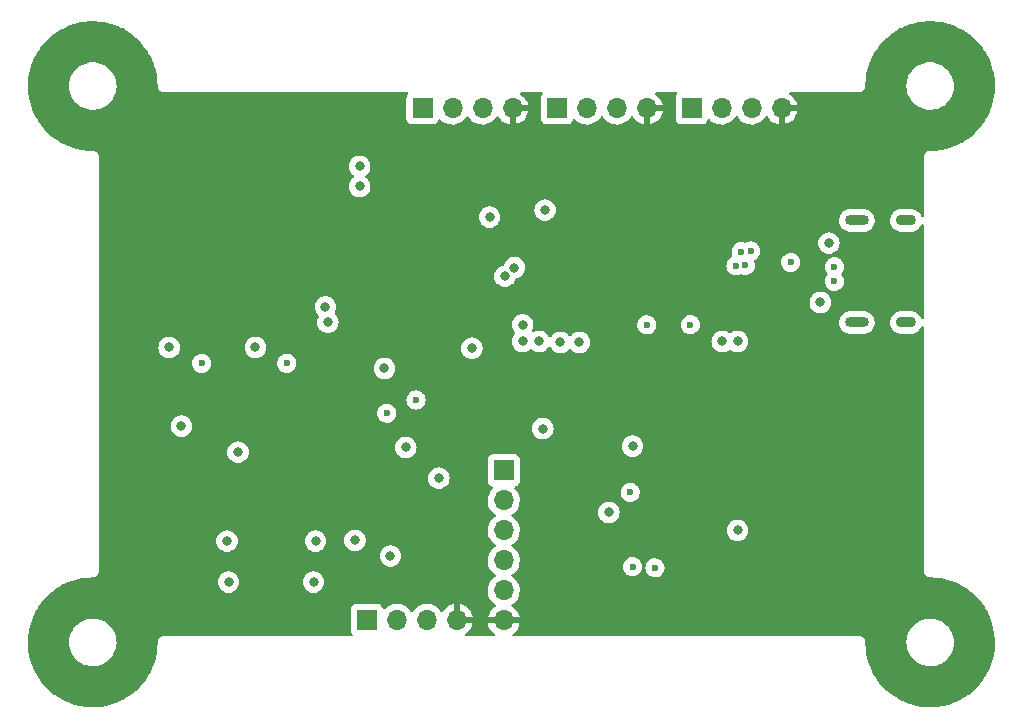
<source format=gbr>
%TF.GenerationSoftware,KiCad,Pcbnew,(6.0.4)*%
%TF.CreationDate,2023-02-25T00:25:47+01:00*%
%TF.ProjectId,Apollo - DSP,41706f6c-6c6f-4202-9d20-4453502e6b69,rev?*%
%TF.SameCoordinates,Original*%
%TF.FileFunction,Copper,L2,Inr*%
%TF.FilePolarity,Positive*%
%FSLAX46Y46*%
G04 Gerber Fmt 4.6, Leading zero omitted, Abs format (unit mm)*
G04 Created by KiCad (PCBNEW (6.0.4)) date 2023-02-25 00:25:47*
%MOMM*%
%LPD*%
G01*
G04 APERTURE LIST*
%TA.AperFunction,ComponentPad*%
%ADD10R,1.700000X1.700000*%
%TD*%
%TA.AperFunction,ComponentPad*%
%ADD11O,1.700000X1.700000*%
%TD*%
%TA.AperFunction,ComponentPad*%
%ADD12O,1.700000X0.900000*%
%TD*%
%TA.AperFunction,ComponentPad*%
%ADD13O,2.000000X0.900000*%
%TD*%
%TA.AperFunction,ViaPad*%
%ADD14C,0.800000*%
%TD*%
%TA.AperFunction,ViaPad*%
%ADD15C,0.600000*%
%TD*%
G04 APERTURE END LIST*
D10*
%TO.N,3.3V*%
%TO.C,J7*%
X86700000Y-110650000D03*
D11*
%TO.N,MOSI*%
X86700000Y-113190000D03*
%TO.N,MISO*%
X86700000Y-115730000D03*
%TO.N,SCLK*%
X86700000Y-118270000D03*
%TO.N,CONN_nCS*%
X86700000Y-120810000D03*
%TO.N,GND*%
X86700000Y-123350000D03*
%TD*%
D12*
%TO.N,unconnected-(J1-PadS1)*%
%TO.C,J1*%
X120765000Y-89480000D03*
D13*
X116595000Y-89480000D03*
D12*
X120765000Y-98120000D03*
D13*
X116595000Y-98120000D03*
%TD*%
D10*
%TO.N,3.3V*%
%TO.C,J5*%
X102600000Y-80000000D03*
D11*
%TO.N,Rx*%
X105140000Y-80000000D03*
%TO.N,Tx*%
X107680000Y-80000000D03*
%TO.N,GND*%
X110220000Y-80000000D03*
%TD*%
D10*
%TO.N,+3.3VA*%
%TO.C,J6*%
X75100000Y-123300000D03*
D11*
%TO.N,CH0_IN*%
X77640000Y-123300000D03*
%TO.N,CH1_IN*%
X80180000Y-123300000D03*
%TO.N,GND*%
X82720000Y-123300000D03*
%TD*%
D10*
%TO.N,3.3V*%
%TO.C,J4*%
X79820000Y-80000000D03*
D11*
%TO.N,SDA*%
X82360000Y-80000000D03*
%TO.N,SCL*%
X84900000Y-80000000D03*
%TO.N,GND*%
X87440000Y-80000000D03*
%TD*%
D10*
%TO.N,3.3V*%
%TO.C,J2*%
X91200000Y-80000000D03*
D11*
%TO.N,SWCLK*%
X93740000Y-80000000D03*
%TO.N,SWDIO*%
X96280000Y-80000000D03*
%TO.N,GND*%
X98820000Y-80000000D03*
%TD*%
D14*
%TO.N,GND*%
X76100000Y-94500000D03*
X76100000Y-94500000D03*
D15*
%TO.N,USB_D-*%
X107153446Y-93294150D03*
%TO.N,USB_D+*%
X106354523Y-93324610D03*
%TO.N,USB_D-*%
X107597151Y-92064217D03*
%TO.N,USB_D+*%
X106800000Y-92125501D03*
D14*
%TO.N,GND*%
X116430000Y-118570000D03*
X93125000Y-103787500D03*
X86900000Y-104300000D03*
X53300000Y-101900000D03*
X119676371Y-81294459D03*
X114400000Y-102022500D03*
X53300000Y-114700000D03*
X53300000Y-90700000D03*
X112800000Y-90222500D03*
X122876371Y-73594459D03*
X114900000Y-88022500D03*
X53300000Y-108300000D03*
X64300000Y-79600000D03*
X125900000Y-121900000D03*
X53300000Y-105100000D03*
X118376371Y-78094459D03*
X71300000Y-112600000D03*
X113400000Y-116000000D03*
X54805541Y-125176371D03*
X100800000Y-111500000D03*
X82500000Y-97700000D03*
X102600000Y-120600000D03*
X65270000Y-103330000D03*
D15*
X82684197Y-112792851D03*
D14*
X53300000Y-95500000D03*
X48700000Y-74900000D03*
X111900000Y-100522500D03*
X77100000Y-79600000D03*
X53300000Y-95500000D03*
X79300000Y-91300000D03*
X70200000Y-88300000D03*
X53300000Y-100300000D03*
X112000000Y-89022500D03*
X79300000Y-97700000D03*
X63270000Y-118330000D03*
X119576371Y-74994459D03*
X65400000Y-98500000D03*
X79300000Y-94500000D03*
X51900000Y-128100000D03*
X106400000Y-111700000D03*
X53300000Y-93900000D03*
X62700000Y-79600000D03*
X70700000Y-79600000D03*
X60300000Y-87700000D03*
X54800000Y-78100000D03*
X71300000Y-108900000D03*
X53300000Y-111500000D03*
X48700000Y-122000000D03*
X67300000Y-123700000D03*
X48800000Y-128500000D03*
X82500000Y-94500000D03*
X122776371Y-129694459D03*
D15*
X94037500Y-97412500D03*
D14*
X59500000Y-79600000D03*
X53300000Y-92300000D03*
X62500000Y-123700000D03*
X122900000Y-75200000D03*
X112950000Y-88072500D03*
D15*
X111000000Y-94622500D03*
D14*
X93875000Y-118975000D03*
X77100000Y-79600000D03*
D15*
X96525000Y-97412500D03*
D14*
X70770000Y-118330000D03*
X113850000Y-87172500D03*
X48800000Y-81400000D03*
X90000000Y-103750000D03*
X119600000Y-113900000D03*
X106212500Y-101587500D03*
X110900000Y-86022500D03*
X48994459Y-125223629D03*
X117497536Y-90997536D03*
X73900000Y-79600000D03*
X107100000Y-122600000D03*
X107537500Y-96487500D03*
X55100000Y-128400000D03*
X55100000Y-122000000D03*
X116420000Y-104680000D03*
X73900000Y-79600000D03*
X125800000Y-78100000D03*
X126000000Y-128400000D03*
X51876371Y-122294459D03*
X90000000Y-105150000D03*
X98025000Y-95012500D03*
X104937500Y-96487500D03*
X72100000Y-123700000D03*
X51900000Y-120700000D03*
X76100000Y-91300000D03*
X64900000Y-92800000D03*
X53300000Y-85900000D03*
X71300000Y-105400000D03*
X92200000Y-111200000D03*
X55100000Y-74900000D03*
X69100000Y-79600000D03*
X114400000Y-100522500D03*
X53300000Y-98700000D03*
X57970000Y-103230000D03*
X101525000Y-95012500D03*
X99825000Y-95012500D03*
X114000000Y-99222500D03*
X113900000Y-89022500D03*
X94925000Y-95012500D03*
X53300000Y-89100000D03*
X118300000Y-125200000D03*
X76100000Y-97700000D03*
X61100000Y-79600000D03*
X66413864Y-92796187D03*
X110900000Y-90222500D03*
X126076371Y-81294459D03*
X64100000Y-123700000D03*
X120000000Y-78100000D03*
X64900000Y-91500000D03*
X76000000Y-87200000D03*
X53300000Y-105100000D03*
X64300000Y-79600000D03*
X59300000Y-123700000D03*
X79300000Y-91300000D03*
X53300000Y-98700000D03*
X62300000Y-98500000D03*
X79300000Y-94500000D03*
X86600000Y-90600000D03*
X72300000Y-79600000D03*
X53300000Y-116300000D03*
X122876371Y-82594459D03*
X47400000Y-125200000D03*
X60900000Y-123700000D03*
X96525000Y-103787500D03*
D15*
X83400000Y-110900000D03*
D14*
X111900000Y-101922500D03*
X74100000Y-111772500D03*
X114900000Y-86122500D03*
X112350000Y-99272500D03*
X53300000Y-97100000D03*
X72200000Y-118500000D03*
X65700000Y-123700000D03*
X113200000Y-98422500D03*
X63900000Y-105200000D03*
X104800000Y-120500000D03*
X113200000Y-101822500D03*
D15*
X82900000Y-108100000D03*
X82100000Y-115000000D03*
D14*
X127376371Y-78094459D03*
X75500000Y-79600000D03*
X53300000Y-93900000D03*
X119600000Y-122000000D03*
X122776371Y-122294459D03*
X53300000Y-92300000D03*
X53300000Y-97100000D03*
X70700000Y-79600000D03*
X70200000Y-86600000D03*
X58500000Y-98500000D03*
X75500000Y-79600000D03*
X57900000Y-79600000D03*
X53300000Y-119500000D03*
X119600000Y-128400000D03*
X67500000Y-79600000D03*
X101525000Y-103787500D03*
X64300000Y-79600000D03*
X56400000Y-78100000D03*
X51876371Y-129694459D03*
X48994459Y-78123629D03*
X93125000Y-94812500D03*
X70700000Y-79600000D03*
X117500000Y-96400000D03*
X70500000Y-123700000D03*
X122900000Y-81000000D03*
X64900000Y-94200000D03*
X113100000Y-86022500D03*
X79300000Y-97700000D03*
X107512500Y-101587500D03*
X79300000Y-94500000D03*
X51900000Y-81000000D03*
X72200000Y-115400000D03*
X125700000Y-125200000D03*
X126076371Y-74894459D03*
X77100000Y-79600000D03*
X53300000Y-84300000D03*
X122800000Y-128100000D03*
X91500000Y-123000000D03*
X63700000Y-112200000D03*
D15*
X96425000Y-105987500D03*
D14*
X99825000Y-103787500D03*
X113200000Y-100522500D03*
X63770000Y-100230000D03*
X53300000Y-90700000D03*
X72300000Y-79600000D03*
X79300000Y-94500000D03*
X75700000Y-111772500D03*
X69000000Y-98600000D03*
X56400000Y-125200000D03*
X57700000Y-123700000D03*
X91425000Y-103787500D03*
X77500000Y-83200000D03*
X53300000Y-106700000D03*
X110900000Y-88222500D03*
X83862500Y-102562500D03*
X47400000Y-78100000D03*
X53300000Y-87500000D03*
X127294459Y-125223629D03*
X96525000Y-95012500D03*
X53300000Y-109900000D03*
X112000000Y-87122500D03*
X119894459Y-125223629D03*
X72200000Y-121300000D03*
X70200000Y-84900000D03*
X53300000Y-117900000D03*
X65900000Y-79600000D03*
X51900000Y-82600000D03*
X70970000Y-100230000D03*
X104987500Y-101587500D03*
X53300000Y-103500000D03*
X82500000Y-91300000D03*
X51876371Y-75194459D03*
X75100000Y-102000000D03*
X53300000Y-113100000D03*
X68900000Y-123700000D03*
X51900000Y-73600000D03*
X55100000Y-81300000D03*
X82500000Y-94500000D03*
X122800000Y-120700000D03*
D15*
%TO.N,+5V*%
X102510000Y-98312500D03*
X111000000Y-93022500D03*
X98812500Y-98325000D03*
D14*
X105200000Y-99722500D03*
X106500000Y-99722500D03*
%TO.N,3.3V*%
X93100000Y-99800000D03*
X90200000Y-88600000D03*
X91500000Y-99800000D03*
X85500000Y-89200000D03*
X74500000Y-84900000D03*
X106500000Y-115724500D03*
X84000000Y-100300000D03*
X95600000Y-114200000D03*
X76600000Y-102000000D03*
X74500000Y-86600000D03*
X88300000Y-99722500D03*
X89700000Y-99722500D03*
X88300000Y-98322500D03*
%TO.N,VAA*%
X70770000Y-116630000D03*
X74100000Y-116572500D03*
X63270000Y-116630000D03*
%TO.N,+5VA*%
X97600000Y-108600000D03*
X78400000Y-108700000D03*
X81200000Y-111300000D03*
X64200000Y-109100000D03*
X59400000Y-106900000D03*
%TO.N,+3.3VA*%
X77100000Y-117900000D03*
X65670000Y-100230000D03*
X90000000Y-107100000D03*
X58370000Y-100230000D03*
D15*
%TO.N,USB_CONN_-*%
X114700000Y-94649500D03*
X114700000Y-93400000D03*
D14*
%TO.N,CH1_IN*%
X70600000Y-120100000D03*
%TO.N,CH0_IN*%
X63400000Y-120100000D03*
%TO.N,ADC_CH1_IN*%
X71800000Y-98100000D03*
D15*
X68332500Y-101567500D03*
D14*
%TO.N,ADC_CH0_IN*%
X71600000Y-96800000D03*
D15*
X61122500Y-101582500D03*
%TO.N,MISO*%
X99500000Y-118900000D03*
D14*
%TO.N,Rx*%
X87606930Y-93473500D03*
%TO.N,Tx*%
X86800000Y-94200000D03*
%TO.N,/POW*%
X114225000Y-91400000D03*
X113500000Y-96422500D03*
D15*
%TO.N,RAM_nCS*%
X97400000Y-112500000D03*
X97600000Y-118800000D03*
%TO.N,CONN_nCS*%
X79276500Y-104681286D03*
X76800000Y-105800000D03*
%TD*%
%TA.AperFunction,Conductor*%
%TO.N,GND*%
G36*
X52656526Y-119342203D02*
G01*
X53129240Y-119421309D01*
X53594088Y-119538070D01*
X54048073Y-119691736D01*
X54488273Y-119881316D01*
X54911851Y-120105589D01*
X55316078Y-120363110D01*
X55698350Y-120652220D01*
X56056204Y-120971056D01*
X56387335Y-121317565D01*
X56689610Y-121689514D01*
X56961081Y-122084508D01*
X57200000Y-122500000D01*
X57404827Y-122933315D01*
X57574243Y-123381662D01*
X57707157Y-123842151D01*
X57802711Y-124311817D01*
X57848614Y-124691136D01*
X57847024Y-124691126D01*
X57830279Y-124691024D01*
X57807918Y-124697415D01*
X57801847Y-124699150D01*
X57785085Y-124702728D01*
X57755813Y-124706920D01*
X57747645Y-124710634D01*
X57747644Y-124710634D01*
X57732438Y-124717548D01*
X57714914Y-124723996D01*
X57690229Y-124731051D01*
X57682635Y-124735843D01*
X57682632Y-124735844D01*
X57665220Y-124746830D01*
X57650137Y-124754969D01*
X57623218Y-124767208D01*
X57616416Y-124773069D01*
X57603765Y-124783970D01*
X57588761Y-124795073D01*
X57567042Y-124808776D01*
X57561103Y-124815501D01*
X57561099Y-124815504D01*
X57547468Y-124830938D01*
X57535276Y-124842982D01*
X57519673Y-124856427D01*
X57519671Y-124856430D01*
X57512873Y-124862287D01*
X57507993Y-124869816D01*
X57507992Y-124869817D01*
X57498906Y-124883835D01*
X57487615Y-124898709D01*
X57476569Y-124911217D01*
X57470622Y-124917951D01*
X57466478Y-124926778D01*
X57458058Y-124944711D01*
X57449737Y-124959691D01*
X57438529Y-124976983D01*
X57438527Y-124976988D01*
X57433648Y-124984515D01*
X57431078Y-124993108D01*
X57431076Y-124993113D01*
X57426289Y-125009120D01*
X57419628Y-125026564D01*
X57408719Y-125049800D01*
X57407338Y-125058667D01*
X57407338Y-125058668D01*
X57404170Y-125079015D01*
X57400387Y-125095732D01*
X57394485Y-125115466D01*
X57394484Y-125115472D01*
X57391914Y-125124066D01*
X57391859Y-125133038D01*
X57391859Y-125133039D01*
X57391757Y-125149740D01*
X57390259Y-125168354D01*
X57387690Y-125184850D01*
X57387690Y-125184855D01*
X57386309Y-125193724D01*
X57389027Y-125214510D01*
X57389979Y-125236140D01*
X57373280Y-125632792D01*
X57372292Y-125656253D01*
X57371403Y-125666804D01*
X57356291Y-125785895D01*
X57314578Y-126114603D01*
X57312802Y-126125053D01*
X57218546Y-126566464D01*
X57215898Y-126576728D01*
X57087173Y-127001077D01*
X57084878Y-127008641D01*
X57081379Y-127018643D01*
X57030831Y-127145688D01*
X56914507Y-127438050D01*
X56910177Y-127447725D01*
X56708658Y-127851594D01*
X56703531Y-127860871D01*
X56468772Y-128246386D01*
X56462883Y-128255199D01*
X56373302Y-128377773D01*
X56196553Y-128619618D01*
X56189960Y-128627886D01*
X55893932Y-128968642D01*
X55886650Y-128976344D01*
X55563048Y-129290993D01*
X55555145Y-129298056D01*
X55206231Y-129584403D01*
X55197761Y-129590777D01*
X54826028Y-129846774D01*
X54817057Y-129852412D01*
X54425106Y-130076268D01*
X54415692Y-130081131D01*
X54006305Y-130271255D01*
X53996529Y-130275304D01*
X53845810Y-130330428D01*
X53572624Y-130430342D01*
X53562525Y-130433561D01*
X53127095Y-130552419D01*
X53116761Y-130554778D01*
X52954313Y-130584729D01*
X52672862Y-130636621D01*
X52662375Y-130638100D01*
X52486018Y-130655470D01*
X52213198Y-130682340D01*
X52202615Y-130682935D01*
X51971188Y-130686181D01*
X51751273Y-130689266D01*
X51740691Y-130688968D01*
X51536640Y-130674636D01*
X51290449Y-130657343D01*
X51279916Y-130656157D01*
X50916572Y-130599653D01*
X50833898Y-130586796D01*
X50823509Y-130584730D01*
X50384898Y-130478126D01*
X50374725Y-130475195D01*
X50158523Y-130402930D01*
X49946646Y-130332110D01*
X49936743Y-130328330D01*
X49768812Y-130255996D01*
X49522190Y-130149766D01*
X49512658Y-130145175D01*
X49114582Y-129932398D01*
X49105464Y-129927021D01*
X48726667Y-129681531D01*
X48718028Y-129675400D01*
X48652175Y-129624378D01*
X48361226Y-129398956D01*
X48353132Y-129392121D01*
X48243115Y-129290993D01*
X48020822Y-129086661D01*
X48013339Y-129079178D01*
X47707874Y-128746863D01*
X47701040Y-128738769D01*
X47557149Y-128553050D01*
X47424597Y-128381967D01*
X47418466Y-128373328D01*
X47172983Y-127994542D01*
X47167598Y-127985412D01*
X46954825Y-127587342D01*
X46950230Y-127577801D01*
X46771670Y-127163257D01*
X46767890Y-127153354D01*
X46670647Y-126862424D01*
X46624805Y-126725275D01*
X46621872Y-126715096D01*
X46617243Y-126696048D01*
X46515270Y-126276491D01*
X46513203Y-126266099D01*
X46443843Y-125820084D01*
X46442657Y-125809551D01*
X46417565Y-125452320D01*
X46411032Y-125359309D01*
X46410734Y-125348721D01*
X46412264Y-125239686D01*
X46413116Y-125178918D01*
X49886917Y-125178918D01*
X49887334Y-125186156D01*
X49902682Y-125452320D01*
X49955405Y-125721053D01*
X49956792Y-125725103D01*
X49956793Y-125725108D01*
X50042723Y-125976088D01*
X50044112Y-125980144D01*
X50073238Y-126038054D01*
X50142837Y-126176437D01*
X50167160Y-126224799D01*
X50169586Y-126228328D01*
X50169589Y-126228334D01*
X50319843Y-126446953D01*
X50322274Y-126450490D01*
X50506582Y-126653043D01*
X50716675Y-126828707D01*
X50720316Y-126830991D01*
X50945024Y-126971951D01*
X50945028Y-126971953D01*
X50948664Y-126974234D01*
X51016544Y-127004883D01*
X51194345Y-127085164D01*
X51194349Y-127085166D01*
X51198257Y-127086930D01*
X51202377Y-127088150D01*
X51202376Y-127088150D01*
X51456723Y-127163491D01*
X51456727Y-127163492D01*
X51460836Y-127164709D01*
X51465070Y-127165357D01*
X51465075Y-127165358D01*
X51727298Y-127205483D01*
X51727300Y-127205483D01*
X51731540Y-127206132D01*
X51870912Y-127208322D01*
X52001071Y-127210367D01*
X52001077Y-127210367D01*
X52005362Y-127210434D01*
X52277235Y-127177534D01*
X52542127Y-127108041D01*
X52546087Y-127106401D01*
X52546092Y-127106399D01*
X52753708Y-127020401D01*
X52795136Y-127003241D01*
X53031582Y-126865073D01*
X53247089Y-126696094D01*
X53288809Y-126653043D01*
X53372709Y-126566464D01*
X53437669Y-126499431D01*
X53440202Y-126495983D01*
X53440206Y-126495978D01*
X53597257Y-126282178D01*
X53599795Y-126278723D01*
X53627154Y-126228334D01*
X53728418Y-126041830D01*
X53728419Y-126041828D01*
X53730468Y-126038054D01*
X53812832Y-125820084D01*
X53825751Y-125785895D01*
X53825752Y-125785891D01*
X53827269Y-125781877D01*
X53868173Y-125603279D01*
X53887449Y-125519117D01*
X53887450Y-125519113D01*
X53888407Y-125514933D01*
X53896910Y-125419665D01*
X53912531Y-125244627D01*
X53912531Y-125244625D01*
X53912751Y-125242161D01*
X53913166Y-125202626D01*
X53913167Y-125202484D01*
X53913167Y-125202483D01*
X53913193Y-125200000D01*
X53908440Y-125130279D01*
X53894859Y-124931055D01*
X53894858Y-124931049D01*
X53894567Y-124926778D01*
X53891345Y-124911217D01*
X53855026Y-124735844D01*
X53839032Y-124658612D01*
X53747617Y-124400465D01*
X53622013Y-124157112D01*
X53612040Y-124142921D01*
X53499813Y-123983239D01*
X53464545Y-123933057D01*
X53278125Y-123732445D01*
X53274810Y-123729731D01*
X53274806Y-123729728D01*
X53069523Y-123561706D01*
X53066205Y-123558990D01*
X52832704Y-123415901D01*
X52828768Y-123414173D01*
X52585873Y-123307549D01*
X52585869Y-123307548D01*
X52581945Y-123305825D01*
X52318566Y-123230800D01*
X52314324Y-123230196D01*
X52314318Y-123230195D01*
X52113834Y-123201662D01*
X52047443Y-123192213D01*
X51903589Y-123191460D01*
X51777877Y-123190802D01*
X51777871Y-123190802D01*
X51773591Y-123190780D01*
X51769347Y-123191339D01*
X51769343Y-123191339D01*
X51650302Y-123207011D01*
X51502078Y-123226525D01*
X51497938Y-123227658D01*
X51497936Y-123227658D01*
X51425008Y-123247609D01*
X51237928Y-123298788D01*
X51233980Y-123300472D01*
X50989982Y-123404546D01*
X50989978Y-123404548D01*
X50986030Y-123406232D01*
X50966125Y-123418145D01*
X50754725Y-123544664D01*
X50754721Y-123544667D01*
X50751043Y-123546868D01*
X50537318Y-123718094D01*
X50348808Y-123916742D01*
X50189002Y-124139136D01*
X50060857Y-124381161D01*
X50059385Y-124385184D01*
X50059383Y-124385188D01*
X50016872Y-124501355D01*
X49966743Y-124638337D01*
X49908404Y-124905907D01*
X49886917Y-125178918D01*
X46413116Y-125178918D01*
X46415041Y-125041676D01*
X46417065Y-124897385D01*
X46417660Y-124886802D01*
X46455623Y-124501355D01*
X46461900Y-124437625D01*
X46463380Y-124427133D01*
X46545222Y-123983239D01*
X46547581Y-123972905D01*
X46666439Y-123537475D01*
X46669658Y-123527376D01*
X46824692Y-123103480D01*
X46828748Y-123093687D01*
X47018867Y-122684311D01*
X47023732Y-122674894D01*
X47247586Y-122282947D01*
X47253226Y-122273972D01*
X47509223Y-121902239D01*
X47515597Y-121893769D01*
X47801944Y-121544855D01*
X47809007Y-121536952D01*
X48123656Y-121213350D01*
X48131358Y-121206068D01*
X48472114Y-120910040D01*
X48480382Y-120903447D01*
X48711178Y-120734773D01*
X48844801Y-120637117D01*
X48853614Y-120631228D01*
X49239129Y-120396469D01*
X49248406Y-120391342D01*
X49652275Y-120189823D01*
X49661950Y-120185493D01*
X50081354Y-120018622D01*
X50091355Y-120015123D01*
X50523272Y-119884102D01*
X50533536Y-119881454D01*
X50974947Y-119787198D01*
X50985397Y-119785422D01*
X51066149Y-119775175D01*
X51433196Y-119728597D01*
X51443736Y-119727709D01*
X51669822Y-119718191D01*
X51856403Y-119710336D01*
X51881084Y-119711723D01*
X51884852Y-119712310D01*
X51884855Y-119712310D01*
X51893724Y-119713691D01*
X51923050Y-119709856D01*
X51940143Y-119708795D01*
X51969721Y-119708976D01*
X51994404Y-119701921D01*
X52012692Y-119698134D01*
X52015651Y-119697747D01*
X52038152Y-119694805D01*
X52046364Y-119691192D01*
X52046366Y-119691191D01*
X52065226Y-119682892D01*
X52081338Y-119677075D01*
X52109771Y-119668949D01*
X52131489Y-119655245D01*
X52147972Y-119646482D01*
X52163258Y-119639756D01*
X52163257Y-119639756D01*
X52171474Y-119636141D01*
X52194109Y-119617114D01*
X52207950Y-119607003D01*
X52225365Y-119596015D01*
X52225367Y-119596014D01*
X52232958Y-119591224D01*
X52249953Y-119571981D01*
X52263313Y-119558943D01*
X52282973Y-119542417D01*
X52287944Y-119534950D01*
X52287948Y-119534945D01*
X52299365Y-119517793D01*
X52309803Y-119504214D01*
X52329378Y-119482049D01*
X52340289Y-119458810D01*
X52349451Y-119442547D01*
X52363684Y-119421166D01*
X52372506Y-119392929D01*
X52378713Y-119376969D01*
X52380178Y-119373850D01*
X52391281Y-119350200D01*
X52395231Y-119324832D01*
X52396379Y-119319901D01*
X52656526Y-119342203D01*
G37*
%TD.AperFunction*%
%TD*%
%TA.AperFunction,Conductor*%
%TO.N,GND*%
G36*
X51971188Y-72613819D02*
G01*
X52202615Y-72617065D01*
X52213198Y-72617660D01*
X52467001Y-72642657D01*
X52662375Y-72661900D01*
X52672862Y-72663379D01*
X52943097Y-72713203D01*
X53116761Y-72745222D01*
X53127095Y-72747581D01*
X53562525Y-72866439D01*
X53572624Y-72869658D01*
X53806125Y-72955058D01*
X53996529Y-73024696D01*
X54006305Y-73028745D01*
X54272415Y-73152329D01*
X54415689Y-73218867D01*
X54425102Y-73223730D01*
X54677002Y-73367598D01*
X54817053Y-73447586D01*
X54826028Y-73453226D01*
X55197761Y-73709223D01*
X55206231Y-73715597D01*
X55555145Y-74001944D01*
X55563048Y-74009007D01*
X55886650Y-74323656D01*
X55893928Y-74331354D01*
X56189960Y-74672114D01*
X56196553Y-74680382D01*
X56351093Y-74891838D01*
X56462883Y-75044801D01*
X56468772Y-75053614D01*
X56703531Y-75439129D01*
X56708658Y-75448406D01*
X56910177Y-75852275D01*
X56914507Y-75861950D01*
X57006123Y-76092213D01*
X57048077Y-76197656D01*
X57081378Y-76281354D01*
X57084877Y-76291355D01*
X57183180Y-76615417D01*
X57215898Y-76723272D01*
X57218546Y-76733536D01*
X57312802Y-77174947D01*
X57314578Y-77185397D01*
X57361939Y-77558612D01*
X57371402Y-77633185D01*
X57372291Y-77643736D01*
X57379997Y-77826778D01*
X57389664Y-78056403D01*
X57388277Y-78081084D01*
X57387948Y-78083200D01*
X57386309Y-78093724D01*
X57390144Y-78123050D01*
X57391205Y-78140143D01*
X57391024Y-78169721D01*
X57393490Y-78178349D01*
X57398078Y-78194400D01*
X57401866Y-78212692D01*
X57405195Y-78238152D01*
X57408808Y-78246364D01*
X57408809Y-78246366D01*
X57417108Y-78265226D01*
X57422925Y-78281338D01*
X57431051Y-78309771D01*
X57444755Y-78331489D01*
X57453517Y-78347971D01*
X57463859Y-78371474D01*
X57469634Y-78378344D01*
X57482886Y-78394109D01*
X57492997Y-78407950D01*
X57497403Y-78414933D01*
X57508776Y-78432958D01*
X57515504Y-78438900D01*
X57528019Y-78449953D01*
X57541057Y-78463313D01*
X57557583Y-78482973D01*
X57565050Y-78487944D01*
X57565055Y-78487948D01*
X57582207Y-78499365D01*
X57595786Y-78509803D01*
X57617951Y-78529378D01*
X57626077Y-78533193D01*
X57626080Y-78533195D01*
X57641189Y-78540288D01*
X57657453Y-78549451D01*
X57678834Y-78563684D01*
X57707071Y-78572506D01*
X57723026Y-78578711D01*
X57749800Y-78591281D01*
X57775168Y-78595231D01*
X57793352Y-78599463D01*
X57817864Y-78607121D01*
X57848584Y-78607684D01*
X57852905Y-78607763D01*
X57856874Y-78607953D01*
X57858848Y-78608260D01*
X57848957Y-78769983D01*
X57781424Y-79244489D01*
X57676055Y-79712050D01*
X57533527Y-80169655D01*
X57354759Y-80614355D01*
X57140902Y-81043286D01*
X56893334Y-81453684D01*
X56613650Y-81842905D01*
X56303652Y-82208443D01*
X55965336Y-82547941D01*
X55600883Y-82859213D01*
X55212641Y-83140254D01*
X54803109Y-83389253D01*
X54374928Y-83604606D01*
X53930854Y-83784925D01*
X53473750Y-83929050D01*
X53006559Y-84036051D01*
X52532292Y-84105239D01*
X52408500Y-84113244D01*
X52408500Y-84108623D01*
X52408502Y-84107853D01*
X52408921Y-84039254D01*
X52408976Y-84030279D01*
X52400850Y-84001847D01*
X52397272Y-83985085D01*
X52394352Y-83964698D01*
X52393080Y-83955813D01*
X52382451Y-83932436D01*
X52376004Y-83914913D01*
X52371416Y-83898862D01*
X52368949Y-83890229D01*
X52364156Y-83882632D01*
X52353170Y-83865220D01*
X52345030Y-83850135D01*
X52332792Y-83823218D01*
X52316030Y-83803765D01*
X52304927Y-83788761D01*
X52291224Y-83767042D01*
X52284499Y-83761103D01*
X52284496Y-83761099D01*
X52269062Y-83747468D01*
X52257018Y-83735276D01*
X52243573Y-83719673D01*
X52243570Y-83719671D01*
X52237713Y-83712873D01*
X52216165Y-83698906D01*
X52201291Y-83687615D01*
X52188783Y-83676569D01*
X52188782Y-83676568D01*
X52182049Y-83670622D01*
X52155287Y-83658057D01*
X52140309Y-83649737D01*
X52123017Y-83638529D01*
X52123012Y-83638527D01*
X52115485Y-83633648D01*
X52106892Y-83631078D01*
X52106887Y-83631076D01*
X52090880Y-83626289D01*
X52073436Y-83619628D01*
X52058324Y-83612533D01*
X52058322Y-83612532D01*
X52050200Y-83608719D01*
X52041333Y-83607338D01*
X52041332Y-83607338D01*
X52031690Y-83605837D01*
X52020983Y-83604170D01*
X52004268Y-83600387D01*
X51984534Y-83594485D01*
X51984528Y-83594484D01*
X51975934Y-83591914D01*
X51966962Y-83591859D01*
X51966961Y-83591859D01*
X51950260Y-83591757D01*
X51931646Y-83590259D01*
X51915150Y-83587690D01*
X51915145Y-83587690D01*
X51906276Y-83586309D01*
X51885490Y-83589027D01*
X51863860Y-83589979D01*
X51443737Y-83572291D01*
X51433196Y-83571403D01*
X51066149Y-83524825D01*
X50985397Y-83514578D01*
X50974947Y-83512802D01*
X50533536Y-83418546D01*
X50523272Y-83415898D01*
X50435436Y-83389253D01*
X50091355Y-83284877D01*
X50081354Y-83281378D01*
X49661950Y-83114507D01*
X49652275Y-83110177D01*
X49248406Y-82908658D01*
X49239129Y-82903531D01*
X48853614Y-82668772D01*
X48844801Y-82662883D01*
X48687526Y-82547941D01*
X48480382Y-82396553D01*
X48472114Y-82389960D01*
X48131354Y-82093928D01*
X48123656Y-82086650D01*
X47809007Y-81763048D01*
X47801944Y-81755145D01*
X47515597Y-81406231D01*
X47509223Y-81397761D01*
X47253226Y-81026028D01*
X47247586Y-81017053D01*
X47023732Y-80625106D01*
X47018867Y-80615689D01*
X46828745Y-80206305D01*
X46824692Y-80196520D01*
X46791659Y-80106199D01*
X46748037Y-79986930D01*
X46669658Y-79772624D01*
X46666439Y-79762525D01*
X46547581Y-79327095D01*
X46545222Y-79316761D01*
X46463380Y-78872867D01*
X46461899Y-78862371D01*
X46457531Y-78818016D01*
X46435588Y-78595231D01*
X46417660Y-78413198D01*
X46417065Y-78402615D01*
X46413263Y-78131564D01*
X46412525Y-78078918D01*
X49886917Y-78078918D01*
X49887334Y-78086156D01*
X49902682Y-78352320D01*
X49955405Y-78621053D01*
X49956792Y-78625103D01*
X49956793Y-78625108D01*
X50042723Y-78876088D01*
X50044112Y-78880144D01*
X50073238Y-78938054D01*
X50142837Y-79076437D01*
X50167160Y-79124799D01*
X50169586Y-79128328D01*
X50169589Y-79128334D01*
X50302675Y-79321974D01*
X50322274Y-79350490D01*
X50506582Y-79553043D01*
X50716675Y-79728707D01*
X50720316Y-79730991D01*
X50945024Y-79871951D01*
X50945028Y-79871953D01*
X50948664Y-79874234D01*
X51016544Y-79904883D01*
X51194345Y-79985164D01*
X51194349Y-79985166D01*
X51198257Y-79986930D01*
X51202377Y-79988150D01*
X51202376Y-79988150D01*
X51456723Y-80063491D01*
X51456727Y-80063492D01*
X51460836Y-80064709D01*
X51465070Y-80065357D01*
X51465075Y-80065358D01*
X51727298Y-80105483D01*
X51727300Y-80105483D01*
X51731540Y-80106132D01*
X51870912Y-80108322D01*
X52001071Y-80110367D01*
X52001077Y-80110367D01*
X52005362Y-80110434D01*
X52277235Y-80077534D01*
X52542127Y-80008041D01*
X52546087Y-80006401D01*
X52546092Y-80006399D01*
X52668632Y-79955641D01*
X52795136Y-79903241D01*
X53018660Y-79772624D01*
X53027879Y-79767237D01*
X53027880Y-79767236D01*
X53031582Y-79765073D01*
X53247089Y-79596094D01*
X53288809Y-79553043D01*
X53434686Y-79402509D01*
X53437669Y-79399431D01*
X53440202Y-79395983D01*
X53440206Y-79395978D01*
X53597257Y-79182178D01*
X53599795Y-79178723D01*
X53627154Y-79128334D01*
X53728418Y-78941830D01*
X53728419Y-78941828D01*
X53730468Y-78938054D01*
X53827269Y-78681877D01*
X53857597Y-78549456D01*
X53887449Y-78419117D01*
X53887450Y-78419113D01*
X53888407Y-78414933D01*
X53889031Y-78407950D01*
X53912531Y-78144627D01*
X53912531Y-78144625D01*
X53912751Y-78142161D01*
X53912952Y-78123039D01*
X53913167Y-78102484D01*
X53913167Y-78102483D01*
X53913193Y-78100000D01*
X53912048Y-78083200D01*
X53894859Y-77831055D01*
X53894858Y-77831049D01*
X53894567Y-77826778D01*
X53839032Y-77558612D01*
X53747617Y-77300465D01*
X53622013Y-77057112D01*
X53612040Y-77042921D01*
X53467008Y-76836562D01*
X53464545Y-76833057D01*
X53394466Y-76757643D01*
X53281046Y-76635588D01*
X53281043Y-76635585D01*
X53278125Y-76632445D01*
X53274810Y-76629731D01*
X53274806Y-76629728D01*
X53069523Y-76461706D01*
X53066205Y-76458990D01*
X52832704Y-76315901D01*
X52828768Y-76314173D01*
X52585873Y-76207549D01*
X52585869Y-76207548D01*
X52581945Y-76205825D01*
X52318566Y-76130800D01*
X52314324Y-76130196D01*
X52314318Y-76130195D01*
X52113834Y-76101662D01*
X52047443Y-76092213D01*
X51903589Y-76091460D01*
X51777877Y-76090802D01*
X51777871Y-76090802D01*
X51773591Y-76090780D01*
X51769347Y-76091339D01*
X51769343Y-76091339D01*
X51650302Y-76107011D01*
X51502078Y-76126525D01*
X51497938Y-76127658D01*
X51497936Y-76127658D01*
X51464727Y-76136743D01*
X51237928Y-76198788D01*
X51233980Y-76200472D01*
X50989982Y-76304546D01*
X50989978Y-76304548D01*
X50986030Y-76306232D01*
X50966125Y-76318145D01*
X50754725Y-76444664D01*
X50754721Y-76444667D01*
X50751043Y-76446868D01*
X50537318Y-76618094D01*
X50348808Y-76816742D01*
X50189002Y-77039136D01*
X50060857Y-77281161D01*
X50059385Y-77285184D01*
X50059383Y-77285188D01*
X50016872Y-77401355D01*
X49966743Y-77538337D01*
X49908404Y-77805907D01*
X49886917Y-78078918D01*
X46412525Y-78078918D01*
X46410734Y-77951273D01*
X46411032Y-77940683D01*
X46418733Y-77831055D01*
X46432631Y-77633185D01*
X46442657Y-77490449D01*
X46443843Y-77479916D01*
X46509001Y-77060919D01*
X46513204Y-77033898D01*
X46515271Y-77023505D01*
X46561559Y-76833057D01*
X46621874Y-76584898D01*
X46624807Y-76574719D01*
X46662582Y-76461706D01*
X46713811Y-76308439D01*
X46767890Y-76146646D01*
X46771670Y-76136743D01*
X46950230Y-75722199D01*
X46954829Y-75712649D01*
X47096071Y-75448406D01*
X47167602Y-75314582D01*
X47172983Y-75305458D01*
X47418466Y-74926672D01*
X47424600Y-74918028D01*
X47444892Y-74891838D01*
X47701044Y-74561226D01*
X47707879Y-74553132D01*
X47911734Y-74331358D01*
X48013339Y-74220822D01*
X48020822Y-74213339D01*
X48353137Y-73907874D01*
X48361231Y-73901040D01*
X48604921Y-73712234D01*
X48718033Y-73624597D01*
X48726672Y-73618466D01*
X49105464Y-73372979D01*
X49114582Y-73367602D01*
X49512658Y-73154825D01*
X49522190Y-73150234D01*
X49813647Y-73024692D01*
X49936743Y-72971670D01*
X49946646Y-72967890D01*
X50245989Y-72867835D01*
X50374725Y-72824805D01*
X50384898Y-72821874D01*
X50823509Y-72715270D01*
X50833898Y-72713204D01*
X50944633Y-72695983D01*
X51279916Y-72643843D01*
X51290449Y-72642657D01*
X51536640Y-72625364D01*
X51740691Y-72611032D01*
X51751273Y-72610734D01*
X51971188Y-72613819D01*
G37*
%TD.AperFunction*%
%TD*%
%TA.AperFunction,Conductor*%
%TO.N,GND*%
G36*
X122959309Y-72611032D02*
G01*
X123163360Y-72625364D01*
X123409551Y-72642657D01*
X123420084Y-72643843D01*
X123755367Y-72695983D01*
X123866102Y-72713204D01*
X123876491Y-72715270D01*
X124315102Y-72821874D01*
X124325275Y-72824805D01*
X124454011Y-72867835D01*
X124753354Y-72967890D01*
X124763257Y-72971670D01*
X124886353Y-73024692D01*
X125177810Y-73150234D01*
X125187342Y-73154825D01*
X125585418Y-73367602D01*
X125594536Y-73372979D01*
X125973328Y-73618466D01*
X125981967Y-73624597D01*
X126095080Y-73712234D01*
X126338769Y-73901040D01*
X126346863Y-73907874D01*
X126679178Y-74213339D01*
X126686661Y-74220822D01*
X126788266Y-74331358D01*
X126992121Y-74553132D01*
X126998956Y-74561226D01*
X127255108Y-74891838D01*
X127275400Y-74918028D01*
X127281534Y-74926672D01*
X127527017Y-75305458D01*
X127532398Y-75314582D01*
X127603930Y-75448406D01*
X127745171Y-75712649D01*
X127749770Y-75722199D01*
X127928330Y-76136743D01*
X127932110Y-76146646D01*
X127986189Y-76308439D01*
X128037419Y-76461706D01*
X128075193Y-76574719D01*
X128078126Y-76584898D01*
X128138441Y-76833057D01*
X128184729Y-77023505D01*
X128186796Y-77033898D01*
X128190999Y-77060919D01*
X128256157Y-77479916D01*
X128257343Y-77490449D01*
X128262131Y-77558612D01*
X128285023Y-77884515D01*
X128288968Y-77940683D01*
X128289266Y-77951273D01*
X128286703Y-78134026D01*
X128282935Y-78402615D01*
X128282340Y-78413198D01*
X128264498Y-78594351D01*
X128242470Y-78818016D01*
X128238101Y-78862371D01*
X128236620Y-78872867D01*
X128154778Y-79316761D01*
X128152419Y-79327095D01*
X128033561Y-79762525D01*
X128030342Y-79772624D01*
X127951963Y-79986930D01*
X127908342Y-80106199D01*
X127875308Y-80196520D01*
X127871252Y-80206313D01*
X127681133Y-80615689D01*
X127676270Y-80625102D01*
X127463543Y-80997568D01*
X127452414Y-81017053D01*
X127446774Y-81026028D01*
X127190777Y-81397761D01*
X127184403Y-81406231D01*
X126898056Y-81755145D01*
X126890993Y-81763048D01*
X126576344Y-82086650D01*
X126568646Y-82093928D01*
X126227886Y-82389960D01*
X126219618Y-82396553D01*
X126080657Y-82498111D01*
X125855199Y-82662883D01*
X125846386Y-82668772D01*
X125460871Y-82903531D01*
X125451594Y-82908658D01*
X125047725Y-83110177D01*
X125038050Y-83114507D01*
X124618646Y-83281378D01*
X124608645Y-83284877D01*
X124200773Y-83408604D01*
X124176728Y-83415898D01*
X124166464Y-83418546D01*
X123725053Y-83512802D01*
X123714603Y-83514578D01*
X123633851Y-83524825D01*
X123266804Y-83571403D01*
X123256264Y-83572291D01*
X123030178Y-83581809D01*
X122843597Y-83589664D01*
X122818916Y-83588277D01*
X122815148Y-83587690D01*
X122815145Y-83587690D01*
X122806276Y-83586309D01*
X122776950Y-83590144D01*
X122759857Y-83591205D01*
X122730279Y-83591024D01*
X122705596Y-83598079D01*
X122687308Y-83601866D01*
X122661848Y-83605195D01*
X122653636Y-83608808D01*
X122653634Y-83608809D01*
X122634774Y-83617108D01*
X122618662Y-83622925D01*
X122590229Y-83631051D01*
X122568511Y-83644755D01*
X122552029Y-83653517D01*
X122528526Y-83663859D01*
X122521656Y-83669634D01*
X122505891Y-83682886D01*
X122492050Y-83692997D01*
X122474635Y-83703985D01*
X122474633Y-83703986D01*
X122467042Y-83708776D01*
X122461100Y-83715504D01*
X122450047Y-83728019D01*
X122436687Y-83741057D01*
X122417027Y-83757583D01*
X122412056Y-83765050D01*
X122412052Y-83765055D01*
X122400635Y-83782207D01*
X122390197Y-83795786D01*
X122370622Y-83817951D01*
X122366807Y-83826077D01*
X122366805Y-83826080D01*
X122359712Y-83841189D01*
X122350549Y-83857453D01*
X122336316Y-83878834D01*
X122327494Y-83907071D01*
X122321289Y-83923026D01*
X122308719Y-83949800D01*
X122307339Y-83958665D01*
X122304769Y-83975168D01*
X122300537Y-83993352D01*
X122292879Y-84017864D01*
X122292315Y-84048671D01*
X122206388Y-84043416D01*
X121731882Y-83975883D01*
X121264321Y-83870514D01*
X120806716Y-83727986D01*
X120362016Y-83549218D01*
X119933085Y-83335361D01*
X119522687Y-83087793D01*
X119133466Y-82808109D01*
X118767928Y-82498111D01*
X118428430Y-82159795D01*
X118117158Y-81795342D01*
X117836117Y-81407100D01*
X117587118Y-80997568D01*
X117371765Y-80569387D01*
X117191446Y-80125313D01*
X117047321Y-79668209D01*
X116940320Y-79201018D01*
X116871132Y-78726751D01*
X116863568Y-78609771D01*
X116895797Y-78600984D01*
X116911046Y-78597826D01*
X116944187Y-78593080D01*
X116964011Y-78584067D01*
X116983018Y-78577205D01*
X116995367Y-78573838D01*
X116995368Y-78573838D01*
X117004026Y-78571477D01*
X117011673Y-78566782D01*
X117011677Y-78566780D01*
X117032549Y-78553965D01*
X117046323Y-78546641D01*
X117076782Y-78532792D01*
X117083578Y-78526936D01*
X117083583Y-78526933D01*
X117093279Y-78518578D01*
X117109597Y-78506656D01*
X117128154Y-78495263D01*
X117150610Y-78470454D01*
X117161777Y-78459556D01*
X117180326Y-78443573D01*
X117187127Y-78437713D01*
X117198970Y-78419441D01*
X117211285Y-78403422D01*
X117219874Y-78393934D01*
X117219878Y-78393928D01*
X117225901Y-78387274D01*
X117240491Y-78357160D01*
X117248150Y-78343567D01*
X117261468Y-78323020D01*
X117266352Y-78315485D01*
X117272592Y-78294619D01*
X117279912Y-78275795D01*
X117289410Y-78256191D01*
X117294963Y-78223185D01*
X117298499Y-78207991D01*
X117305514Y-78184535D01*
X117305514Y-78184533D01*
X117308086Y-78175934D01*
X117308219Y-78154160D01*
X117309963Y-78134026D01*
X117312770Y-78117344D01*
X117312770Y-78117341D01*
X117313576Y-78112552D01*
X117313729Y-78100000D01*
X117311338Y-78083304D01*
X117311118Y-78078918D01*
X120786917Y-78078918D01*
X120787334Y-78086156D01*
X120802682Y-78352320D01*
X120855405Y-78621053D01*
X120856792Y-78625103D01*
X120856793Y-78625108D01*
X120942723Y-78876088D01*
X120944112Y-78880144D01*
X120973238Y-78938054D01*
X121042837Y-79076437D01*
X121067160Y-79124799D01*
X121069586Y-79128328D01*
X121069589Y-79128334D01*
X121202675Y-79321974D01*
X121222274Y-79350490D01*
X121406582Y-79553043D01*
X121616675Y-79728707D01*
X121620316Y-79730991D01*
X121845024Y-79871951D01*
X121845028Y-79871953D01*
X121848664Y-79874234D01*
X121916544Y-79904883D01*
X122094345Y-79985164D01*
X122094349Y-79985166D01*
X122098257Y-79986930D01*
X122102377Y-79988150D01*
X122102376Y-79988150D01*
X122356723Y-80063491D01*
X122356727Y-80063492D01*
X122360836Y-80064709D01*
X122365070Y-80065357D01*
X122365075Y-80065358D01*
X122627298Y-80105483D01*
X122627300Y-80105483D01*
X122631540Y-80106132D01*
X122770912Y-80108322D01*
X122901071Y-80110367D01*
X122901077Y-80110367D01*
X122905362Y-80110434D01*
X123177235Y-80077534D01*
X123442127Y-80008041D01*
X123446087Y-80006401D01*
X123446092Y-80006399D01*
X123568631Y-79955641D01*
X123695136Y-79903241D01*
X123918660Y-79772624D01*
X123927879Y-79767237D01*
X123927880Y-79767236D01*
X123931582Y-79765073D01*
X124147089Y-79596094D01*
X124188809Y-79553043D01*
X124334686Y-79402509D01*
X124337669Y-79399431D01*
X124340202Y-79395983D01*
X124340206Y-79395978D01*
X124497257Y-79182178D01*
X124499795Y-79178723D01*
X124527154Y-79128334D01*
X124628418Y-78941830D01*
X124628419Y-78941828D01*
X124630468Y-78938054D01*
X124727269Y-78681877D01*
X124758242Y-78546641D01*
X124787449Y-78419117D01*
X124787450Y-78419113D01*
X124788407Y-78414933D01*
X124789435Y-78403422D01*
X124812531Y-78144627D01*
X124812531Y-78144625D01*
X124812751Y-78142161D01*
X124813193Y-78100000D01*
X124810476Y-78060142D01*
X124794859Y-77831055D01*
X124794858Y-77831049D01*
X124794567Y-77826778D01*
X124781212Y-77762287D01*
X124739901Y-77562809D01*
X124739032Y-77558612D01*
X124647617Y-77300465D01*
X124522013Y-77057112D01*
X124512040Y-77042921D01*
X124367008Y-76836562D01*
X124364545Y-76833057D01*
X124294466Y-76757643D01*
X124181046Y-76635588D01*
X124181043Y-76635585D01*
X124178125Y-76632445D01*
X124174810Y-76629731D01*
X124174806Y-76629728D01*
X123969523Y-76461706D01*
X123966205Y-76458990D01*
X123732704Y-76315901D01*
X123728768Y-76314173D01*
X123485873Y-76207549D01*
X123485869Y-76207548D01*
X123481945Y-76205825D01*
X123218566Y-76130800D01*
X123214324Y-76130196D01*
X123214318Y-76130195D01*
X123013834Y-76101662D01*
X122947443Y-76092213D01*
X122803589Y-76091460D01*
X122677877Y-76090802D01*
X122677871Y-76090802D01*
X122673591Y-76090780D01*
X122669347Y-76091339D01*
X122669343Y-76091339D01*
X122550302Y-76107011D01*
X122402078Y-76126525D01*
X122397938Y-76127658D01*
X122397936Y-76127658D01*
X122364727Y-76136743D01*
X122137928Y-76198788D01*
X122133980Y-76200472D01*
X121889982Y-76304546D01*
X121889978Y-76304548D01*
X121886030Y-76306232D01*
X121866125Y-76318145D01*
X121654725Y-76444664D01*
X121654721Y-76444667D01*
X121651043Y-76446868D01*
X121437318Y-76618094D01*
X121248808Y-76816742D01*
X121089002Y-77039136D01*
X120960857Y-77281161D01*
X120959385Y-77285184D01*
X120959383Y-77285188D01*
X120916872Y-77401355D01*
X120866743Y-77538337D01*
X120808404Y-77805907D01*
X120786917Y-78078918D01*
X117311118Y-78078918D01*
X117310178Y-78060142D01*
X117317572Y-77884515D01*
X117327709Y-77643736D01*
X117328598Y-77633185D01*
X117338062Y-77558612D01*
X117385422Y-77185397D01*
X117387198Y-77174947D01*
X117481454Y-76733536D01*
X117484102Y-76723272D01*
X117516820Y-76615417D01*
X117615123Y-76291355D01*
X117618622Y-76281354D01*
X117651924Y-76197656D01*
X117693877Y-76092213D01*
X117785493Y-75861950D01*
X117789823Y-75852275D01*
X117991342Y-75448406D01*
X117996469Y-75439129D01*
X118231228Y-75053614D01*
X118237117Y-75044801D01*
X118348907Y-74891838D01*
X118503447Y-74680382D01*
X118510040Y-74672114D01*
X118806072Y-74331354D01*
X118813350Y-74323656D01*
X119136952Y-74009007D01*
X119144855Y-74001944D01*
X119493769Y-73715597D01*
X119502239Y-73709223D01*
X119873972Y-73453226D01*
X119882947Y-73447586D01*
X120022999Y-73367598D01*
X120274898Y-73223730D01*
X120284311Y-73218867D01*
X120427585Y-73152329D01*
X120693695Y-73028745D01*
X120703471Y-73024696D01*
X120893875Y-72955058D01*
X121127376Y-72869658D01*
X121137475Y-72866439D01*
X121572905Y-72747581D01*
X121583239Y-72745222D01*
X121756903Y-72713203D01*
X122027138Y-72663379D01*
X122037625Y-72661900D01*
X122232999Y-72642657D01*
X122486802Y-72617660D01*
X122497385Y-72617065D01*
X122728812Y-72613819D01*
X122948727Y-72610734D01*
X122959309Y-72611032D01*
G37*
%TD.AperFunction*%
%TD*%
%TA.AperFunction,Conductor*%
%TO.N,GND*%
G36*
X122291500Y-119191377D02*
G01*
X122291498Y-119192147D01*
X122291024Y-119269721D01*
X122293491Y-119278352D01*
X122299150Y-119298153D01*
X122302728Y-119314915D01*
X122306920Y-119344187D01*
X122310634Y-119352355D01*
X122310634Y-119352356D01*
X122317548Y-119367562D01*
X122323996Y-119385086D01*
X122331051Y-119409771D01*
X122335843Y-119417365D01*
X122335844Y-119417368D01*
X122346830Y-119434780D01*
X122354969Y-119449863D01*
X122367208Y-119476782D01*
X122373069Y-119483584D01*
X122383970Y-119496235D01*
X122395073Y-119511239D01*
X122408776Y-119532958D01*
X122415501Y-119538897D01*
X122415504Y-119538901D01*
X122430938Y-119552532D01*
X122442982Y-119564724D01*
X122456427Y-119580327D01*
X122456430Y-119580329D01*
X122462287Y-119587127D01*
X122469816Y-119592007D01*
X122469817Y-119592008D01*
X122483835Y-119601094D01*
X122498709Y-119612385D01*
X122511217Y-119623431D01*
X122517951Y-119629378D01*
X122544711Y-119641942D01*
X122559691Y-119650263D01*
X122576983Y-119661471D01*
X122576988Y-119661473D01*
X122584515Y-119666352D01*
X122593108Y-119668922D01*
X122593113Y-119668924D01*
X122609120Y-119673711D01*
X122626564Y-119680372D01*
X122641676Y-119687467D01*
X122641678Y-119687468D01*
X122649800Y-119691281D01*
X122658667Y-119692662D01*
X122658668Y-119692662D01*
X122668310Y-119694163D01*
X122679017Y-119695830D01*
X122695732Y-119699613D01*
X122715466Y-119705515D01*
X122715472Y-119705516D01*
X122724066Y-119708086D01*
X122733038Y-119708141D01*
X122733039Y-119708141D01*
X122749740Y-119708243D01*
X122768354Y-119709741D01*
X122784850Y-119712310D01*
X122784855Y-119712310D01*
X122793724Y-119713691D01*
X122814510Y-119710973D01*
X122836140Y-119710021D01*
X123256263Y-119727709D01*
X123266804Y-119728597D01*
X123633851Y-119775175D01*
X123714603Y-119785422D01*
X123725053Y-119787198D01*
X124166464Y-119881454D01*
X124176728Y-119884102D01*
X124608645Y-120015123D01*
X124618646Y-120018622D01*
X125038050Y-120185493D01*
X125047725Y-120189823D01*
X125451594Y-120391342D01*
X125460871Y-120396469D01*
X125846386Y-120631228D01*
X125855199Y-120637117D01*
X125988822Y-120734773D01*
X126219618Y-120903447D01*
X126227886Y-120910040D01*
X126436829Y-121091557D01*
X126568642Y-121206068D01*
X126576344Y-121213350D01*
X126890993Y-121536952D01*
X126898056Y-121544855D01*
X127184403Y-121893769D01*
X127190777Y-121902239D01*
X127446774Y-122273972D01*
X127452414Y-122282947D01*
X127676268Y-122674894D01*
X127681131Y-122684308D01*
X127681753Y-122685645D01*
X127871252Y-123093687D01*
X127875308Y-123103480D01*
X128030342Y-123527376D01*
X128033561Y-123537475D01*
X128152419Y-123972905D01*
X128154778Y-123983239D01*
X128236620Y-124427133D01*
X128238100Y-124437625D01*
X128244377Y-124501355D01*
X128282340Y-124886802D01*
X128282935Y-124897385D01*
X128284862Y-125034774D01*
X128287737Y-125239686D01*
X128289266Y-125348721D01*
X128288968Y-125359309D01*
X128282435Y-125452320D01*
X128257343Y-125809551D01*
X128256157Y-125820084D01*
X128186797Y-126266099D01*
X128184730Y-126276491D01*
X128082758Y-126696048D01*
X128078128Y-126715096D01*
X128075195Y-126725275D01*
X128029353Y-126862424D01*
X127932110Y-127153354D01*
X127928330Y-127163257D01*
X127749770Y-127577801D01*
X127745175Y-127587342D01*
X127532402Y-127985412D01*
X127527017Y-127994542D01*
X127281534Y-128373328D01*
X127275403Y-128381967D01*
X127142852Y-128553050D01*
X126998960Y-128738769D01*
X126992126Y-128746863D01*
X126686661Y-129079178D01*
X126679178Y-129086661D01*
X126456885Y-129290993D01*
X126346868Y-129392121D01*
X126338774Y-129398956D01*
X126047825Y-129624378D01*
X125981972Y-129675400D01*
X125973333Y-129681531D01*
X125594536Y-129927021D01*
X125585418Y-129932398D01*
X125187342Y-130145175D01*
X125177810Y-130149766D01*
X124931188Y-130255996D01*
X124763257Y-130328330D01*
X124753354Y-130332110D01*
X124541477Y-130402930D01*
X124325275Y-130475195D01*
X124315102Y-130478126D01*
X123876491Y-130584730D01*
X123866102Y-130586796D01*
X123783428Y-130599653D01*
X123420084Y-130656157D01*
X123409551Y-130657343D01*
X123163360Y-130674636D01*
X122959309Y-130688968D01*
X122948727Y-130689266D01*
X122728812Y-130686181D01*
X122497385Y-130682935D01*
X122486802Y-130682340D01*
X122213982Y-130655470D01*
X122037625Y-130638100D01*
X122027138Y-130636621D01*
X121745687Y-130584729D01*
X121583239Y-130554778D01*
X121572905Y-130552419D01*
X121137475Y-130433561D01*
X121127376Y-130430342D01*
X120854190Y-130330428D01*
X120703471Y-130275304D01*
X120693695Y-130271255D01*
X120284308Y-130081131D01*
X120274894Y-130076268D01*
X119882943Y-129852412D01*
X119873972Y-129846774D01*
X119502239Y-129590777D01*
X119493769Y-129584403D01*
X119144855Y-129298056D01*
X119136952Y-129290993D01*
X118813350Y-128976344D01*
X118806068Y-128968642D01*
X118510040Y-128627886D01*
X118503447Y-128619618D01*
X118326698Y-128377773D01*
X118237117Y-128255199D01*
X118231228Y-128246386D01*
X117996469Y-127860871D01*
X117991342Y-127851594D01*
X117789823Y-127447725D01*
X117785493Y-127438050D01*
X117669169Y-127145688D01*
X117618621Y-127018643D01*
X117615122Y-127008641D01*
X117612828Y-127001077D01*
X117484102Y-126576728D01*
X117481454Y-126566464D01*
X117387198Y-126125053D01*
X117385422Y-126114603D01*
X117343709Y-125785895D01*
X117328597Y-125666804D01*
X117327708Y-125656253D01*
X117310336Y-125243597D01*
X117311723Y-125218916D01*
X117312310Y-125215148D01*
X117312310Y-125215145D01*
X117313691Y-125206276D01*
X117310113Y-125178918D01*
X120786917Y-125178918D01*
X120787334Y-125186156D01*
X120802682Y-125452320D01*
X120855405Y-125721053D01*
X120856792Y-125725103D01*
X120856793Y-125725108D01*
X120942723Y-125976088D01*
X120944112Y-125980144D01*
X120973238Y-126038054D01*
X121042837Y-126176437D01*
X121067160Y-126224799D01*
X121069586Y-126228328D01*
X121069589Y-126228334D01*
X121219843Y-126446953D01*
X121222274Y-126450490D01*
X121406582Y-126653043D01*
X121616675Y-126828707D01*
X121620316Y-126830991D01*
X121845024Y-126971951D01*
X121845028Y-126971953D01*
X121848664Y-126974234D01*
X121916544Y-127004883D01*
X122094345Y-127085164D01*
X122094349Y-127085166D01*
X122098257Y-127086930D01*
X122102377Y-127088150D01*
X122102376Y-127088150D01*
X122356723Y-127163491D01*
X122356727Y-127163492D01*
X122360836Y-127164709D01*
X122365070Y-127165357D01*
X122365075Y-127165358D01*
X122627298Y-127205483D01*
X122627300Y-127205483D01*
X122631540Y-127206132D01*
X122770912Y-127208322D01*
X122901071Y-127210367D01*
X122901077Y-127210367D01*
X122905362Y-127210434D01*
X123177235Y-127177534D01*
X123442127Y-127108041D01*
X123446087Y-127106401D01*
X123446092Y-127106399D01*
X123653708Y-127020401D01*
X123695136Y-127003241D01*
X123931582Y-126865073D01*
X124147089Y-126696094D01*
X124188809Y-126653043D01*
X124272709Y-126566464D01*
X124337669Y-126499431D01*
X124340202Y-126495983D01*
X124340206Y-126495978D01*
X124497257Y-126282178D01*
X124499795Y-126278723D01*
X124527154Y-126228334D01*
X124628418Y-126041830D01*
X124628419Y-126041828D01*
X124630468Y-126038054D01*
X124712832Y-125820084D01*
X124725751Y-125785895D01*
X124725752Y-125785891D01*
X124727269Y-125781877D01*
X124768173Y-125603279D01*
X124787449Y-125519117D01*
X124787450Y-125519113D01*
X124788407Y-125514933D01*
X124796910Y-125419665D01*
X124812531Y-125244627D01*
X124812531Y-125244625D01*
X124812751Y-125242161D01*
X124813193Y-125200000D01*
X124811756Y-125178918D01*
X124794859Y-124931055D01*
X124794858Y-124931049D01*
X124794567Y-124926778D01*
X124790242Y-124905891D01*
X124748591Y-124704769D01*
X124739032Y-124658612D01*
X124647617Y-124400465D01*
X124522013Y-124157112D01*
X124512040Y-124142921D01*
X124399813Y-123983239D01*
X124364545Y-123933057D01*
X124178125Y-123732445D01*
X124174810Y-123729731D01*
X124174806Y-123729728D01*
X123969523Y-123561706D01*
X123966205Y-123558990D01*
X123732704Y-123415901D01*
X123728768Y-123414173D01*
X123485873Y-123307549D01*
X123485869Y-123307548D01*
X123481945Y-123305825D01*
X123218566Y-123230800D01*
X123214324Y-123230196D01*
X123214318Y-123230195D01*
X123013834Y-123201662D01*
X122947443Y-123192213D01*
X122803589Y-123191460D01*
X122677877Y-123190802D01*
X122677871Y-123190802D01*
X122673591Y-123190780D01*
X122669347Y-123191339D01*
X122669343Y-123191339D01*
X122550302Y-123207011D01*
X122402078Y-123226525D01*
X122397938Y-123227658D01*
X122397936Y-123227658D01*
X122325008Y-123247609D01*
X122137928Y-123298788D01*
X122133980Y-123300472D01*
X121889982Y-123404546D01*
X121889978Y-123404548D01*
X121886030Y-123406232D01*
X121866125Y-123418145D01*
X121654725Y-123544664D01*
X121654721Y-123544667D01*
X121651043Y-123546868D01*
X121437318Y-123718094D01*
X121248808Y-123916742D01*
X121089002Y-124139136D01*
X120960857Y-124381161D01*
X120959385Y-124385184D01*
X120959383Y-124385188D01*
X120916872Y-124501355D01*
X120866743Y-124638337D01*
X120808404Y-124905907D01*
X120786917Y-125178918D01*
X117310113Y-125178918D01*
X117309856Y-125176950D01*
X117308795Y-125159851D01*
X117308921Y-125139252D01*
X117308976Y-125130279D01*
X117301921Y-125105596D01*
X117298134Y-125087308D01*
X117295968Y-125070744D01*
X117294805Y-125061848D01*
X117282892Y-125034774D01*
X117277075Y-125018662D01*
X117268949Y-124990229D01*
X117255245Y-124968511D01*
X117246482Y-124952028D01*
X117239756Y-124936742D01*
X117236141Y-124928526D01*
X117217114Y-124905891D01*
X117207003Y-124892050D01*
X117196015Y-124874635D01*
X117196014Y-124874633D01*
X117191224Y-124867042D01*
X117171981Y-124850047D01*
X117158943Y-124836687D01*
X117142417Y-124817027D01*
X117134950Y-124812056D01*
X117134945Y-124812052D01*
X117117793Y-124800635D01*
X117104214Y-124790197D01*
X117082049Y-124770622D01*
X117073923Y-124766807D01*
X117073920Y-124766805D01*
X117058811Y-124759712D01*
X117042547Y-124750549D01*
X117021166Y-124736316D01*
X116992929Y-124727494D01*
X116976974Y-124721289D01*
X116950200Y-124708719D01*
X116924832Y-124704769D01*
X116906648Y-124700537D01*
X116882136Y-124692879D01*
X116851416Y-124692316D01*
X116847095Y-124692237D01*
X116843126Y-124692047D01*
X116841152Y-124691740D01*
X116851043Y-124530017D01*
X116918576Y-124055511D01*
X117023945Y-123587950D01*
X117166473Y-123130345D01*
X117345241Y-122685645D01*
X117559098Y-122256714D01*
X117806666Y-121846316D01*
X118086350Y-121457095D01*
X118396348Y-121091557D01*
X118734664Y-120752059D01*
X119099117Y-120440787D01*
X119487359Y-120159746D01*
X119896891Y-119910747D01*
X120325072Y-119695394D01*
X120769146Y-119515075D01*
X121226250Y-119370950D01*
X121693441Y-119263949D01*
X122167708Y-119194761D01*
X122291500Y-119186756D01*
X122291500Y-119191377D01*
G37*
%TD.AperFunction*%
%TD*%
%TA.AperFunction,Conductor*%
%TO.N,GND*%
G36*
X122959309Y-72611032D02*
G01*
X123163360Y-72625364D01*
X123409551Y-72642657D01*
X123420084Y-72643843D01*
X123755367Y-72695983D01*
X123866102Y-72713204D01*
X123876491Y-72715270D01*
X124315102Y-72821874D01*
X124325275Y-72824805D01*
X124454011Y-72867835D01*
X124753354Y-72967890D01*
X124763257Y-72971670D01*
X124886353Y-73024692D01*
X125177810Y-73150234D01*
X125187342Y-73154825D01*
X125585418Y-73367602D01*
X125594536Y-73372979D01*
X125973328Y-73618466D01*
X125981967Y-73624597D01*
X126095080Y-73712234D01*
X126338769Y-73901040D01*
X126346863Y-73907874D01*
X126679178Y-74213339D01*
X126686661Y-74220822D01*
X126788266Y-74331358D01*
X126992121Y-74553132D01*
X126998956Y-74561226D01*
X127255108Y-74891838D01*
X127275400Y-74918028D01*
X127281534Y-74926672D01*
X127527017Y-75305458D01*
X127532398Y-75314582D01*
X127603930Y-75448406D01*
X127745171Y-75712649D01*
X127749770Y-75722199D01*
X127928330Y-76136743D01*
X127932110Y-76146646D01*
X127986189Y-76308439D01*
X128037419Y-76461706D01*
X128075193Y-76574719D01*
X128078126Y-76584898D01*
X128138441Y-76833057D01*
X128184729Y-77023505D01*
X128186796Y-77033898D01*
X128190999Y-77060919D01*
X128256157Y-77479916D01*
X128257343Y-77490449D01*
X128262131Y-77558612D01*
X128281268Y-77831055D01*
X128288968Y-77940683D01*
X128289266Y-77951273D01*
X128286737Y-78131564D01*
X128282935Y-78402615D01*
X128282340Y-78413198D01*
X128256897Y-78671533D01*
X128238128Y-78862101D01*
X128238101Y-78862371D01*
X128236621Y-78872862D01*
X128211913Y-79006870D01*
X128154778Y-79316761D01*
X128152419Y-79327095D01*
X128033561Y-79762525D01*
X128030342Y-79772624D01*
X127951963Y-79986930D01*
X127908342Y-80106199D01*
X127875308Y-80196520D01*
X127871255Y-80206305D01*
X127831035Y-80292910D01*
X127681133Y-80615689D01*
X127676270Y-80625102D01*
X127475153Y-80977240D01*
X127452414Y-81017053D01*
X127446776Y-81026025D01*
X127217814Y-81358500D01*
X127190777Y-81397761D01*
X127184403Y-81406231D01*
X126898056Y-81755145D01*
X126890993Y-81763048D01*
X126576344Y-82086650D01*
X126568646Y-82093928D01*
X126227886Y-82389960D01*
X126219618Y-82396553D01*
X125988822Y-82565227D01*
X125855199Y-82662883D01*
X125846386Y-82668772D01*
X125460871Y-82903531D01*
X125451594Y-82908658D01*
X125047725Y-83110177D01*
X125038050Y-83114507D01*
X124618646Y-83281378D01*
X124608645Y-83284877D01*
X124200773Y-83408604D01*
X124176728Y-83415898D01*
X124166464Y-83418546D01*
X123725053Y-83512802D01*
X123714603Y-83514578D01*
X123633851Y-83524825D01*
X123266804Y-83571403D01*
X123256264Y-83572291D01*
X123030178Y-83581809D01*
X122843597Y-83589664D01*
X122818916Y-83588277D01*
X122815148Y-83587690D01*
X122815145Y-83587690D01*
X122806276Y-83586309D01*
X122776950Y-83590144D01*
X122759857Y-83591205D01*
X122730279Y-83591024D01*
X122705596Y-83598079D01*
X122687308Y-83601866D01*
X122661848Y-83605195D01*
X122653636Y-83608808D01*
X122653634Y-83608809D01*
X122634774Y-83617108D01*
X122618662Y-83622925D01*
X122590229Y-83631051D01*
X122568511Y-83644755D01*
X122552029Y-83653517D01*
X122528526Y-83663859D01*
X122521656Y-83669634D01*
X122505891Y-83682886D01*
X122492050Y-83692997D01*
X122474635Y-83703985D01*
X122474633Y-83703986D01*
X122467042Y-83708776D01*
X122461100Y-83715504D01*
X122450047Y-83728019D01*
X122436687Y-83741057D01*
X122417027Y-83757583D01*
X122412056Y-83765050D01*
X122412052Y-83765055D01*
X122400635Y-83782207D01*
X122390197Y-83795786D01*
X122370622Y-83817951D01*
X122366807Y-83826077D01*
X122366805Y-83826080D01*
X122359712Y-83841189D01*
X122350549Y-83857453D01*
X122336316Y-83878834D01*
X122327494Y-83907071D01*
X122321289Y-83923026D01*
X122308719Y-83949800D01*
X122307339Y-83958665D01*
X122304769Y-83975168D01*
X122300537Y-83993352D01*
X122292879Y-84017864D01*
X122292487Y-84039254D01*
X122292237Y-84052905D01*
X122292047Y-84056874D01*
X122291500Y-84060386D01*
X122291500Y-84091946D01*
X122291479Y-84094255D01*
X122290210Y-84163498D01*
X122291247Y-84167303D01*
X122291500Y-84171378D01*
X122291500Y-89058483D01*
X122271498Y-89126604D01*
X122217842Y-89173097D01*
X122147568Y-89183201D01*
X122082988Y-89153707D01*
X122047250Y-89101991D01*
X122033140Y-89063641D01*
X122033139Y-89063639D01*
X122030937Y-89057654D01*
X121928326Y-88892160D01*
X121794534Y-88750678D01*
X121635025Y-88638989D01*
X121560097Y-88606565D01*
X121462175Y-88564190D01*
X121462171Y-88564189D01*
X121456316Y-88561655D01*
X121450069Y-88560350D01*
X121450066Y-88560349D01*
X121270443Y-88522824D01*
X121270438Y-88522823D01*
X121265707Y-88521835D01*
X121259315Y-88521500D01*
X120316337Y-88521500D01*
X120271592Y-88526045D01*
X120177622Y-88535590D01*
X120177621Y-88535590D01*
X120171273Y-88536235D01*
X120114939Y-88553889D01*
X119991549Y-88592556D01*
X119991544Y-88592558D01*
X119985459Y-88594465D01*
X119909713Y-88636452D01*
X119820729Y-88685777D01*
X119820726Y-88685779D01*
X119815150Y-88688870D01*
X119810309Y-88693019D01*
X119810305Y-88693022D01*
X119689919Y-88796206D01*
X119667302Y-88815591D01*
X119547954Y-88969453D01*
X119545138Y-88975176D01*
X119545136Y-88975179D01*
X119482737Y-89101991D01*
X119461982Y-89144171D01*
X119460373Y-89150349D01*
X119460372Y-89150351D01*
X119426897Y-89278866D01*
X119412898Y-89332607D01*
X119412564Y-89338986D01*
X119403752Y-89507128D01*
X119402707Y-89527064D01*
X119431825Y-89719599D01*
X119434028Y-89725585D01*
X119434029Y-89725591D01*
X119496860Y-89896360D01*
X119496862Y-89896365D01*
X119499063Y-89902346D01*
X119601674Y-90067840D01*
X119606055Y-90072473D01*
X119606056Y-90072474D01*
X119640124Y-90108500D01*
X119735466Y-90209322D01*
X119894975Y-90321011D01*
X119900838Y-90323548D01*
X120067825Y-90395810D01*
X120067829Y-90395811D01*
X120073684Y-90398345D01*
X120079931Y-90399650D01*
X120079934Y-90399651D01*
X120259557Y-90437176D01*
X120259562Y-90437177D01*
X120264293Y-90438165D01*
X120270685Y-90438500D01*
X121213663Y-90438500D01*
X121282951Y-90431462D01*
X121352378Y-90424410D01*
X121352379Y-90424410D01*
X121358727Y-90423765D01*
X121439843Y-90398345D01*
X121538451Y-90367444D01*
X121538456Y-90367442D01*
X121544541Y-90365535D01*
X121631475Y-90317346D01*
X121709271Y-90274223D01*
X121709274Y-90274221D01*
X121714850Y-90271130D01*
X121719691Y-90266981D01*
X121719695Y-90266978D01*
X121857855Y-90148560D01*
X121862698Y-90144409D01*
X121982046Y-89990547D01*
X122052446Y-89847476D01*
X122100468Y-89795186D01*
X122169138Y-89777160D01*
X122236653Y-89799120D01*
X122281577Y-89854096D01*
X122291500Y-89903107D01*
X122291500Y-97698483D01*
X122271498Y-97766604D01*
X122217842Y-97813097D01*
X122147568Y-97823201D01*
X122082988Y-97793707D01*
X122047250Y-97741991D01*
X122033140Y-97703641D01*
X122033139Y-97703639D01*
X122030937Y-97697654D01*
X121963456Y-97588818D01*
X121931688Y-97537582D01*
X121931687Y-97537581D01*
X121928326Y-97532160D01*
X121794534Y-97390678D01*
X121635025Y-97278989D01*
X121587013Y-97258212D01*
X121462175Y-97204190D01*
X121462171Y-97204189D01*
X121456316Y-97201655D01*
X121450069Y-97200350D01*
X121450066Y-97200349D01*
X121270443Y-97162824D01*
X121270438Y-97162823D01*
X121265707Y-97161835D01*
X121259315Y-97161500D01*
X120316337Y-97161500D01*
X120279212Y-97165271D01*
X120177622Y-97175590D01*
X120177621Y-97175590D01*
X120171273Y-97176235D01*
X120114939Y-97193889D01*
X119991549Y-97232556D01*
X119991544Y-97232558D01*
X119985459Y-97234465D01*
X119936137Y-97261805D01*
X119820729Y-97325777D01*
X119820726Y-97325779D01*
X119815150Y-97328870D01*
X119810309Y-97333019D01*
X119810305Y-97333022D01*
X119701774Y-97426045D01*
X119667302Y-97455591D01*
X119663391Y-97460633D01*
X119663390Y-97460634D01*
X119605517Y-97535243D01*
X119547954Y-97609453D01*
X119545138Y-97615176D01*
X119545136Y-97615179D01*
X119482737Y-97741991D01*
X119461982Y-97784171D01*
X119460373Y-97790349D01*
X119460372Y-97790351D01*
X119416904Y-97957229D01*
X119412898Y-97972607D01*
X119412564Y-97978986D01*
X119403877Y-98144745D01*
X119402707Y-98167064D01*
X119431825Y-98359599D01*
X119434028Y-98365585D01*
X119434029Y-98365591D01*
X119496860Y-98536360D01*
X119496862Y-98536365D01*
X119499063Y-98542346D01*
X119502425Y-98547768D01*
X119593128Y-98694056D01*
X119601674Y-98707840D01*
X119606055Y-98712473D01*
X119606056Y-98712474D01*
X119702064Y-98814000D01*
X119735466Y-98849322D01*
X119740696Y-98852984D01*
X119740697Y-98852985D01*
X119817808Y-98906978D01*
X119894975Y-98961011D01*
X119931177Y-98976677D01*
X120067825Y-99035810D01*
X120067829Y-99035811D01*
X120073684Y-99038345D01*
X120079931Y-99039650D01*
X120079934Y-99039651D01*
X120259557Y-99077176D01*
X120259562Y-99077177D01*
X120264293Y-99078165D01*
X120270685Y-99078500D01*
X121213663Y-99078500D01*
X121282951Y-99071462D01*
X121352378Y-99064410D01*
X121352379Y-99064410D01*
X121358727Y-99063765D01*
X121422966Y-99043634D01*
X121538451Y-99007444D01*
X121538456Y-99007442D01*
X121544541Y-99005535D01*
X121666033Y-98938190D01*
X121709271Y-98914223D01*
X121709274Y-98914221D01*
X121714850Y-98911130D01*
X121719691Y-98906981D01*
X121719695Y-98906978D01*
X121857855Y-98788560D01*
X121862698Y-98784409D01*
X121982046Y-98630547D01*
X122052446Y-98487476D01*
X122100468Y-98435186D01*
X122169138Y-98417160D01*
X122236653Y-98439120D01*
X122281577Y-98494096D01*
X122291500Y-98543107D01*
X122291500Y-119191377D01*
X122291498Y-119192147D01*
X122291024Y-119269721D01*
X122293491Y-119278352D01*
X122299150Y-119298153D01*
X122302728Y-119314915D01*
X122306920Y-119344187D01*
X122310634Y-119352355D01*
X122310634Y-119352356D01*
X122317548Y-119367562D01*
X122323996Y-119385086D01*
X122331051Y-119409771D01*
X122335843Y-119417365D01*
X122335844Y-119417368D01*
X122346830Y-119434780D01*
X122354969Y-119449863D01*
X122367208Y-119476782D01*
X122373069Y-119483584D01*
X122383970Y-119496235D01*
X122395073Y-119511239D01*
X122408776Y-119532958D01*
X122415501Y-119538897D01*
X122415504Y-119538901D01*
X122430938Y-119552532D01*
X122442982Y-119564724D01*
X122456427Y-119580327D01*
X122456430Y-119580329D01*
X122462287Y-119587127D01*
X122469816Y-119592007D01*
X122469817Y-119592008D01*
X122483835Y-119601094D01*
X122498709Y-119612385D01*
X122510009Y-119622364D01*
X122517951Y-119629378D01*
X122544711Y-119641942D01*
X122559691Y-119650263D01*
X122576983Y-119661471D01*
X122576988Y-119661473D01*
X122584515Y-119666352D01*
X122593108Y-119668922D01*
X122593113Y-119668924D01*
X122609120Y-119673711D01*
X122626564Y-119680372D01*
X122641676Y-119687467D01*
X122641678Y-119687468D01*
X122649800Y-119691281D01*
X122658667Y-119692662D01*
X122658668Y-119692662D01*
X122668310Y-119694163D01*
X122679017Y-119695830D01*
X122695732Y-119699613D01*
X122715466Y-119705515D01*
X122715472Y-119705516D01*
X122724066Y-119708086D01*
X122733038Y-119708141D01*
X122733039Y-119708141D01*
X122749740Y-119708243D01*
X122768354Y-119709741D01*
X122784850Y-119712310D01*
X122784855Y-119712310D01*
X122793724Y-119713691D01*
X122814510Y-119710973D01*
X122836140Y-119710021D01*
X123256263Y-119727709D01*
X123266804Y-119728597D01*
X123633851Y-119775175D01*
X123714603Y-119785422D01*
X123725053Y-119787198D01*
X124166464Y-119881454D01*
X124176728Y-119884102D01*
X124608645Y-120015123D01*
X124618646Y-120018622D01*
X125038050Y-120185493D01*
X125047725Y-120189823D01*
X125451594Y-120391342D01*
X125460871Y-120396469D01*
X125846386Y-120631228D01*
X125855199Y-120637117D01*
X125861678Y-120641852D01*
X126219618Y-120903447D01*
X126227886Y-120910040D01*
X126568642Y-121206068D01*
X126576344Y-121213350D01*
X126890993Y-121536952D01*
X126898056Y-121544855D01*
X127184403Y-121893769D01*
X127190775Y-121902236D01*
X127404455Y-122212520D01*
X127446774Y-122273972D01*
X127452412Y-122282943D01*
X127668226Y-122660814D01*
X127676268Y-122674894D01*
X127681131Y-122684308D01*
X127849106Y-123046000D01*
X127871252Y-123093687D01*
X127875308Y-123103480D01*
X128030342Y-123527376D01*
X128033561Y-123537475D01*
X128152419Y-123972905D01*
X128154778Y-123983239D01*
X128158427Y-124003028D01*
X128234075Y-124413327D01*
X128236620Y-124427133D01*
X128238100Y-124437625D01*
X128244377Y-124501355D01*
X128282340Y-124886802D01*
X128282935Y-124897385D01*
X128284862Y-125034774D01*
X128287737Y-125239686D01*
X128289266Y-125348721D01*
X128288968Y-125359309D01*
X128282435Y-125452320D01*
X128257343Y-125809551D01*
X128256157Y-125820084D01*
X128186797Y-126266099D01*
X128184730Y-126276491D01*
X128082758Y-126696048D01*
X128078128Y-126715096D01*
X128075195Y-126725275D01*
X128029353Y-126862424D01*
X127932110Y-127153354D01*
X127928330Y-127163257D01*
X127749770Y-127577801D01*
X127745175Y-127587342D01*
X127532402Y-127985412D01*
X127527017Y-127994542D01*
X127281534Y-128373328D01*
X127275403Y-128381967D01*
X127142852Y-128553050D01*
X126998960Y-128738769D01*
X126992126Y-128746863D01*
X126686661Y-129079178D01*
X126679178Y-129086661D01*
X126456885Y-129290993D01*
X126346868Y-129392121D01*
X126338774Y-129398956D01*
X126047825Y-129624378D01*
X125981972Y-129675400D01*
X125973333Y-129681531D01*
X125594536Y-129927021D01*
X125585418Y-129932398D01*
X125187342Y-130145175D01*
X125177810Y-130149766D01*
X124931188Y-130255996D01*
X124763257Y-130328330D01*
X124753354Y-130332110D01*
X124541477Y-130402930D01*
X124325275Y-130475195D01*
X124315102Y-130478126D01*
X123876491Y-130584730D01*
X123866102Y-130586796D01*
X123783428Y-130599653D01*
X123420084Y-130656157D01*
X123409551Y-130657343D01*
X123163360Y-130674636D01*
X122959309Y-130688968D01*
X122948727Y-130689266D01*
X122728812Y-130686181D01*
X122497385Y-130682935D01*
X122486802Y-130682340D01*
X122213982Y-130655470D01*
X122037625Y-130638100D01*
X122027138Y-130636621D01*
X121745687Y-130584729D01*
X121583239Y-130554778D01*
X121572905Y-130552419D01*
X121137475Y-130433561D01*
X121127376Y-130430342D01*
X120854190Y-130330428D01*
X120703471Y-130275304D01*
X120693695Y-130271255D01*
X120284308Y-130081131D01*
X120274894Y-130076268D01*
X119882943Y-129852412D01*
X119873972Y-129846774D01*
X119502239Y-129590777D01*
X119493769Y-129584403D01*
X119144855Y-129298056D01*
X119136952Y-129290993D01*
X118813350Y-128976344D01*
X118806068Y-128968642D01*
X118510040Y-128627886D01*
X118503447Y-128619618D01*
X118326698Y-128377773D01*
X118237117Y-128255199D01*
X118231228Y-128246386D01*
X117996469Y-127860871D01*
X117991342Y-127851594D01*
X117789823Y-127447725D01*
X117785493Y-127438050D01*
X117669169Y-127145688D01*
X117618621Y-127018643D01*
X117615122Y-127008641D01*
X117612828Y-127001077D01*
X117484102Y-126576728D01*
X117481454Y-126566464D01*
X117387198Y-126125053D01*
X117385422Y-126114603D01*
X117343709Y-125785895D01*
X117328597Y-125666804D01*
X117327708Y-125656253D01*
X117310336Y-125243597D01*
X117311723Y-125218916D01*
X117312310Y-125215148D01*
X117312310Y-125215145D01*
X117313691Y-125206276D01*
X117310113Y-125178918D01*
X120786917Y-125178918D01*
X120787334Y-125186156D01*
X120802682Y-125452320D01*
X120855405Y-125721053D01*
X120856792Y-125725103D01*
X120856793Y-125725108D01*
X120942723Y-125976088D01*
X120944112Y-125980144D01*
X120973238Y-126038054D01*
X121042837Y-126176437D01*
X121067160Y-126224799D01*
X121069586Y-126228328D01*
X121069589Y-126228334D01*
X121219843Y-126446953D01*
X121222274Y-126450490D01*
X121406582Y-126653043D01*
X121616675Y-126828707D01*
X121620316Y-126830991D01*
X121845024Y-126971951D01*
X121845028Y-126971953D01*
X121848664Y-126974234D01*
X121916544Y-127004883D01*
X122094345Y-127085164D01*
X122094349Y-127085166D01*
X122098257Y-127086930D01*
X122102377Y-127088150D01*
X122102376Y-127088150D01*
X122356723Y-127163491D01*
X122356727Y-127163492D01*
X122360836Y-127164709D01*
X122365070Y-127165357D01*
X122365075Y-127165358D01*
X122627298Y-127205483D01*
X122627300Y-127205483D01*
X122631540Y-127206132D01*
X122770912Y-127208322D01*
X122901071Y-127210367D01*
X122901077Y-127210367D01*
X122905362Y-127210434D01*
X123177235Y-127177534D01*
X123442127Y-127108041D01*
X123446087Y-127106401D01*
X123446092Y-127106399D01*
X123653708Y-127020401D01*
X123695136Y-127003241D01*
X123931582Y-126865073D01*
X124147089Y-126696094D01*
X124188809Y-126653043D01*
X124272709Y-126566464D01*
X124337669Y-126499431D01*
X124340202Y-126495983D01*
X124340206Y-126495978D01*
X124497257Y-126282178D01*
X124499795Y-126278723D01*
X124527154Y-126228334D01*
X124628418Y-126041830D01*
X124628419Y-126041828D01*
X124630468Y-126038054D01*
X124712832Y-125820084D01*
X124725751Y-125785895D01*
X124725752Y-125785891D01*
X124727269Y-125781877D01*
X124768173Y-125603279D01*
X124787449Y-125519117D01*
X124787450Y-125519113D01*
X124788407Y-125514933D01*
X124796910Y-125419665D01*
X124812531Y-125244627D01*
X124812531Y-125244625D01*
X124812751Y-125242161D01*
X124813166Y-125202626D01*
X124813167Y-125202484D01*
X124813167Y-125202483D01*
X124813193Y-125200000D01*
X124811756Y-125178918D01*
X124794859Y-124931055D01*
X124794858Y-124931049D01*
X124794567Y-124926778D01*
X124791345Y-124911217D01*
X124754570Y-124733640D01*
X124739032Y-124658612D01*
X124647617Y-124400465D01*
X124584016Y-124277240D01*
X124523978Y-124160919D01*
X124523978Y-124160918D01*
X124522013Y-124157112D01*
X124517288Y-124150388D01*
X124399813Y-123983239D01*
X124364545Y-123933057D01*
X124242584Y-123801811D01*
X124181046Y-123735588D01*
X124181043Y-123735585D01*
X124178125Y-123732445D01*
X124174810Y-123729731D01*
X124174806Y-123729728D01*
X123995340Y-123582837D01*
X123966205Y-123558990D01*
X123732704Y-123415901D01*
X123728768Y-123414173D01*
X123485873Y-123307549D01*
X123485869Y-123307548D01*
X123481945Y-123305825D01*
X123218566Y-123230800D01*
X123214324Y-123230196D01*
X123214318Y-123230195D01*
X123013834Y-123201662D01*
X122947443Y-123192213D01*
X122803589Y-123191460D01*
X122677877Y-123190802D01*
X122677871Y-123190802D01*
X122673591Y-123190780D01*
X122669347Y-123191339D01*
X122669343Y-123191339D01*
X122550302Y-123207011D01*
X122402078Y-123226525D01*
X122397938Y-123227658D01*
X122397936Y-123227658D01*
X122325008Y-123247609D01*
X122137928Y-123298788D01*
X122133980Y-123300472D01*
X121889982Y-123404546D01*
X121889978Y-123404548D01*
X121886030Y-123406232D01*
X121767414Y-123477222D01*
X121654725Y-123544664D01*
X121654721Y-123544667D01*
X121651043Y-123546868D01*
X121437318Y-123718094D01*
X121248808Y-123916742D01*
X121089002Y-124139136D01*
X120960857Y-124381161D01*
X120959385Y-124385184D01*
X120959383Y-124385188D01*
X120880547Y-124600615D01*
X120866743Y-124638337D01*
X120808404Y-124905907D01*
X120786917Y-125178918D01*
X117310113Y-125178918D01*
X117309856Y-125176950D01*
X117308795Y-125159851D01*
X117308921Y-125139252D01*
X117308976Y-125130279D01*
X117301921Y-125105596D01*
X117298134Y-125087308D01*
X117295968Y-125070744D01*
X117294805Y-125061848D01*
X117282892Y-125034774D01*
X117277075Y-125018662D01*
X117268949Y-124990229D01*
X117255245Y-124968511D01*
X117246482Y-124952028D01*
X117236141Y-124928526D01*
X117217114Y-124905891D01*
X117207003Y-124892050D01*
X117196015Y-124874635D01*
X117196014Y-124874633D01*
X117191224Y-124867042D01*
X117171981Y-124850047D01*
X117158943Y-124836687D01*
X117142417Y-124817027D01*
X117134950Y-124812056D01*
X117134945Y-124812052D01*
X117117793Y-124800635D01*
X117104214Y-124790197D01*
X117082049Y-124770622D01*
X117073923Y-124766807D01*
X117073920Y-124766805D01*
X117058811Y-124759712D01*
X117042547Y-124750549D01*
X117021166Y-124736316D01*
X116992929Y-124727494D01*
X116976974Y-124721289D01*
X116950200Y-124708719D01*
X116924832Y-124704769D01*
X116906648Y-124700537D01*
X116882136Y-124692879D01*
X116851416Y-124692316D01*
X116847095Y-124692237D01*
X116843126Y-124692047D01*
X116839614Y-124691500D01*
X116808054Y-124691500D01*
X116805745Y-124691479D01*
X116745475Y-124690374D01*
X116745472Y-124690374D01*
X116736502Y-124690210D01*
X116732697Y-124691247D01*
X116728622Y-124691500D01*
X87551579Y-124691500D01*
X87483458Y-124671498D01*
X87436965Y-124617842D01*
X87426861Y-124547568D01*
X87456355Y-124482988D01*
X87478411Y-124462921D01*
X87575328Y-124393792D01*
X87583200Y-124387139D01*
X87734052Y-124236812D01*
X87740730Y-124228965D01*
X87865003Y-124056020D01*
X87870313Y-124047183D01*
X87964670Y-123856267D01*
X87968469Y-123846672D01*
X88030377Y-123642910D01*
X88032555Y-123632837D01*
X88033986Y-123621962D01*
X88031775Y-123607778D01*
X88018617Y-123604000D01*
X85383225Y-123604000D01*
X85369694Y-123607973D01*
X85368257Y-123617966D01*
X85398565Y-123752446D01*
X85401645Y-123762275D01*
X85481770Y-123959603D01*
X85486413Y-123968794D01*
X85597694Y-124150388D01*
X85603777Y-124158699D01*
X85743213Y-124319667D01*
X85750580Y-124326883D01*
X85918414Y-124466221D01*
X85917530Y-124467286D01*
X85957861Y-124517740D01*
X85965173Y-124588359D01*
X85933145Y-124651720D01*
X85871945Y-124687708D01*
X85841264Y-124691500D01*
X83501481Y-124691500D01*
X83433360Y-124671498D01*
X83386867Y-124617842D01*
X83376763Y-124547568D01*
X83406257Y-124482988D01*
X83428313Y-124462921D01*
X83595328Y-124343792D01*
X83603200Y-124337139D01*
X83754052Y-124186812D01*
X83760730Y-124178965D01*
X83885003Y-124006020D01*
X83890313Y-123997183D01*
X83984670Y-123806267D01*
X83988469Y-123796672D01*
X84050377Y-123592910D01*
X84052555Y-123582837D01*
X84053986Y-123571962D01*
X84051775Y-123557778D01*
X84038617Y-123554000D01*
X82592000Y-123554000D01*
X82523879Y-123533998D01*
X82477386Y-123480342D01*
X82466000Y-123428000D01*
X82466000Y-123027885D01*
X82974000Y-123027885D01*
X82978475Y-123043124D01*
X82979865Y-123044329D01*
X82987548Y-123046000D01*
X84038344Y-123046000D01*
X84051875Y-123042027D01*
X84053180Y-123032947D01*
X84011214Y-122865875D01*
X84007894Y-122856124D01*
X83922972Y-122660814D01*
X83918105Y-122651739D01*
X83802426Y-122472926D01*
X83796136Y-122464757D01*
X83652806Y-122307240D01*
X83645273Y-122300215D01*
X83478139Y-122168222D01*
X83469552Y-122162517D01*
X83283117Y-122059599D01*
X83273705Y-122055369D01*
X83072959Y-121984280D01*
X83062988Y-121981646D01*
X82991837Y-121968972D01*
X82978540Y-121970432D01*
X82974000Y-121984989D01*
X82974000Y-123027885D01*
X82466000Y-123027885D01*
X82466000Y-121983102D01*
X82462082Y-121969758D01*
X82447806Y-121967771D01*
X82409324Y-121973660D01*
X82399288Y-121976051D01*
X82196868Y-122042212D01*
X82187359Y-122046209D01*
X81998463Y-122144542D01*
X81989738Y-122150036D01*
X81819433Y-122277905D01*
X81811726Y-122284748D01*
X81664590Y-122438717D01*
X81658109Y-122446722D01*
X81553498Y-122600074D01*
X81498587Y-122645076D01*
X81428062Y-122653247D01*
X81364315Y-122621993D01*
X81343618Y-122597509D01*
X81262822Y-122472617D01*
X81262820Y-122472614D01*
X81260014Y-122468277D01*
X81109670Y-122303051D01*
X81105619Y-122299852D01*
X81105615Y-122299848D01*
X80938414Y-122167800D01*
X80938410Y-122167798D01*
X80934359Y-122164598D01*
X80920536Y-122156967D01*
X80851812Y-122119030D01*
X80738789Y-122056638D01*
X80733920Y-122054914D01*
X80733916Y-122054912D01*
X80533087Y-121983795D01*
X80533083Y-121983794D01*
X80528212Y-121982069D01*
X80523119Y-121981162D01*
X80523116Y-121981161D01*
X80313373Y-121943800D01*
X80313367Y-121943799D01*
X80308284Y-121942894D01*
X80234452Y-121941992D01*
X80090081Y-121940228D01*
X80090079Y-121940228D01*
X80084911Y-121940165D01*
X79864091Y-121973955D01*
X79651756Y-122043357D01*
X79453607Y-122146507D01*
X79449474Y-122149610D01*
X79449471Y-122149612D01*
X79358091Y-122218222D01*
X79274965Y-122280635D01*
X79271393Y-122284373D01*
X79163729Y-122397037D01*
X79120629Y-122442138D01*
X79013201Y-122599621D01*
X78958293Y-122644621D01*
X78887768Y-122652792D01*
X78824021Y-122621538D01*
X78803324Y-122597054D01*
X78722822Y-122472617D01*
X78722820Y-122472614D01*
X78720014Y-122468277D01*
X78569670Y-122303051D01*
X78565619Y-122299852D01*
X78565615Y-122299848D01*
X78398414Y-122167800D01*
X78398410Y-122167798D01*
X78394359Y-122164598D01*
X78380536Y-122156967D01*
X78311812Y-122119030D01*
X78198789Y-122056638D01*
X78193920Y-122054914D01*
X78193916Y-122054912D01*
X77993087Y-121983795D01*
X77993083Y-121983794D01*
X77988212Y-121982069D01*
X77983119Y-121981162D01*
X77983116Y-121981161D01*
X77773373Y-121943800D01*
X77773367Y-121943799D01*
X77768284Y-121942894D01*
X77694452Y-121941992D01*
X77550081Y-121940228D01*
X77550079Y-121940228D01*
X77544911Y-121940165D01*
X77324091Y-121973955D01*
X77111756Y-122043357D01*
X76913607Y-122146507D01*
X76909474Y-122149610D01*
X76909471Y-122149612D01*
X76818091Y-122218222D01*
X76734965Y-122280635D01*
X76661760Y-122357240D01*
X76654283Y-122365064D01*
X76592759Y-122400494D01*
X76521846Y-122397037D01*
X76464060Y-122355791D01*
X76445207Y-122322243D01*
X76403767Y-122211703D01*
X76400615Y-122203295D01*
X76313261Y-122086739D01*
X76196705Y-121999385D01*
X76060316Y-121948255D01*
X75998134Y-121941500D01*
X74201866Y-121941500D01*
X74139684Y-121948255D01*
X74003295Y-121999385D01*
X73886739Y-122086739D01*
X73799385Y-122203295D01*
X73748255Y-122339684D01*
X73741500Y-122401866D01*
X73741500Y-124198134D01*
X73748255Y-124260316D01*
X73799385Y-124396705D01*
X73816276Y-124419242D01*
X73869257Y-124489935D01*
X73894105Y-124556441D01*
X73879052Y-124625824D01*
X73828878Y-124676054D01*
X73768431Y-124691500D01*
X57908623Y-124691500D01*
X57907853Y-124691498D01*
X57907037Y-124691493D01*
X57830279Y-124691024D01*
X57807918Y-124697415D01*
X57801847Y-124699150D01*
X57785085Y-124702728D01*
X57755813Y-124706920D01*
X57747645Y-124710634D01*
X57747644Y-124710634D01*
X57732438Y-124717548D01*
X57714914Y-124723996D01*
X57690229Y-124731051D01*
X57682635Y-124735843D01*
X57682632Y-124735844D01*
X57665220Y-124746830D01*
X57650137Y-124754969D01*
X57623218Y-124767208D01*
X57616416Y-124773069D01*
X57603765Y-124783970D01*
X57588761Y-124795073D01*
X57567042Y-124808776D01*
X57561103Y-124815501D01*
X57561099Y-124815504D01*
X57547468Y-124830938D01*
X57535276Y-124842982D01*
X57519673Y-124856427D01*
X57519671Y-124856430D01*
X57512873Y-124862287D01*
X57507993Y-124869816D01*
X57507992Y-124869817D01*
X57498906Y-124883835D01*
X57487615Y-124898709D01*
X57476569Y-124911217D01*
X57470622Y-124917951D01*
X57458058Y-124944711D01*
X57449737Y-124959691D01*
X57438529Y-124976983D01*
X57438527Y-124976988D01*
X57433648Y-124984515D01*
X57431078Y-124993108D01*
X57431076Y-124993113D01*
X57426289Y-125009120D01*
X57419628Y-125026564D01*
X57412533Y-125041676D01*
X57408719Y-125049800D01*
X57407338Y-125058667D01*
X57407338Y-125058668D01*
X57404170Y-125079015D01*
X57400387Y-125095732D01*
X57394485Y-125115466D01*
X57394484Y-125115472D01*
X57391914Y-125124066D01*
X57391859Y-125133038D01*
X57391859Y-125133039D01*
X57391757Y-125149740D01*
X57390259Y-125168354D01*
X57387690Y-125184850D01*
X57387690Y-125184855D01*
X57386309Y-125193724D01*
X57389027Y-125214510D01*
X57389979Y-125236140D01*
X57378066Y-125519117D01*
X57372292Y-125656253D01*
X57371403Y-125666804D01*
X57356291Y-125785895D01*
X57314578Y-126114603D01*
X57312802Y-126125053D01*
X57218546Y-126566464D01*
X57215898Y-126576728D01*
X57087173Y-127001077D01*
X57084878Y-127008641D01*
X57081379Y-127018643D01*
X57030831Y-127145688D01*
X56914507Y-127438050D01*
X56910177Y-127447725D01*
X56708658Y-127851594D01*
X56703531Y-127860871D01*
X56468772Y-128246386D01*
X56462883Y-128255199D01*
X56373302Y-128377773D01*
X56196553Y-128619618D01*
X56189960Y-128627886D01*
X55893932Y-128968642D01*
X55886650Y-128976344D01*
X55563048Y-129290993D01*
X55555145Y-129298056D01*
X55206231Y-129584403D01*
X55197761Y-129590777D01*
X54826028Y-129846774D01*
X54817057Y-129852412D01*
X54425106Y-130076268D01*
X54415692Y-130081131D01*
X54006305Y-130271255D01*
X53996529Y-130275304D01*
X53845810Y-130330428D01*
X53572624Y-130430342D01*
X53562525Y-130433561D01*
X53127095Y-130552419D01*
X53116761Y-130554778D01*
X52954313Y-130584729D01*
X52672862Y-130636621D01*
X52662375Y-130638100D01*
X52486018Y-130655470D01*
X52213198Y-130682340D01*
X52202615Y-130682935D01*
X51971188Y-130686181D01*
X51751273Y-130689266D01*
X51740691Y-130688968D01*
X51536640Y-130674636D01*
X51290449Y-130657343D01*
X51279916Y-130656157D01*
X50916572Y-130599653D01*
X50833898Y-130586796D01*
X50823509Y-130584730D01*
X50384898Y-130478126D01*
X50374725Y-130475195D01*
X50158523Y-130402930D01*
X49946646Y-130332110D01*
X49936743Y-130328330D01*
X49768812Y-130255996D01*
X49522190Y-130149766D01*
X49512658Y-130145175D01*
X49114582Y-129932398D01*
X49105464Y-129927021D01*
X48726667Y-129681531D01*
X48718028Y-129675400D01*
X48652175Y-129624378D01*
X48361226Y-129398956D01*
X48353132Y-129392121D01*
X48243115Y-129290993D01*
X48020822Y-129086661D01*
X48013339Y-129079178D01*
X47707874Y-128746863D01*
X47701040Y-128738769D01*
X47557149Y-128553050D01*
X47424597Y-128381967D01*
X47418466Y-128373328D01*
X47172983Y-127994542D01*
X47167598Y-127985412D01*
X46954825Y-127587342D01*
X46950230Y-127577801D01*
X46771670Y-127163257D01*
X46767890Y-127153354D01*
X46670647Y-126862424D01*
X46624805Y-126725275D01*
X46621872Y-126715096D01*
X46617243Y-126696048D01*
X46515270Y-126276491D01*
X46513203Y-126266099D01*
X46443843Y-125820084D01*
X46442657Y-125809551D01*
X46417565Y-125452320D01*
X46411032Y-125359309D01*
X46410734Y-125348721D01*
X46412264Y-125239686D01*
X46413116Y-125178918D01*
X49886917Y-125178918D01*
X49887334Y-125186156D01*
X49902682Y-125452320D01*
X49955405Y-125721053D01*
X49956792Y-125725103D01*
X49956793Y-125725108D01*
X50042723Y-125976088D01*
X50044112Y-125980144D01*
X50073238Y-126038054D01*
X50142837Y-126176437D01*
X50167160Y-126224799D01*
X50169586Y-126228328D01*
X50169589Y-126228334D01*
X50319843Y-126446953D01*
X50322274Y-126450490D01*
X50506582Y-126653043D01*
X50716675Y-126828707D01*
X50720316Y-126830991D01*
X50945024Y-126971951D01*
X50945028Y-126971953D01*
X50948664Y-126974234D01*
X51016544Y-127004883D01*
X51194345Y-127085164D01*
X51194349Y-127085166D01*
X51198257Y-127086930D01*
X51202377Y-127088150D01*
X51202376Y-127088150D01*
X51456723Y-127163491D01*
X51456727Y-127163492D01*
X51460836Y-127164709D01*
X51465070Y-127165357D01*
X51465075Y-127165358D01*
X51727298Y-127205483D01*
X51727300Y-127205483D01*
X51731540Y-127206132D01*
X51870912Y-127208322D01*
X52001071Y-127210367D01*
X52001077Y-127210367D01*
X52005362Y-127210434D01*
X52277235Y-127177534D01*
X52542127Y-127108041D01*
X52546087Y-127106401D01*
X52546092Y-127106399D01*
X52753708Y-127020401D01*
X52795136Y-127003241D01*
X53031582Y-126865073D01*
X53247089Y-126696094D01*
X53288809Y-126653043D01*
X53372709Y-126566464D01*
X53437669Y-126499431D01*
X53440202Y-126495983D01*
X53440206Y-126495978D01*
X53597257Y-126282178D01*
X53599795Y-126278723D01*
X53627154Y-126228334D01*
X53728418Y-126041830D01*
X53728419Y-126041828D01*
X53730468Y-126038054D01*
X53812832Y-125820084D01*
X53825751Y-125785895D01*
X53825752Y-125785891D01*
X53827269Y-125781877D01*
X53868173Y-125603279D01*
X53887449Y-125519117D01*
X53887450Y-125519113D01*
X53888407Y-125514933D01*
X53896910Y-125419665D01*
X53912531Y-125244627D01*
X53912531Y-125244625D01*
X53912751Y-125242161D01*
X53913166Y-125202626D01*
X53913167Y-125202484D01*
X53913167Y-125202483D01*
X53913193Y-125200000D01*
X53911756Y-125178918D01*
X53894859Y-124931055D01*
X53894858Y-124931049D01*
X53894567Y-124926778D01*
X53891345Y-124911217D01*
X53854570Y-124733640D01*
X53839032Y-124658612D01*
X53747617Y-124400465D01*
X53684016Y-124277240D01*
X53623978Y-124160919D01*
X53623978Y-124160918D01*
X53622013Y-124157112D01*
X53617288Y-124150388D01*
X53499813Y-123983239D01*
X53464545Y-123933057D01*
X53342584Y-123801811D01*
X53281046Y-123735588D01*
X53281043Y-123735585D01*
X53278125Y-123732445D01*
X53274810Y-123729731D01*
X53274806Y-123729728D01*
X53095340Y-123582837D01*
X53066205Y-123558990D01*
X52832704Y-123415901D01*
X52828768Y-123414173D01*
X52585873Y-123307549D01*
X52585869Y-123307548D01*
X52581945Y-123305825D01*
X52318566Y-123230800D01*
X52314324Y-123230196D01*
X52314318Y-123230195D01*
X52113834Y-123201662D01*
X52047443Y-123192213D01*
X51903589Y-123191460D01*
X51777877Y-123190802D01*
X51777871Y-123190802D01*
X51773591Y-123190780D01*
X51769347Y-123191339D01*
X51769343Y-123191339D01*
X51650302Y-123207011D01*
X51502078Y-123226525D01*
X51497938Y-123227658D01*
X51497936Y-123227658D01*
X51425008Y-123247609D01*
X51237928Y-123298788D01*
X51233980Y-123300472D01*
X50989982Y-123404546D01*
X50989978Y-123404548D01*
X50986030Y-123406232D01*
X50867414Y-123477222D01*
X50754725Y-123544664D01*
X50754721Y-123544667D01*
X50751043Y-123546868D01*
X50537318Y-123718094D01*
X50348808Y-123916742D01*
X50189002Y-124139136D01*
X50060857Y-124381161D01*
X50059385Y-124385184D01*
X50059383Y-124385188D01*
X49980547Y-124600615D01*
X49966743Y-124638337D01*
X49908404Y-124905907D01*
X49886917Y-125178918D01*
X46413116Y-125178918D01*
X46415138Y-125034774D01*
X46417065Y-124897385D01*
X46417660Y-124886802D01*
X46455623Y-124501355D01*
X46461900Y-124437625D01*
X46463380Y-124427133D01*
X46465926Y-124413327D01*
X46541573Y-124003028D01*
X46545222Y-123983239D01*
X46547581Y-123972905D01*
X46666439Y-123537475D01*
X46669658Y-123527376D01*
X46824692Y-123103480D01*
X46828748Y-123093687D01*
X46850895Y-123046000D01*
X47018869Y-122684308D01*
X47023732Y-122674894D01*
X47031774Y-122660814D01*
X47247588Y-122282943D01*
X47253226Y-122273972D01*
X47295546Y-122212520D01*
X47509225Y-121902236D01*
X47515597Y-121893769D01*
X47801944Y-121544855D01*
X47809007Y-121536952D01*
X48123656Y-121213350D01*
X48131358Y-121206068D01*
X48472114Y-120910040D01*
X48480382Y-120903447D01*
X48838322Y-120641852D01*
X48844801Y-120637117D01*
X48853614Y-120631228D01*
X49239129Y-120396469D01*
X49248406Y-120391342D01*
X49652275Y-120189823D01*
X49661950Y-120185493D01*
X49876823Y-120100000D01*
X62486496Y-120100000D01*
X62487186Y-120106565D01*
X62495482Y-120185493D01*
X62506458Y-120289928D01*
X62565473Y-120471556D01*
X62660960Y-120636944D01*
X62788747Y-120778866D01*
X62943248Y-120891118D01*
X62949276Y-120893802D01*
X62949278Y-120893803D01*
X63111681Y-120966109D01*
X63117712Y-120968794D01*
X63211112Y-120988647D01*
X63298056Y-121007128D01*
X63298061Y-121007128D01*
X63304513Y-121008500D01*
X63495487Y-121008500D01*
X63501939Y-121007128D01*
X63501944Y-121007128D01*
X63588888Y-120988647D01*
X63682288Y-120968794D01*
X63688319Y-120966109D01*
X63850722Y-120893803D01*
X63850724Y-120893802D01*
X63856752Y-120891118D01*
X64011253Y-120778866D01*
X64139040Y-120636944D01*
X64234527Y-120471556D01*
X64293542Y-120289928D01*
X64304519Y-120185493D01*
X64312814Y-120106565D01*
X64313504Y-120100000D01*
X69686496Y-120100000D01*
X69687186Y-120106565D01*
X69695482Y-120185493D01*
X69706458Y-120289928D01*
X69765473Y-120471556D01*
X69860960Y-120636944D01*
X69988747Y-120778866D01*
X70143248Y-120891118D01*
X70149276Y-120893802D01*
X70149278Y-120893803D01*
X70311681Y-120966109D01*
X70317712Y-120968794D01*
X70411112Y-120988647D01*
X70498056Y-121007128D01*
X70498061Y-121007128D01*
X70504513Y-121008500D01*
X70695487Y-121008500D01*
X70701939Y-121007128D01*
X70701944Y-121007128D01*
X70788888Y-120988647D01*
X70882288Y-120968794D01*
X70888319Y-120966109D01*
X71050722Y-120893803D01*
X71050724Y-120893802D01*
X71056752Y-120891118D01*
X71211253Y-120778866D01*
X71213208Y-120776695D01*
X85337251Y-120776695D01*
X85337548Y-120781848D01*
X85337548Y-120781851D01*
X85344940Y-120910048D01*
X85350110Y-120999715D01*
X85351247Y-121004761D01*
X85351248Y-121004767D01*
X85371119Y-121092939D01*
X85399222Y-121217639D01*
X85483266Y-121424616D01*
X85599987Y-121615088D01*
X85746250Y-121783938D01*
X85918126Y-121926632D01*
X85959877Y-121951029D01*
X85991955Y-121969774D01*
X86040679Y-122021412D01*
X86053750Y-122091195D01*
X86027019Y-122156967D01*
X85986562Y-122190327D01*
X85978457Y-122194546D01*
X85969738Y-122200036D01*
X85799433Y-122327905D01*
X85791726Y-122334748D01*
X85644590Y-122488717D01*
X85638104Y-122496727D01*
X85518098Y-122672649D01*
X85513000Y-122681623D01*
X85423338Y-122874783D01*
X85419775Y-122884470D01*
X85364389Y-123084183D01*
X85365912Y-123092607D01*
X85378292Y-123096000D01*
X88018344Y-123096000D01*
X88031875Y-123092027D01*
X88033180Y-123082947D01*
X87991214Y-122915875D01*
X87987894Y-122906124D01*
X87902972Y-122710814D01*
X87898105Y-122701739D01*
X87782426Y-122522926D01*
X87776136Y-122514757D01*
X87632806Y-122357240D01*
X87625273Y-122350215D01*
X87458139Y-122218222D01*
X87449556Y-122212520D01*
X87412602Y-122192120D01*
X87362631Y-122141687D01*
X87347859Y-122072245D01*
X87372975Y-122005839D01*
X87400327Y-121979232D01*
X87455097Y-121940165D01*
X87579860Y-121851173D01*
X87738096Y-121693489D01*
X87797594Y-121610689D01*
X87865435Y-121516277D01*
X87868453Y-121512077D01*
X87967430Y-121311811D01*
X88032370Y-121098069D01*
X88061529Y-120876590D01*
X88063156Y-120810000D01*
X88044852Y-120587361D01*
X87990431Y-120370702D01*
X87901354Y-120165840D01*
X87854513Y-120093435D01*
X87782822Y-119982617D01*
X87782820Y-119982614D01*
X87780014Y-119978277D01*
X87629670Y-119813051D01*
X87625619Y-119809852D01*
X87625615Y-119809848D01*
X87458414Y-119677800D01*
X87458410Y-119677798D01*
X87454359Y-119674598D01*
X87413053Y-119651796D01*
X87363084Y-119601364D01*
X87348312Y-119531921D01*
X87373428Y-119465516D01*
X87400780Y-119438909D01*
X87468786Y-119390401D01*
X87579860Y-119311173D01*
X87584854Y-119306197D01*
X87713727Y-119177773D01*
X87738096Y-119153489D01*
X87742546Y-119147297D01*
X87865435Y-118976277D01*
X87868453Y-118972077D01*
X87902118Y-118903962D01*
X87959113Y-118788640D01*
X96786463Y-118788640D01*
X96804163Y-118969160D01*
X96861418Y-119141273D01*
X96865065Y-119147295D01*
X96865066Y-119147297D01*
X96944085Y-119277773D01*
X96955380Y-119296424D01*
X96960269Y-119301487D01*
X96960270Y-119301488D01*
X97007311Y-119350200D01*
X97081382Y-119426902D01*
X97145117Y-119468609D01*
X97165656Y-119482049D01*
X97233159Y-119526222D01*
X97239763Y-119528678D01*
X97239765Y-119528679D01*
X97396558Y-119586990D01*
X97396560Y-119586990D01*
X97403168Y-119589448D01*
X97486995Y-119600633D01*
X97575980Y-119612507D01*
X97575984Y-119612507D01*
X97582961Y-119613438D01*
X97589972Y-119612800D01*
X97589976Y-119612800D01*
X97732459Y-119599832D01*
X97763600Y-119596998D01*
X97770302Y-119594820D01*
X97770304Y-119594820D01*
X97929409Y-119543124D01*
X97929412Y-119543123D01*
X97936108Y-119540947D01*
X98057456Y-119468609D01*
X98085860Y-119451677D01*
X98085862Y-119451676D01*
X98091912Y-119448069D01*
X98223266Y-119322982D01*
X98323643Y-119171902D01*
X98388055Y-119002338D01*
X98391718Y-118976277D01*
X98404034Y-118888640D01*
X98686463Y-118888640D01*
X98704163Y-119069160D01*
X98761418Y-119241273D01*
X98765065Y-119247295D01*
X98765066Y-119247297D01*
X98849450Y-119386632D01*
X98855380Y-119396424D01*
X98860269Y-119401487D01*
X98860270Y-119401488D01*
X98915627Y-119458811D01*
X98981382Y-119526902D01*
X99006172Y-119543124D01*
X99119241Y-119617114D01*
X99133159Y-119626222D01*
X99139763Y-119628678D01*
X99139765Y-119628679D01*
X99296558Y-119686990D01*
X99296560Y-119686990D01*
X99303168Y-119689448D01*
X99377364Y-119699348D01*
X99475980Y-119712507D01*
X99475984Y-119712507D01*
X99482961Y-119713438D01*
X99489972Y-119712800D01*
X99489976Y-119712800D01*
X99637779Y-119699348D01*
X99663600Y-119696998D01*
X99670302Y-119694820D01*
X99670304Y-119694820D01*
X99829409Y-119643124D01*
X99829412Y-119643123D01*
X99836108Y-119640947D01*
X99957179Y-119568774D01*
X99985860Y-119551677D01*
X99985862Y-119551676D01*
X99991912Y-119548069D01*
X100123266Y-119422982D01*
X100223643Y-119271902D01*
X100270219Y-119149292D01*
X100285555Y-119108920D01*
X100285556Y-119108918D01*
X100288055Y-119102338D01*
X100291336Y-119078990D01*
X100312748Y-118926639D01*
X100312748Y-118926636D01*
X100313299Y-118922717D01*
X100313616Y-118900000D01*
X100293397Y-118719745D01*
X100291080Y-118713091D01*
X100236064Y-118555106D01*
X100236062Y-118555103D01*
X100233745Y-118548448D01*
X100137626Y-118394624D01*
X100123941Y-118380843D01*
X100014778Y-118270915D01*
X100014774Y-118270912D01*
X100009815Y-118265918D01*
X99998697Y-118258862D01*
X99950538Y-118228300D01*
X99856666Y-118168727D01*
X99818582Y-118155166D01*
X99692425Y-118110243D01*
X99692420Y-118110242D01*
X99685790Y-118107881D01*
X99678802Y-118107048D01*
X99678799Y-118107047D01*
X99555698Y-118092368D01*
X99505680Y-118086404D01*
X99498677Y-118087140D01*
X99498676Y-118087140D01*
X99332288Y-118104628D01*
X99332286Y-118104629D01*
X99325288Y-118105364D01*
X99153579Y-118163818D01*
X99147575Y-118167512D01*
X99005095Y-118255166D01*
X99005092Y-118255168D01*
X98999088Y-118258862D01*
X98994053Y-118263793D01*
X98994050Y-118263795D01*
X98874525Y-118380843D01*
X98869493Y-118385771D01*
X98771235Y-118538238D01*
X98768826Y-118544858D01*
X98768824Y-118544861D01*
X98711606Y-118702066D01*
X98709197Y-118708685D01*
X98686463Y-118888640D01*
X98404034Y-118888640D01*
X98412748Y-118826639D01*
X98412748Y-118826636D01*
X98413299Y-118822717D01*
X98413452Y-118811738D01*
X98413561Y-118803962D01*
X98413561Y-118803957D01*
X98413616Y-118800000D01*
X98393397Y-118619745D01*
X98391080Y-118613091D01*
X98336064Y-118455106D01*
X98336062Y-118455103D01*
X98333745Y-118448448D01*
X98237626Y-118294624D01*
X98216515Y-118273365D01*
X98114778Y-118170915D01*
X98114774Y-118170912D01*
X98109815Y-118165918D01*
X98102928Y-118161547D01*
X97999966Y-118096206D01*
X97956666Y-118068727D01*
X97896663Y-118047361D01*
X97792425Y-118010243D01*
X97792420Y-118010242D01*
X97785790Y-118007881D01*
X97778802Y-118007048D01*
X97778799Y-118007047D01*
X97655698Y-117992368D01*
X97605680Y-117986404D01*
X97598677Y-117987140D01*
X97598676Y-117987140D01*
X97432288Y-118004628D01*
X97432286Y-118004629D01*
X97425288Y-118005364D01*
X97253579Y-118063818D01*
X97247575Y-118067512D01*
X97105095Y-118155166D01*
X97105092Y-118155168D01*
X97099088Y-118158862D01*
X97094053Y-118163793D01*
X97094050Y-118163795D01*
X96974525Y-118280843D01*
X96969493Y-118285771D01*
X96871235Y-118438238D01*
X96868826Y-118444858D01*
X96868824Y-118444861D01*
X96829487Y-118552939D01*
X96809197Y-118608685D01*
X96786463Y-118788640D01*
X87959113Y-118788640D01*
X87965136Y-118776453D01*
X87965137Y-118776451D01*
X87967430Y-118771811D01*
X88026051Y-118578866D01*
X88030865Y-118563023D01*
X88030865Y-118563021D01*
X88032370Y-118558069D01*
X88061529Y-118336590D01*
X88061611Y-118333240D01*
X88063074Y-118273365D01*
X88063074Y-118273361D01*
X88063156Y-118270000D01*
X88044852Y-118047361D01*
X87990431Y-117830702D01*
X87901354Y-117625840D01*
X87806765Y-117479628D01*
X87782822Y-117442617D01*
X87782820Y-117442614D01*
X87780014Y-117438277D01*
X87629670Y-117273051D01*
X87625619Y-117269852D01*
X87625615Y-117269848D01*
X87458414Y-117137800D01*
X87458410Y-117137798D01*
X87454359Y-117134598D01*
X87413053Y-117111796D01*
X87363084Y-117061364D01*
X87348312Y-116991921D01*
X87373428Y-116925516D01*
X87400780Y-116898909D01*
X87444603Y-116867650D01*
X87579860Y-116771173D01*
X87738096Y-116613489D01*
X87752608Y-116593294D01*
X87865435Y-116436277D01*
X87868453Y-116432077D01*
X87967430Y-116231811D01*
X88032370Y-116018069D01*
X88061529Y-115796590D01*
X88063156Y-115730000D01*
X88062704Y-115724500D01*
X105586496Y-115724500D01*
X105587186Y-115731065D01*
X105604789Y-115898545D01*
X105606458Y-115914428D01*
X105665473Y-116096056D01*
X105760960Y-116261444D01*
X105888747Y-116403366D01*
X106043248Y-116515618D01*
X106049276Y-116518302D01*
X106049278Y-116518303D01*
X106185753Y-116579065D01*
X106217712Y-116593294D01*
X106311112Y-116613147D01*
X106398056Y-116631628D01*
X106398061Y-116631628D01*
X106404513Y-116633000D01*
X106595487Y-116633000D01*
X106601939Y-116631628D01*
X106601944Y-116631628D01*
X106688888Y-116613147D01*
X106782288Y-116593294D01*
X106814247Y-116579065D01*
X106950722Y-116518303D01*
X106950724Y-116518302D01*
X106956752Y-116515618D01*
X107111253Y-116403366D01*
X107239040Y-116261444D01*
X107334527Y-116096056D01*
X107393542Y-115914428D01*
X107395212Y-115898545D01*
X107412814Y-115731065D01*
X107413504Y-115724500D01*
X107411601Y-115706391D01*
X107394232Y-115541135D01*
X107394232Y-115541133D01*
X107393542Y-115534572D01*
X107334527Y-115352944D01*
X107239040Y-115187556D01*
X107166623Y-115107128D01*
X107115675Y-115050545D01*
X107115674Y-115050544D01*
X107111253Y-115045634D01*
X106956752Y-114933382D01*
X106950724Y-114930698D01*
X106950722Y-114930697D01*
X106788319Y-114858391D01*
X106788318Y-114858391D01*
X106782288Y-114855706D01*
X106688887Y-114835853D01*
X106601944Y-114817372D01*
X106601939Y-114817372D01*
X106595487Y-114816000D01*
X106404513Y-114816000D01*
X106398061Y-114817372D01*
X106398056Y-114817372D01*
X106311113Y-114835853D01*
X106217712Y-114855706D01*
X106211682Y-114858391D01*
X106211681Y-114858391D01*
X106049278Y-114930697D01*
X106049276Y-114930698D01*
X106043248Y-114933382D01*
X105888747Y-115045634D01*
X105884326Y-115050544D01*
X105884325Y-115050545D01*
X105833378Y-115107128D01*
X105760960Y-115187556D01*
X105665473Y-115352944D01*
X105606458Y-115534572D01*
X105605768Y-115541133D01*
X105605768Y-115541135D01*
X105588399Y-115706391D01*
X105586496Y-115724500D01*
X88062704Y-115724500D01*
X88044852Y-115507361D01*
X87990431Y-115290702D01*
X87901354Y-115085840D01*
X87805235Y-114937263D01*
X87782822Y-114902617D01*
X87782820Y-114902614D01*
X87780014Y-114898277D01*
X87629670Y-114733051D01*
X87625619Y-114729852D01*
X87625615Y-114729848D01*
X87458414Y-114597800D01*
X87458410Y-114597798D01*
X87454359Y-114594598D01*
X87413053Y-114571796D01*
X87363084Y-114521364D01*
X87348312Y-114451921D01*
X87373428Y-114385516D01*
X87400780Y-114358909D01*
X87444603Y-114327650D01*
X87579860Y-114231173D01*
X87611142Y-114200000D01*
X94686496Y-114200000D01*
X94687186Y-114206565D01*
X94703407Y-114360896D01*
X94706458Y-114389928D01*
X94765473Y-114571556D01*
X94860960Y-114736944D01*
X94865378Y-114741851D01*
X94865379Y-114741852D01*
X94966658Y-114854334D01*
X94988747Y-114878866D01*
X95143248Y-114991118D01*
X95149276Y-114993802D01*
X95149278Y-114993803D01*
X95311681Y-115066109D01*
X95317712Y-115068794D01*
X95397907Y-115085840D01*
X95498056Y-115107128D01*
X95498061Y-115107128D01*
X95504513Y-115108500D01*
X95695487Y-115108500D01*
X95701939Y-115107128D01*
X95701944Y-115107128D01*
X95802093Y-115085840D01*
X95882288Y-115068794D01*
X95888319Y-115066109D01*
X96050722Y-114993803D01*
X96050724Y-114993802D01*
X96056752Y-114991118D01*
X96211253Y-114878866D01*
X96233342Y-114854334D01*
X96334621Y-114741852D01*
X96334622Y-114741851D01*
X96339040Y-114736944D01*
X96434527Y-114571556D01*
X96493542Y-114389928D01*
X96496594Y-114360896D01*
X96512814Y-114206565D01*
X96513504Y-114200000D01*
X96493542Y-114010072D01*
X96434527Y-113828444D01*
X96339040Y-113663056D01*
X96211253Y-113521134D01*
X96056752Y-113408882D01*
X96050724Y-113406198D01*
X96050722Y-113406197D01*
X95888319Y-113333891D01*
X95888318Y-113333891D01*
X95882288Y-113331206D01*
X95788888Y-113311353D01*
X95701944Y-113292872D01*
X95701939Y-113292872D01*
X95695487Y-113291500D01*
X95504513Y-113291500D01*
X95498061Y-113292872D01*
X95498056Y-113292872D01*
X95411112Y-113311353D01*
X95317712Y-113331206D01*
X95311682Y-113333891D01*
X95311681Y-113333891D01*
X95149278Y-113406197D01*
X95149276Y-113406198D01*
X95143248Y-113408882D01*
X94988747Y-113521134D01*
X94860960Y-113663056D01*
X94765473Y-113828444D01*
X94706458Y-114010072D01*
X94686496Y-114200000D01*
X87611142Y-114200000D01*
X87738096Y-114073489D01*
X87783666Y-114010072D01*
X87865435Y-113896277D01*
X87868453Y-113892077D01*
X87967430Y-113691811D01*
X88032370Y-113478069D01*
X88061529Y-113256590D01*
X88061911Y-113240947D01*
X88063074Y-113193365D01*
X88063074Y-113193361D01*
X88063156Y-113190000D01*
X88044852Y-112967361D01*
X87990431Y-112750702D01*
X87901354Y-112545840D01*
X87864350Y-112488640D01*
X96586463Y-112488640D01*
X96604163Y-112669160D01*
X96661418Y-112841273D01*
X96665065Y-112847295D01*
X96665066Y-112847297D01*
X96740905Y-112972522D01*
X96755380Y-112996424D01*
X96881382Y-113126902D01*
X97033159Y-113226222D01*
X97039763Y-113228678D01*
X97039765Y-113228679D01*
X97196558Y-113286990D01*
X97196560Y-113286990D01*
X97203168Y-113289448D01*
X97286995Y-113300633D01*
X97375980Y-113312507D01*
X97375984Y-113312507D01*
X97382961Y-113313438D01*
X97389972Y-113312800D01*
X97389976Y-113312800D01*
X97532459Y-113299832D01*
X97563600Y-113296998D01*
X97570302Y-113294820D01*
X97570304Y-113294820D01*
X97729409Y-113243124D01*
X97729412Y-113243123D01*
X97736108Y-113240947D01*
X97891912Y-113148069D01*
X98023266Y-113022982D01*
X98123643Y-112871902D01*
X98171487Y-112745954D01*
X98185555Y-112708920D01*
X98185556Y-112708918D01*
X98188055Y-112702338D01*
X98189035Y-112695366D01*
X98212748Y-112526639D01*
X98212748Y-112526636D01*
X98213299Y-112522717D01*
X98213616Y-112500000D01*
X98193397Y-112319745D01*
X98191080Y-112313091D01*
X98136064Y-112155106D01*
X98136062Y-112155103D01*
X98133745Y-112148448D01*
X98097922Y-112091118D01*
X98041359Y-112000598D01*
X98037626Y-111994624D01*
X98017101Y-111973955D01*
X97914778Y-111870915D01*
X97914774Y-111870912D01*
X97909815Y-111865918D01*
X97898697Y-111858862D01*
X97850538Y-111828300D01*
X97756666Y-111768727D01*
X97694821Y-111746705D01*
X97592425Y-111710243D01*
X97592420Y-111710242D01*
X97585790Y-111707881D01*
X97578802Y-111707048D01*
X97578799Y-111707047D01*
X97455698Y-111692368D01*
X97405680Y-111686404D01*
X97398677Y-111687140D01*
X97398676Y-111687140D01*
X97232288Y-111704628D01*
X97232286Y-111704629D01*
X97225288Y-111705364D01*
X97053579Y-111763818D01*
X97047575Y-111767512D01*
X96905095Y-111855166D01*
X96905092Y-111855168D01*
X96899088Y-111858862D01*
X96894053Y-111863793D01*
X96894050Y-111863795D01*
X96810893Y-111945229D01*
X96769493Y-111985771D01*
X96671235Y-112138238D01*
X96668826Y-112144858D01*
X96668824Y-112144861D01*
X96611606Y-112302066D01*
X96609197Y-112308685D01*
X96586463Y-112488640D01*
X87864350Y-112488640D01*
X87780014Y-112358277D01*
X87776532Y-112354450D01*
X87632798Y-112196488D01*
X87601746Y-112132642D01*
X87610141Y-112062143D01*
X87655317Y-112007375D01*
X87681761Y-111993706D01*
X87788297Y-111953767D01*
X87796705Y-111950615D01*
X87913261Y-111863261D01*
X88000615Y-111746705D01*
X88051745Y-111610316D01*
X88058500Y-111548134D01*
X88058500Y-109751866D01*
X88051745Y-109689684D01*
X88000615Y-109553295D01*
X87913261Y-109436739D01*
X87796705Y-109349385D01*
X87660316Y-109298255D01*
X87598134Y-109291500D01*
X85801866Y-109291500D01*
X85739684Y-109298255D01*
X85603295Y-109349385D01*
X85486739Y-109436739D01*
X85399385Y-109553295D01*
X85348255Y-109689684D01*
X85341500Y-109751866D01*
X85341500Y-111548134D01*
X85348255Y-111610316D01*
X85399385Y-111746705D01*
X85486739Y-111863261D01*
X85603295Y-111950615D01*
X85611704Y-111953767D01*
X85611705Y-111953768D01*
X85720451Y-111994535D01*
X85777216Y-112037176D01*
X85801916Y-112103738D01*
X85786709Y-112173087D01*
X85767316Y-112199568D01*
X85645784Y-112326744D01*
X85640629Y-112332138D01*
X85514743Y-112516680D01*
X85499003Y-112550590D01*
X85425509Y-112708920D01*
X85420688Y-112719305D01*
X85360989Y-112934570D01*
X85337251Y-113156695D01*
X85337548Y-113161848D01*
X85337548Y-113161851D01*
X85347234Y-113329834D01*
X85350110Y-113379715D01*
X85351247Y-113384761D01*
X85351248Y-113384767D01*
X85371119Y-113472939D01*
X85399222Y-113597639D01*
X85483266Y-113804616D01*
X85599987Y-113995088D01*
X85746250Y-114163938D01*
X85918126Y-114306632D01*
X85988595Y-114347811D01*
X85991445Y-114349476D01*
X86040169Y-114401114D01*
X86053240Y-114470897D01*
X86026509Y-114536669D01*
X85986055Y-114570027D01*
X85973607Y-114576507D01*
X85969474Y-114579610D01*
X85969471Y-114579612D01*
X85945247Y-114597800D01*
X85794965Y-114710635D01*
X85640629Y-114872138D01*
X85514743Y-115056680D01*
X85420688Y-115259305D01*
X85360989Y-115474570D01*
X85337251Y-115696695D01*
X85337548Y-115701848D01*
X85337548Y-115701851D01*
X85343011Y-115796590D01*
X85350110Y-115919715D01*
X85351247Y-115924761D01*
X85351248Y-115924767D01*
X85358297Y-115956045D01*
X85399222Y-116137639D01*
X85483266Y-116344616D01*
X85519268Y-116403366D01*
X85585678Y-116511737D01*
X85599987Y-116535088D01*
X85746250Y-116703938D01*
X85918126Y-116846632D01*
X85988595Y-116887811D01*
X85991445Y-116889476D01*
X86040169Y-116941114D01*
X86053240Y-117010897D01*
X86026509Y-117076669D01*
X85986055Y-117110027D01*
X85973607Y-117116507D01*
X85969474Y-117119610D01*
X85969471Y-117119612D01*
X85800532Y-117246455D01*
X85794965Y-117250635D01*
X85640629Y-117412138D01*
X85637715Y-117416410D01*
X85637714Y-117416411D01*
X85583348Y-117496109D01*
X85514743Y-117596680D01*
X85420688Y-117799305D01*
X85360989Y-118014570D01*
X85337251Y-118236695D01*
X85337548Y-118241848D01*
X85337548Y-118241851D01*
X85343011Y-118336590D01*
X85350110Y-118459715D01*
X85351247Y-118464761D01*
X85351248Y-118464767D01*
X85367806Y-118538238D01*
X85399222Y-118677639D01*
X85483266Y-118884616D01*
X85599987Y-119075088D01*
X85746250Y-119243938D01*
X85918126Y-119386632D01*
X85924576Y-119390401D01*
X85991445Y-119429476D01*
X86040169Y-119481114D01*
X86053240Y-119550897D01*
X86026509Y-119616669D01*
X85986055Y-119650027D01*
X85973607Y-119656507D01*
X85969474Y-119659610D01*
X85969471Y-119659612D01*
X85799100Y-119787530D01*
X85794965Y-119790635D01*
X85640629Y-119952138D01*
X85514743Y-120136680D01*
X85420688Y-120339305D01*
X85360989Y-120554570D01*
X85337251Y-120776695D01*
X71213208Y-120776695D01*
X71339040Y-120636944D01*
X71434527Y-120471556D01*
X71493542Y-120289928D01*
X71504519Y-120185493D01*
X71512814Y-120106565D01*
X71513504Y-120100000D01*
X71500309Y-119974457D01*
X71494232Y-119916635D01*
X71494232Y-119916633D01*
X71493542Y-119910072D01*
X71434527Y-119728444D01*
X71423891Y-119710021D01*
X71379534Y-119633193D01*
X71339040Y-119563056D01*
X71319899Y-119541797D01*
X71215675Y-119426045D01*
X71215674Y-119426044D01*
X71211253Y-119421134D01*
X71068078Y-119317111D01*
X71062094Y-119312763D01*
X71062093Y-119312762D01*
X71056752Y-119308882D01*
X71050724Y-119306198D01*
X71050722Y-119306197D01*
X70888319Y-119233891D01*
X70888318Y-119233891D01*
X70882288Y-119231206D01*
X70767896Y-119206891D01*
X70701944Y-119192872D01*
X70701939Y-119192872D01*
X70695487Y-119191500D01*
X70504513Y-119191500D01*
X70498061Y-119192872D01*
X70498056Y-119192872D01*
X70432104Y-119206891D01*
X70317712Y-119231206D01*
X70311682Y-119233891D01*
X70311681Y-119233891D01*
X70149278Y-119306197D01*
X70149276Y-119306198D01*
X70143248Y-119308882D01*
X70137907Y-119312762D01*
X70137906Y-119312763D01*
X70131922Y-119317111D01*
X69988747Y-119421134D01*
X69984326Y-119426044D01*
X69984325Y-119426045D01*
X69880102Y-119541797D01*
X69860960Y-119563056D01*
X69820466Y-119633193D01*
X69776110Y-119710021D01*
X69765473Y-119728444D01*
X69706458Y-119910072D01*
X69705768Y-119916633D01*
X69705768Y-119916635D01*
X69699691Y-119974457D01*
X69686496Y-120100000D01*
X64313504Y-120100000D01*
X64300309Y-119974457D01*
X64294232Y-119916635D01*
X64294232Y-119916633D01*
X64293542Y-119910072D01*
X64234527Y-119728444D01*
X64223891Y-119710021D01*
X64179534Y-119633193D01*
X64139040Y-119563056D01*
X64119899Y-119541797D01*
X64015675Y-119426045D01*
X64015674Y-119426044D01*
X64011253Y-119421134D01*
X63868078Y-119317111D01*
X63862094Y-119312763D01*
X63862093Y-119312762D01*
X63856752Y-119308882D01*
X63850724Y-119306198D01*
X63850722Y-119306197D01*
X63688319Y-119233891D01*
X63688318Y-119233891D01*
X63682288Y-119231206D01*
X63567896Y-119206891D01*
X63501944Y-119192872D01*
X63501939Y-119192872D01*
X63495487Y-119191500D01*
X63304513Y-119191500D01*
X63298061Y-119192872D01*
X63298056Y-119192872D01*
X63232104Y-119206891D01*
X63117712Y-119231206D01*
X63111682Y-119233891D01*
X63111681Y-119233891D01*
X62949278Y-119306197D01*
X62949276Y-119306198D01*
X62943248Y-119308882D01*
X62937907Y-119312762D01*
X62937906Y-119312763D01*
X62931922Y-119317111D01*
X62788747Y-119421134D01*
X62784326Y-119426044D01*
X62784325Y-119426045D01*
X62680102Y-119541797D01*
X62660960Y-119563056D01*
X62620466Y-119633193D01*
X62576110Y-119710021D01*
X62565473Y-119728444D01*
X62506458Y-119910072D01*
X62505768Y-119916633D01*
X62505768Y-119916635D01*
X62499691Y-119974457D01*
X62486496Y-120100000D01*
X49876823Y-120100000D01*
X50081354Y-120018622D01*
X50091355Y-120015123D01*
X50523272Y-119884102D01*
X50533536Y-119881454D01*
X50974947Y-119787198D01*
X50985397Y-119785422D01*
X51066149Y-119775175D01*
X51433196Y-119728597D01*
X51443736Y-119727709D01*
X51669822Y-119718191D01*
X51856403Y-119710336D01*
X51881084Y-119711723D01*
X51884852Y-119712310D01*
X51884855Y-119712310D01*
X51893724Y-119713691D01*
X51923050Y-119709856D01*
X51940143Y-119708795D01*
X51969721Y-119708976D01*
X51994404Y-119701921D01*
X52012692Y-119698134D01*
X52020202Y-119697152D01*
X52038152Y-119694805D01*
X52046364Y-119691192D01*
X52046366Y-119691191D01*
X52065226Y-119682892D01*
X52081338Y-119677075D01*
X52109771Y-119668949D01*
X52131489Y-119655245D01*
X52147972Y-119646482D01*
X52158290Y-119641942D01*
X52171474Y-119636141D01*
X52194109Y-119617114D01*
X52207950Y-119607003D01*
X52225365Y-119596015D01*
X52225367Y-119596014D01*
X52232958Y-119591224D01*
X52249953Y-119571981D01*
X52263313Y-119558943D01*
X52282973Y-119542417D01*
X52287944Y-119534950D01*
X52287948Y-119534945D01*
X52299365Y-119517793D01*
X52309803Y-119504214D01*
X52329378Y-119482049D01*
X52340289Y-119458810D01*
X52349451Y-119442547D01*
X52363684Y-119421166D01*
X52372506Y-119392929D01*
X52378713Y-119376969D01*
X52380178Y-119373850D01*
X52391281Y-119350200D01*
X52395231Y-119324832D01*
X52399464Y-119306643D01*
X52399537Y-119306410D01*
X52407121Y-119282136D01*
X52407763Y-119247095D01*
X52407953Y-119243126D01*
X52408500Y-119239614D01*
X52408500Y-119208054D01*
X52408521Y-119205745D01*
X52409626Y-119145475D01*
X52409626Y-119145472D01*
X52409790Y-119136502D01*
X52408753Y-119132697D01*
X52408500Y-119128622D01*
X52408500Y-117900000D01*
X76186496Y-117900000D01*
X76187186Y-117906565D01*
X76202527Y-118052522D01*
X76206458Y-118089928D01*
X76265473Y-118271556D01*
X76360960Y-118436944D01*
X76365378Y-118441851D01*
X76365379Y-118441852D01*
X76465402Y-118552939D01*
X76488747Y-118578866D01*
X76643248Y-118691118D01*
X76649276Y-118693802D01*
X76649278Y-118693803D01*
X76807371Y-118764190D01*
X76817712Y-118768794D01*
X76878176Y-118781646D01*
X76998056Y-118807128D01*
X76998061Y-118807128D01*
X77004513Y-118808500D01*
X77195487Y-118808500D01*
X77201939Y-118807128D01*
X77201944Y-118807128D01*
X77321824Y-118781646D01*
X77382288Y-118768794D01*
X77392629Y-118764190D01*
X77550722Y-118693803D01*
X77550724Y-118693802D01*
X77556752Y-118691118D01*
X77711253Y-118578866D01*
X77734598Y-118552939D01*
X77834621Y-118441852D01*
X77834622Y-118441851D01*
X77839040Y-118436944D01*
X77934527Y-118271556D01*
X77993542Y-118089928D01*
X77997474Y-118052522D01*
X78012814Y-117906565D01*
X78013504Y-117900000D01*
X77993542Y-117710072D01*
X77934527Y-117528444D01*
X77839040Y-117363056D01*
X77793744Y-117312749D01*
X77715675Y-117226045D01*
X77715674Y-117226044D01*
X77711253Y-117221134D01*
X77556752Y-117108882D01*
X77550724Y-117106198D01*
X77550722Y-117106197D01*
X77388319Y-117033891D01*
X77388318Y-117033891D01*
X77382288Y-117031206D01*
X77269721Y-117007279D01*
X77201944Y-116992872D01*
X77201939Y-116992872D01*
X77195487Y-116991500D01*
X77004513Y-116991500D01*
X76998061Y-116992872D01*
X76998056Y-116992872D01*
X76930279Y-117007279D01*
X76817712Y-117031206D01*
X76811682Y-117033891D01*
X76811681Y-117033891D01*
X76649278Y-117106197D01*
X76649276Y-117106198D01*
X76643248Y-117108882D01*
X76488747Y-117221134D01*
X76484326Y-117226044D01*
X76484325Y-117226045D01*
X76406257Y-117312749D01*
X76360960Y-117363056D01*
X76265473Y-117528444D01*
X76206458Y-117710072D01*
X76186496Y-117900000D01*
X52408500Y-117900000D01*
X52408500Y-116630000D01*
X62356496Y-116630000D01*
X62357186Y-116636565D01*
X62370415Y-116762428D01*
X62376458Y-116819928D01*
X62435473Y-117001556D01*
X62530960Y-117166944D01*
X62535378Y-117171851D01*
X62535379Y-117171852D01*
X62606974Y-117251366D01*
X62658747Y-117308866D01*
X62726578Y-117358148D01*
X62795745Y-117408401D01*
X62813248Y-117421118D01*
X62819276Y-117423802D01*
X62819278Y-117423803D01*
X62981681Y-117496109D01*
X62987712Y-117498794D01*
X63081112Y-117518647D01*
X63168056Y-117537128D01*
X63168061Y-117537128D01*
X63174513Y-117538500D01*
X63365487Y-117538500D01*
X63371939Y-117537128D01*
X63371944Y-117537128D01*
X63458888Y-117518647D01*
X63552288Y-117498794D01*
X63558319Y-117496109D01*
X63720722Y-117423803D01*
X63720724Y-117423802D01*
X63726752Y-117421118D01*
X63744256Y-117408401D01*
X63813422Y-117358148D01*
X63881253Y-117308866D01*
X63933026Y-117251366D01*
X64004621Y-117171852D01*
X64004622Y-117171851D01*
X64009040Y-117166944D01*
X64104527Y-117001556D01*
X64163542Y-116819928D01*
X64169586Y-116762428D01*
X64182814Y-116636565D01*
X64183504Y-116630000D01*
X69856496Y-116630000D01*
X69857186Y-116636565D01*
X69870415Y-116762428D01*
X69876458Y-116819928D01*
X69935473Y-117001556D01*
X70030960Y-117166944D01*
X70035378Y-117171851D01*
X70035379Y-117171852D01*
X70106974Y-117251366D01*
X70158747Y-117308866D01*
X70226578Y-117358148D01*
X70295745Y-117408401D01*
X70313248Y-117421118D01*
X70319276Y-117423802D01*
X70319278Y-117423803D01*
X70481681Y-117496109D01*
X70487712Y-117498794D01*
X70581112Y-117518647D01*
X70668056Y-117537128D01*
X70668061Y-117537128D01*
X70674513Y-117538500D01*
X70865487Y-117538500D01*
X70871939Y-117537128D01*
X70871944Y-117537128D01*
X70958888Y-117518647D01*
X71052288Y-117498794D01*
X71058319Y-117496109D01*
X71220722Y-117423803D01*
X71220724Y-117423802D01*
X71226752Y-117421118D01*
X71244256Y-117408401D01*
X71313422Y-117358148D01*
X71381253Y-117308866D01*
X71433026Y-117251366D01*
X71504621Y-117171852D01*
X71504622Y-117171851D01*
X71509040Y-117166944D01*
X71604527Y-117001556D01*
X71663542Y-116819928D01*
X71669586Y-116762428D01*
X71682814Y-116636565D01*
X71683504Y-116630000D01*
X71677461Y-116572500D01*
X73186496Y-116572500D01*
X73187186Y-116579065D01*
X73200658Y-116707240D01*
X73206458Y-116762428D01*
X73265473Y-116944056D01*
X73360960Y-117109444D01*
X73365378Y-117114351D01*
X73365379Y-117114352D01*
X73370115Y-117119612D01*
X73488747Y-117251366D01*
X73643248Y-117363618D01*
X73649276Y-117366302D01*
X73649278Y-117366303D01*
X73811681Y-117438609D01*
X73817712Y-117441294D01*
X73911112Y-117461147D01*
X73998056Y-117479628D01*
X73998061Y-117479628D01*
X74004513Y-117481000D01*
X74195487Y-117481000D01*
X74201939Y-117479628D01*
X74201944Y-117479628D01*
X74288888Y-117461147D01*
X74382288Y-117441294D01*
X74388319Y-117438609D01*
X74550722Y-117366303D01*
X74550724Y-117366302D01*
X74556752Y-117363618D01*
X74711253Y-117251366D01*
X74829885Y-117119612D01*
X74834621Y-117114352D01*
X74834622Y-117114351D01*
X74839040Y-117109444D01*
X74934527Y-116944056D01*
X74993542Y-116762428D01*
X74999343Y-116707240D01*
X75012814Y-116579065D01*
X75013504Y-116572500D01*
X75000275Y-116446635D01*
X74994232Y-116389135D01*
X74994232Y-116389133D01*
X74993542Y-116382572D01*
X74934527Y-116200944D01*
X74839040Y-116035556D01*
X74734737Y-115919715D01*
X74715675Y-115898545D01*
X74715674Y-115898544D01*
X74711253Y-115893634D01*
X74556752Y-115781382D01*
X74550724Y-115778698D01*
X74550722Y-115778697D01*
X74388319Y-115706391D01*
X74388318Y-115706391D01*
X74382288Y-115703706D01*
X74288887Y-115683853D01*
X74201944Y-115665372D01*
X74201939Y-115665372D01*
X74195487Y-115664000D01*
X74004513Y-115664000D01*
X73998061Y-115665372D01*
X73998056Y-115665372D01*
X73911113Y-115683853D01*
X73817712Y-115703706D01*
X73811682Y-115706391D01*
X73811681Y-115706391D01*
X73649278Y-115778697D01*
X73649276Y-115778698D01*
X73643248Y-115781382D01*
X73488747Y-115893634D01*
X73484326Y-115898544D01*
X73484325Y-115898545D01*
X73465264Y-115919715D01*
X73360960Y-116035556D01*
X73265473Y-116200944D01*
X73206458Y-116382572D01*
X73205768Y-116389133D01*
X73205768Y-116389135D01*
X73199725Y-116446635D01*
X73186496Y-116572500D01*
X71677461Y-116572500D01*
X71673939Y-116538990D01*
X71664232Y-116446635D01*
X71664232Y-116446633D01*
X71663542Y-116440072D01*
X71604527Y-116258444D01*
X71591831Y-116236453D01*
X71512341Y-116098774D01*
X71509040Y-116093056D01*
X71441522Y-116018069D01*
X71385675Y-115956045D01*
X71385674Y-115956044D01*
X71381253Y-115951134D01*
X71226752Y-115838882D01*
X71220724Y-115836198D01*
X71220722Y-115836197D01*
X71058319Y-115763891D01*
X71058318Y-115763891D01*
X71052288Y-115761206D01*
X70958888Y-115741353D01*
X70871944Y-115722872D01*
X70871939Y-115722872D01*
X70865487Y-115721500D01*
X70674513Y-115721500D01*
X70668061Y-115722872D01*
X70668056Y-115722872D01*
X70581112Y-115741353D01*
X70487712Y-115761206D01*
X70481682Y-115763891D01*
X70481681Y-115763891D01*
X70319278Y-115836197D01*
X70319276Y-115836198D01*
X70313248Y-115838882D01*
X70158747Y-115951134D01*
X70154326Y-115956044D01*
X70154325Y-115956045D01*
X70098479Y-116018069D01*
X70030960Y-116093056D01*
X70027659Y-116098774D01*
X69948170Y-116236453D01*
X69935473Y-116258444D01*
X69876458Y-116440072D01*
X69875768Y-116446633D01*
X69875768Y-116446635D01*
X69866061Y-116538990D01*
X69856496Y-116630000D01*
X64183504Y-116630000D01*
X64173939Y-116538990D01*
X64164232Y-116446635D01*
X64164232Y-116446633D01*
X64163542Y-116440072D01*
X64104527Y-116258444D01*
X64091831Y-116236453D01*
X64012341Y-116098774D01*
X64009040Y-116093056D01*
X63941522Y-116018069D01*
X63885675Y-115956045D01*
X63885674Y-115956044D01*
X63881253Y-115951134D01*
X63726752Y-115838882D01*
X63720724Y-115836198D01*
X63720722Y-115836197D01*
X63558319Y-115763891D01*
X63558318Y-115763891D01*
X63552288Y-115761206D01*
X63458888Y-115741353D01*
X63371944Y-115722872D01*
X63371939Y-115722872D01*
X63365487Y-115721500D01*
X63174513Y-115721500D01*
X63168061Y-115722872D01*
X63168056Y-115722872D01*
X63081112Y-115741353D01*
X62987712Y-115761206D01*
X62981682Y-115763891D01*
X62981681Y-115763891D01*
X62819278Y-115836197D01*
X62819276Y-115836198D01*
X62813248Y-115838882D01*
X62658747Y-115951134D01*
X62654326Y-115956044D01*
X62654325Y-115956045D01*
X62598479Y-116018069D01*
X62530960Y-116093056D01*
X62527659Y-116098774D01*
X62448170Y-116236453D01*
X62435473Y-116258444D01*
X62376458Y-116440072D01*
X62375768Y-116446633D01*
X62375768Y-116446635D01*
X62366061Y-116538990D01*
X62356496Y-116630000D01*
X52408500Y-116630000D01*
X52408500Y-111300000D01*
X80286496Y-111300000D01*
X80306458Y-111489928D01*
X80365473Y-111671556D01*
X80368776Y-111677278D01*
X80368777Y-111677279D01*
X80374470Y-111687140D01*
X80460960Y-111836944D01*
X80465378Y-111841851D01*
X80465379Y-111841852D01*
X80558460Y-111945229D01*
X80588747Y-111978866D01*
X80743248Y-112091118D01*
X80749276Y-112093802D01*
X80749278Y-112093803D01*
X80886968Y-112155106D01*
X80917712Y-112168794D01*
X81011113Y-112188647D01*
X81098056Y-112207128D01*
X81098061Y-112207128D01*
X81104513Y-112208500D01*
X81295487Y-112208500D01*
X81301939Y-112207128D01*
X81301944Y-112207128D01*
X81388887Y-112188647D01*
X81482288Y-112168794D01*
X81513032Y-112155106D01*
X81650722Y-112093803D01*
X81650724Y-112093802D01*
X81656752Y-112091118D01*
X81811253Y-111978866D01*
X81841540Y-111945229D01*
X81934621Y-111841852D01*
X81934622Y-111841851D01*
X81939040Y-111836944D01*
X82025530Y-111687140D01*
X82031223Y-111677279D01*
X82031224Y-111677278D01*
X82034527Y-111671556D01*
X82093542Y-111489928D01*
X82113504Y-111300000D01*
X82093542Y-111110072D01*
X82034527Y-110928444D01*
X81939040Y-110763056D01*
X81811253Y-110621134D01*
X81656752Y-110508882D01*
X81650724Y-110506198D01*
X81650722Y-110506197D01*
X81488319Y-110433891D01*
X81488318Y-110433891D01*
X81482288Y-110431206D01*
X81388887Y-110411353D01*
X81301944Y-110392872D01*
X81301939Y-110392872D01*
X81295487Y-110391500D01*
X81104513Y-110391500D01*
X81098061Y-110392872D01*
X81098056Y-110392872D01*
X81011113Y-110411353D01*
X80917712Y-110431206D01*
X80911682Y-110433891D01*
X80911681Y-110433891D01*
X80749278Y-110506197D01*
X80749276Y-110506198D01*
X80743248Y-110508882D01*
X80588747Y-110621134D01*
X80460960Y-110763056D01*
X80365473Y-110928444D01*
X80306458Y-111110072D01*
X80286496Y-111300000D01*
X52408500Y-111300000D01*
X52408500Y-109100000D01*
X63286496Y-109100000D01*
X63306458Y-109289928D01*
X63365473Y-109471556D01*
X63368776Y-109477278D01*
X63368777Y-109477279D01*
X63386803Y-109508500D01*
X63460960Y-109636944D01*
X63588747Y-109778866D01*
X63743248Y-109891118D01*
X63749276Y-109893802D01*
X63749278Y-109893803D01*
X63911681Y-109966109D01*
X63917712Y-109968794D01*
X64011112Y-109988647D01*
X64098056Y-110007128D01*
X64098061Y-110007128D01*
X64104513Y-110008500D01*
X64295487Y-110008500D01*
X64301939Y-110007128D01*
X64301944Y-110007128D01*
X64388887Y-109988647D01*
X64482288Y-109968794D01*
X64488319Y-109966109D01*
X64650722Y-109893803D01*
X64650724Y-109893802D01*
X64656752Y-109891118D01*
X64811253Y-109778866D01*
X64939040Y-109636944D01*
X65013197Y-109508500D01*
X65031223Y-109477279D01*
X65031224Y-109477278D01*
X65034527Y-109471556D01*
X65093542Y-109289928D01*
X65113504Y-109100000D01*
X65093542Y-108910072D01*
X65034527Y-108728444D01*
X65018105Y-108700000D01*
X77486496Y-108700000D01*
X77487186Y-108706565D01*
X77496608Y-108796206D01*
X77506458Y-108889928D01*
X77565473Y-109071556D01*
X77660960Y-109236944D01*
X77665378Y-109241851D01*
X77665379Y-109241852D01*
X77718662Y-109301029D01*
X77788747Y-109378866D01*
X77943248Y-109491118D01*
X77949276Y-109493802D01*
X77949278Y-109493803D01*
X78101785Y-109561703D01*
X78117712Y-109568794D01*
X78211113Y-109588647D01*
X78298056Y-109607128D01*
X78298061Y-109607128D01*
X78304513Y-109608500D01*
X78495487Y-109608500D01*
X78501939Y-109607128D01*
X78501944Y-109607128D01*
X78588888Y-109588647D01*
X78682288Y-109568794D01*
X78698215Y-109561703D01*
X78850722Y-109493803D01*
X78850724Y-109493802D01*
X78856752Y-109491118D01*
X79011253Y-109378866D01*
X79081338Y-109301029D01*
X79134621Y-109241852D01*
X79134622Y-109241851D01*
X79139040Y-109236944D01*
X79234527Y-109071556D01*
X79293542Y-108889928D01*
X79303393Y-108796206D01*
X79312814Y-108706565D01*
X79313504Y-108700000D01*
X79302994Y-108600000D01*
X96686496Y-108600000D01*
X96706458Y-108789928D01*
X96765473Y-108971556D01*
X96860960Y-109136944D01*
X96988747Y-109278866D01*
X97014260Y-109297402D01*
X97126385Y-109378866D01*
X97143248Y-109391118D01*
X97149276Y-109393802D01*
X97149278Y-109393803D01*
X97309799Y-109465271D01*
X97317712Y-109468794D01*
X97404479Y-109487237D01*
X97498056Y-109507128D01*
X97498061Y-109507128D01*
X97504513Y-109508500D01*
X97695487Y-109508500D01*
X97701939Y-109507128D01*
X97701944Y-109507128D01*
X97795521Y-109487237D01*
X97882288Y-109468794D01*
X97890201Y-109465271D01*
X98050722Y-109393803D01*
X98050724Y-109393802D01*
X98056752Y-109391118D01*
X98073616Y-109378866D01*
X98185740Y-109297402D01*
X98211253Y-109278866D01*
X98339040Y-109136944D01*
X98434527Y-108971556D01*
X98493542Y-108789928D01*
X98513504Y-108600000D01*
X98504052Y-108510072D01*
X98494232Y-108416635D01*
X98494232Y-108416633D01*
X98493542Y-108410072D01*
X98434527Y-108228444D01*
X98413990Y-108192872D01*
X98396775Y-108163056D01*
X98339040Y-108063056D01*
X98211253Y-107921134D01*
X98056752Y-107808882D01*
X98050724Y-107806198D01*
X98050722Y-107806197D01*
X97888319Y-107733891D01*
X97888318Y-107733891D01*
X97882288Y-107731206D01*
X97788887Y-107711353D01*
X97701944Y-107692872D01*
X97701939Y-107692872D01*
X97695487Y-107691500D01*
X97504513Y-107691500D01*
X97498061Y-107692872D01*
X97498056Y-107692872D01*
X97411113Y-107711353D01*
X97317712Y-107731206D01*
X97311682Y-107733891D01*
X97311681Y-107733891D01*
X97149278Y-107806197D01*
X97149276Y-107806198D01*
X97143248Y-107808882D01*
X96988747Y-107921134D01*
X96860960Y-108063056D01*
X96803225Y-108163056D01*
X96786011Y-108192872D01*
X96765473Y-108228444D01*
X96706458Y-108410072D01*
X96705768Y-108416633D01*
X96705768Y-108416635D01*
X96695948Y-108510072D01*
X96686496Y-108600000D01*
X79302994Y-108600000D01*
X79293542Y-108510072D01*
X79234527Y-108328444D01*
X79139040Y-108163056D01*
X79011253Y-108021134D01*
X78880375Y-107926045D01*
X78862094Y-107912763D01*
X78862093Y-107912762D01*
X78856752Y-107908882D01*
X78850724Y-107906198D01*
X78850722Y-107906197D01*
X78688319Y-107833891D01*
X78688318Y-107833891D01*
X78682288Y-107831206D01*
X78588887Y-107811353D01*
X78501944Y-107792872D01*
X78501939Y-107792872D01*
X78495487Y-107791500D01*
X78304513Y-107791500D01*
X78298061Y-107792872D01*
X78298056Y-107792872D01*
X78211113Y-107811353D01*
X78117712Y-107831206D01*
X78111682Y-107833891D01*
X78111681Y-107833891D01*
X77949278Y-107906197D01*
X77949276Y-107906198D01*
X77943248Y-107908882D01*
X77937907Y-107912762D01*
X77937906Y-107912763D01*
X77919625Y-107926045D01*
X77788747Y-108021134D01*
X77660960Y-108163056D01*
X77565473Y-108328444D01*
X77506458Y-108510072D01*
X77486496Y-108700000D01*
X65018105Y-108700000D01*
X64939040Y-108563056D01*
X64897243Y-108516635D01*
X64815675Y-108426045D01*
X64815674Y-108426044D01*
X64811253Y-108421134D01*
X64656752Y-108308882D01*
X64650724Y-108306198D01*
X64650722Y-108306197D01*
X64488319Y-108233891D01*
X64488318Y-108233891D01*
X64482288Y-108231206D01*
X64388887Y-108211353D01*
X64301944Y-108192872D01*
X64301939Y-108192872D01*
X64295487Y-108191500D01*
X64104513Y-108191500D01*
X64098061Y-108192872D01*
X64098056Y-108192872D01*
X64011112Y-108211353D01*
X63917712Y-108231206D01*
X63911682Y-108233891D01*
X63911681Y-108233891D01*
X63749278Y-108306197D01*
X63749276Y-108306198D01*
X63743248Y-108308882D01*
X63588747Y-108421134D01*
X63584326Y-108426044D01*
X63584325Y-108426045D01*
X63502758Y-108516635D01*
X63460960Y-108563056D01*
X63365473Y-108728444D01*
X63306458Y-108910072D01*
X63286496Y-109100000D01*
X52408500Y-109100000D01*
X52408500Y-106900000D01*
X58486496Y-106900000D01*
X58506458Y-107089928D01*
X58565473Y-107271556D01*
X58660960Y-107436944D01*
X58788747Y-107578866D01*
X58943248Y-107691118D01*
X58949276Y-107693802D01*
X58949278Y-107693803D01*
X59039318Y-107733891D01*
X59117712Y-107768794D01*
X59183365Y-107782749D01*
X59298056Y-107807128D01*
X59298061Y-107807128D01*
X59304513Y-107808500D01*
X59495487Y-107808500D01*
X59501939Y-107807128D01*
X59501944Y-107807128D01*
X59616635Y-107782749D01*
X59682288Y-107768794D01*
X59760682Y-107733891D01*
X59850722Y-107693803D01*
X59850724Y-107693802D01*
X59856752Y-107691118D01*
X60011253Y-107578866D01*
X60139040Y-107436944D01*
X60234527Y-107271556D01*
X60290269Y-107100000D01*
X89086496Y-107100000D01*
X89087186Y-107106565D01*
X89105129Y-107277279D01*
X89106458Y-107289928D01*
X89165473Y-107471556D01*
X89260960Y-107636944D01*
X89265378Y-107641851D01*
X89265379Y-107641852D01*
X89379678Y-107768794D01*
X89388747Y-107778866D01*
X89543248Y-107891118D01*
X89549276Y-107893802D01*
X89549278Y-107893803D01*
X89711681Y-107966109D01*
X89717712Y-107968794D01*
X89811113Y-107988647D01*
X89898056Y-108007128D01*
X89898061Y-108007128D01*
X89904513Y-108008500D01*
X90095487Y-108008500D01*
X90101939Y-108007128D01*
X90101944Y-108007128D01*
X90188887Y-107988647D01*
X90282288Y-107968794D01*
X90288319Y-107966109D01*
X90450722Y-107893803D01*
X90450724Y-107893802D01*
X90456752Y-107891118D01*
X90611253Y-107778866D01*
X90620322Y-107768794D01*
X90734621Y-107641852D01*
X90734622Y-107641851D01*
X90739040Y-107636944D01*
X90834527Y-107471556D01*
X90893542Y-107289928D01*
X90894872Y-107277279D01*
X90912814Y-107106565D01*
X90913504Y-107100000D01*
X90893542Y-106910072D01*
X90834527Y-106728444D01*
X90739040Y-106563056D01*
X90611253Y-106421134D01*
X90456752Y-106308882D01*
X90450724Y-106306198D01*
X90450722Y-106306197D01*
X90288319Y-106233891D01*
X90288318Y-106233891D01*
X90282288Y-106231206D01*
X90188887Y-106211353D01*
X90101944Y-106192872D01*
X90101939Y-106192872D01*
X90095487Y-106191500D01*
X89904513Y-106191500D01*
X89898061Y-106192872D01*
X89898056Y-106192872D01*
X89811112Y-106211353D01*
X89717712Y-106231206D01*
X89711682Y-106233891D01*
X89711681Y-106233891D01*
X89549278Y-106306197D01*
X89549276Y-106306198D01*
X89543248Y-106308882D01*
X89388747Y-106421134D01*
X89260960Y-106563056D01*
X89165473Y-106728444D01*
X89106458Y-106910072D01*
X89086496Y-107100000D01*
X60290269Y-107100000D01*
X60293542Y-107089928D01*
X60313504Y-106900000D01*
X60295473Y-106728444D01*
X60294232Y-106716635D01*
X60294232Y-106716633D01*
X60293542Y-106710072D01*
X60234527Y-106528444D01*
X60139040Y-106363056D01*
X60022740Y-106233891D01*
X60015675Y-106226045D01*
X60015674Y-106226044D01*
X60011253Y-106221134D01*
X59912157Y-106149136D01*
X59862094Y-106112763D01*
X59862093Y-106112762D01*
X59856752Y-106108882D01*
X59850724Y-106106198D01*
X59850722Y-106106197D01*
X59688319Y-106033891D01*
X59688318Y-106033891D01*
X59682288Y-106031206D01*
X59577441Y-106008920D01*
X59501944Y-105992872D01*
X59501939Y-105992872D01*
X59495487Y-105991500D01*
X59304513Y-105991500D01*
X59298061Y-105992872D01*
X59298056Y-105992872D01*
X59222559Y-106008920D01*
X59117712Y-106031206D01*
X59111682Y-106033891D01*
X59111681Y-106033891D01*
X58949278Y-106106197D01*
X58949276Y-106106198D01*
X58943248Y-106108882D01*
X58937907Y-106112762D01*
X58937906Y-106112763D01*
X58887843Y-106149136D01*
X58788747Y-106221134D01*
X58784326Y-106226044D01*
X58784325Y-106226045D01*
X58777261Y-106233891D01*
X58660960Y-106363056D01*
X58565473Y-106528444D01*
X58506458Y-106710072D01*
X58505768Y-106716633D01*
X58505768Y-106716635D01*
X58504527Y-106728444D01*
X58486496Y-106900000D01*
X52408500Y-106900000D01*
X52408500Y-105788640D01*
X75986463Y-105788640D01*
X76004163Y-105969160D01*
X76061418Y-106141273D01*
X76065065Y-106147295D01*
X76065066Y-106147297D01*
X76107432Y-106217251D01*
X76155380Y-106296424D01*
X76160269Y-106301487D01*
X76160270Y-106301488D01*
X76219726Y-106363056D01*
X76281382Y-106426902D01*
X76433159Y-106526222D01*
X76439763Y-106528678D01*
X76439765Y-106528679D01*
X76596558Y-106586990D01*
X76596560Y-106586990D01*
X76603168Y-106589448D01*
X76686995Y-106600633D01*
X76775980Y-106612507D01*
X76775984Y-106612507D01*
X76782961Y-106613438D01*
X76789972Y-106612800D01*
X76789976Y-106612800D01*
X76932459Y-106599832D01*
X76963600Y-106596998D01*
X76970302Y-106594820D01*
X76970304Y-106594820D01*
X77129409Y-106543124D01*
X77129412Y-106543123D01*
X77136108Y-106540947D01*
X77291912Y-106448069D01*
X77423266Y-106322982D01*
X77523643Y-106171902D01*
X77588055Y-106002338D01*
X77589035Y-105995366D01*
X77612748Y-105826639D01*
X77612748Y-105826636D01*
X77613299Y-105822717D01*
X77613616Y-105800000D01*
X77593397Y-105619745D01*
X77591080Y-105613091D01*
X77536064Y-105455106D01*
X77536062Y-105455103D01*
X77533745Y-105448448D01*
X77437626Y-105294624D01*
X77352724Y-105209127D01*
X77314778Y-105170915D01*
X77314774Y-105170912D01*
X77309815Y-105165918D01*
X77298697Y-105158862D01*
X77250538Y-105128300D01*
X77156666Y-105068727D01*
X77094526Y-105046600D01*
X76992425Y-105010243D01*
X76992420Y-105010242D01*
X76985790Y-105007881D01*
X76978802Y-105007048D01*
X76978799Y-105007047D01*
X76855698Y-104992368D01*
X76805680Y-104986404D01*
X76798677Y-104987140D01*
X76798676Y-104987140D01*
X76632288Y-105004628D01*
X76632286Y-105004629D01*
X76625288Y-105005364D01*
X76453579Y-105063818D01*
X76447575Y-105067512D01*
X76305095Y-105155166D01*
X76305092Y-105155168D01*
X76299088Y-105158862D01*
X76294053Y-105163793D01*
X76294050Y-105163795D01*
X76247759Y-105209127D01*
X76169493Y-105285771D01*
X76071235Y-105438238D01*
X76068826Y-105444858D01*
X76068824Y-105444861D01*
X76011606Y-105602066D01*
X76009197Y-105608685D01*
X75986463Y-105788640D01*
X52408500Y-105788640D01*
X52408500Y-104669926D01*
X78462963Y-104669926D01*
X78480663Y-104850446D01*
X78537918Y-105022559D01*
X78541565Y-105028581D01*
X78541566Y-105028583D01*
X78627765Y-105170915D01*
X78631880Y-105177710D01*
X78757882Y-105308188D01*
X78909659Y-105407508D01*
X78916263Y-105409964D01*
X78916265Y-105409965D01*
X79073058Y-105468276D01*
X79073060Y-105468276D01*
X79079668Y-105470734D01*
X79163495Y-105481919D01*
X79252480Y-105493793D01*
X79252484Y-105493793D01*
X79259461Y-105494724D01*
X79266472Y-105494086D01*
X79266476Y-105494086D01*
X79408959Y-105481118D01*
X79440100Y-105478284D01*
X79446802Y-105476106D01*
X79446804Y-105476106D01*
X79605909Y-105424410D01*
X79605912Y-105424409D01*
X79612608Y-105422233D01*
X79768412Y-105329355D01*
X79899766Y-105204268D01*
X80000143Y-105053188D01*
X80064555Y-104883624D01*
X80065535Y-104876652D01*
X80089248Y-104707925D01*
X80089248Y-104707922D01*
X80089799Y-104704003D01*
X80090116Y-104681286D01*
X80069897Y-104501031D01*
X80067580Y-104494377D01*
X80012564Y-104336392D01*
X80012562Y-104336389D01*
X80010245Y-104329734D01*
X79914126Y-104175910D01*
X79900441Y-104162129D01*
X79791278Y-104052201D01*
X79791274Y-104052198D01*
X79786315Y-104047204D01*
X79775197Y-104040148D01*
X79727038Y-104009586D01*
X79633166Y-103950013D01*
X79603963Y-103939614D01*
X79468925Y-103891529D01*
X79468920Y-103891528D01*
X79462290Y-103889167D01*
X79455302Y-103888334D01*
X79455299Y-103888333D01*
X79332198Y-103873654D01*
X79282180Y-103867690D01*
X79275177Y-103868426D01*
X79275176Y-103868426D01*
X79108788Y-103885914D01*
X79108786Y-103885915D01*
X79101788Y-103886650D01*
X78930079Y-103945104D01*
X78924075Y-103948798D01*
X78781595Y-104036452D01*
X78781592Y-104036454D01*
X78775588Y-104040148D01*
X78770553Y-104045079D01*
X78770550Y-104045081D01*
X78651025Y-104162129D01*
X78645993Y-104167057D01*
X78547735Y-104319524D01*
X78545326Y-104326144D01*
X78545324Y-104326147D01*
X78488106Y-104483352D01*
X78485697Y-104489971D01*
X78462963Y-104669926D01*
X52408500Y-104669926D01*
X52408500Y-101571140D01*
X60308963Y-101571140D01*
X60326663Y-101751660D01*
X60383918Y-101923773D01*
X60387565Y-101929795D01*
X60387566Y-101929797D01*
X60471863Y-102068988D01*
X60477880Y-102078924D01*
X60482769Y-102083987D01*
X60482770Y-102083988D01*
X60493734Y-102095341D01*
X60603882Y-102209402D01*
X60618820Y-102219177D01*
X60749727Y-102304840D01*
X60755659Y-102308722D01*
X60762263Y-102311178D01*
X60762265Y-102311179D01*
X60919058Y-102369490D01*
X60919060Y-102369490D01*
X60925668Y-102371948D01*
X60993044Y-102380938D01*
X61098480Y-102395007D01*
X61098484Y-102395007D01*
X61105461Y-102395938D01*
X61112472Y-102395300D01*
X61112476Y-102395300D01*
X61254959Y-102382332D01*
X61286100Y-102379498D01*
X61292802Y-102377320D01*
X61292804Y-102377320D01*
X61451909Y-102325624D01*
X61451912Y-102325623D01*
X61458608Y-102323447D01*
X61614412Y-102230569D01*
X61745766Y-102105482D01*
X61846143Y-101954402D01*
X61898476Y-101816635D01*
X61908055Y-101791420D01*
X61908056Y-101791418D01*
X61910555Y-101784838D01*
X61913643Y-101762866D01*
X61935248Y-101609139D01*
X61935248Y-101609136D01*
X61935799Y-101605217D01*
X61936116Y-101582500D01*
X61933159Y-101556140D01*
X67518963Y-101556140D01*
X67536663Y-101736660D01*
X67593918Y-101908773D01*
X67597565Y-101914795D01*
X67597566Y-101914797D01*
X67649167Y-102000000D01*
X67687880Y-102063924D01*
X67692769Y-102068987D01*
X67692770Y-102068988D01*
X67707857Y-102084611D01*
X67813882Y-102194402D01*
X67965659Y-102293722D01*
X67972263Y-102296178D01*
X67972265Y-102296179D01*
X68129058Y-102354490D01*
X68129060Y-102354490D01*
X68135668Y-102356948D01*
X68219495Y-102368133D01*
X68308480Y-102380007D01*
X68308484Y-102380007D01*
X68315461Y-102380938D01*
X68322472Y-102380300D01*
X68322476Y-102380300D01*
X68487606Y-102365271D01*
X68496100Y-102364498D01*
X68502802Y-102362320D01*
X68502804Y-102362320D01*
X68661909Y-102310624D01*
X68661912Y-102310623D01*
X68668608Y-102308447D01*
X68793197Y-102234177D01*
X68818360Y-102219177D01*
X68818362Y-102219176D01*
X68824412Y-102215569D01*
X68955766Y-102090482D01*
X69015882Y-102000000D01*
X75686496Y-102000000D01*
X75706458Y-102189928D01*
X75765473Y-102371556D01*
X75860960Y-102536944D01*
X75988747Y-102678866D01*
X76143248Y-102791118D01*
X76149276Y-102793802D01*
X76149278Y-102793803D01*
X76311681Y-102866109D01*
X76317712Y-102868794D01*
X76411112Y-102888647D01*
X76498056Y-102907128D01*
X76498061Y-102907128D01*
X76504513Y-102908500D01*
X76695487Y-102908500D01*
X76701939Y-102907128D01*
X76701944Y-102907128D01*
X76788887Y-102888647D01*
X76882288Y-102868794D01*
X76888319Y-102866109D01*
X77050722Y-102793803D01*
X77050724Y-102793802D01*
X77056752Y-102791118D01*
X77211253Y-102678866D01*
X77339040Y-102536944D01*
X77434527Y-102371556D01*
X77493542Y-102189928D01*
X77513504Y-102000000D01*
X77506443Y-101932814D01*
X77494232Y-101816635D01*
X77494232Y-101816633D01*
X77493542Y-101810072D01*
X77434527Y-101628444D01*
X77339040Y-101463056D01*
X77277082Y-101394244D01*
X77215675Y-101326045D01*
X77215674Y-101326044D01*
X77211253Y-101321134D01*
X77078894Y-101224969D01*
X77062094Y-101212763D01*
X77062093Y-101212762D01*
X77056752Y-101208882D01*
X77050724Y-101206198D01*
X77050722Y-101206197D01*
X76888319Y-101133891D01*
X76888318Y-101133891D01*
X76882288Y-101131206D01*
X76788888Y-101111353D01*
X76701944Y-101092872D01*
X76701939Y-101092872D01*
X76695487Y-101091500D01*
X76504513Y-101091500D01*
X76498061Y-101092872D01*
X76498056Y-101092872D01*
X76411112Y-101111353D01*
X76317712Y-101131206D01*
X76311682Y-101133891D01*
X76311681Y-101133891D01*
X76149278Y-101206197D01*
X76149276Y-101206198D01*
X76143248Y-101208882D01*
X76137907Y-101212762D01*
X76137906Y-101212763D01*
X76121106Y-101224969D01*
X75988747Y-101321134D01*
X75984326Y-101326044D01*
X75984325Y-101326045D01*
X75922919Y-101394244D01*
X75860960Y-101463056D01*
X75765473Y-101628444D01*
X75706458Y-101810072D01*
X75705768Y-101816633D01*
X75705768Y-101816635D01*
X75693557Y-101932814D01*
X75686496Y-102000000D01*
X69015882Y-102000000D01*
X69056143Y-101939402D01*
X69114857Y-101784838D01*
X69118055Y-101776420D01*
X69118056Y-101776418D01*
X69120555Y-101769838D01*
X69121535Y-101762866D01*
X69145248Y-101594139D01*
X69145248Y-101594136D01*
X69145799Y-101590217D01*
X69146116Y-101567500D01*
X69125897Y-101387245D01*
X69123580Y-101380591D01*
X69068564Y-101222606D01*
X69068562Y-101222603D01*
X69066245Y-101215948D01*
X68979499Y-101077124D01*
X68973859Y-101068098D01*
X68970126Y-101062124D01*
X68956441Y-101048343D01*
X68847278Y-100938415D01*
X68847274Y-100938412D01*
X68842315Y-100933418D01*
X68831197Y-100926362D01*
X68712802Y-100851227D01*
X68689166Y-100836227D01*
X68659963Y-100825828D01*
X68524925Y-100777743D01*
X68524920Y-100777742D01*
X68518290Y-100775381D01*
X68511302Y-100774548D01*
X68511299Y-100774547D01*
X68388198Y-100759868D01*
X68338180Y-100753904D01*
X68331177Y-100754640D01*
X68331176Y-100754640D01*
X68164788Y-100772128D01*
X68164786Y-100772129D01*
X68157788Y-100772864D01*
X67986079Y-100831318D01*
X67953718Y-100851227D01*
X67837595Y-100922666D01*
X67837592Y-100922668D01*
X67831588Y-100926362D01*
X67826553Y-100931293D01*
X67826550Y-100931295D01*
X67707025Y-101048343D01*
X67701993Y-101053271D01*
X67603735Y-101205738D01*
X67601326Y-101212358D01*
X67601324Y-101212361D01*
X67544106Y-101369566D01*
X67541697Y-101376185D01*
X67518963Y-101556140D01*
X61933159Y-101556140D01*
X61915897Y-101402245D01*
X61913111Y-101394244D01*
X61858564Y-101237606D01*
X61858562Y-101237603D01*
X61856245Y-101230948D01*
X61817407Y-101168794D01*
X61763859Y-101083098D01*
X61760126Y-101077124D01*
X61746441Y-101063343D01*
X61637278Y-100953415D01*
X61637274Y-100953412D01*
X61632315Y-100948418D01*
X61621197Y-100941362D01*
X61562252Y-100903955D01*
X61479166Y-100851227D01*
X61423255Y-100831318D01*
X61314925Y-100792743D01*
X61314920Y-100792742D01*
X61308290Y-100790381D01*
X61301302Y-100789548D01*
X61301299Y-100789547D01*
X61161389Y-100772864D01*
X61128180Y-100768904D01*
X61121177Y-100769640D01*
X61121176Y-100769640D01*
X60954788Y-100787128D01*
X60954786Y-100787129D01*
X60947788Y-100787864D01*
X60776079Y-100846318D01*
X60770075Y-100850012D01*
X60627595Y-100937666D01*
X60627592Y-100937668D01*
X60621588Y-100941362D01*
X60616553Y-100946293D01*
X60616550Y-100946295D01*
X60507310Y-101053271D01*
X60491993Y-101068271D01*
X60449704Y-101133891D01*
X60398875Y-101212763D01*
X60393735Y-101220738D01*
X60391326Y-101227358D01*
X60391324Y-101227361D01*
X60335553Y-101380591D01*
X60331697Y-101391185D01*
X60308963Y-101571140D01*
X52408500Y-101571140D01*
X52408500Y-100230000D01*
X57456496Y-100230000D01*
X57476458Y-100419928D01*
X57535473Y-100601556D01*
X57538776Y-100607278D01*
X57538777Y-100607279D01*
X57572259Y-100665271D01*
X57630960Y-100766944D01*
X57635378Y-100771851D01*
X57635379Y-100771852D01*
X57704719Y-100848862D01*
X57758747Y-100908866D01*
X57913248Y-101021118D01*
X57919276Y-101023802D01*
X57919278Y-101023803D01*
X58032457Y-101074193D01*
X58087712Y-101098794D01*
X58181112Y-101118647D01*
X58268056Y-101137128D01*
X58268061Y-101137128D01*
X58274513Y-101138500D01*
X58465487Y-101138500D01*
X58471939Y-101137128D01*
X58471944Y-101137128D01*
X58558888Y-101118647D01*
X58652288Y-101098794D01*
X58707543Y-101074193D01*
X58820722Y-101023803D01*
X58820724Y-101023802D01*
X58826752Y-101021118D01*
X58981253Y-100908866D01*
X59035281Y-100848862D01*
X59104621Y-100771852D01*
X59104622Y-100771851D01*
X59109040Y-100766944D01*
X59167741Y-100665271D01*
X59201223Y-100607279D01*
X59201224Y-100607278D01*
X59204527Y-100601556D01*
X59263542Y-100419928D01*
X59283504Y-100230000D01*
X64756496Y-100230000D01*
X64776458Y-100419928D01*
X64835473Y-100601556D01*
X64838776Y-100607278D01*
X64838777Y-100607279D01*
X64872259Y-100665271D01*
X64930960Y-100766944D01*
X64935378Y-100771851D01*
X64935379Y-100771852D01*
X65004719Y-100848862D01*
X65058747Y-100908866D01*
X65213248Y-101021118D01*
X65219276Y-101023802D01*
X65219278Y-101023803D01*
X65332457Y-101074193D01*
X65387712Y-101098794D01*
X65481112Y-101118647D01*
X65568056Y-101137128D01*
X65568061Y-101137128D01*
X65574513Y-101138500D01*
X65765487Y-101138500D01*
X65771939Y-101137128D01*
X65771944Y-101137128D01*
X65858888Y-101118647D01*
X65952288Y-101098794D01*
X66007543Y-101074193D01*
X66120722Y-101023803D01*
X66120724Y-101023802D01*
X66126752Y-101021118D01*
X66281253Y-100908866D01*
X66335281Y-100848862D01*
X66404621Y-100771852D01*
X66404622Y-100771851D01*
X66409040Y-100766944D01*
X66467741Y-100665271D01*
X66501223Y-100607279D01*
X66501224Y-100607278D01*
X66504527Y-100601556D01*
X66563542Y-100419928D01*
X66576147Y-100300000D01*
X83086496Y-100300000D01*
X83087186Y-100306565D01*
X83099761Y-100426206D01*
X83106458Y-100489928D01*
X83165473Y-100671556D01*
X83168776Y-100677278D01*
X83168777Y-100677279D01*
X83186803Y-100708500D01*
X83260960Y-100836944D01*
X83265378Y-100841851D01*
X83265379Y-100841852D01*
X83365831Y-100953415D01*
X83388747Y-100978866D01*
X83543248Y-101091118D01*
X83549276Y-101093802D01*
X83549278Y-101093803D01*
X83649670Y-101138500D01*
X83717712Y-101168794D01*
X83811113Y-101188647D01*
X83898056Y-101207128D01*
X83898061Y-101207128D01*
X83904513Y-101208500D01*
X84095487Y-101208500D01*
X84101939Y-101207128D01*
X84101944Y-101207128D01*
X84188888Y-101188647D01*
X84282288Y-101168794D01*
X84350330Y-101138500D01*
X84450722Y-101093803D01*
X84450724Y-101093802D01*
X84456752Y-101091118D01*
X84611253Y-100978866D01*
X84634169Y-100953415D01*
X84734621Y-100841852D01*
X84734622Y-100841851D01*
X84739040Y-100836944D01*
X84813197Y-100708500D01*
X84831223Y-100677279D01*
X84831224Y-100677278D01*
X84834527Y-100671556D01*
X84893542Y-100489928D01*
X84900240Y-100426206D01*
X84912814Y-100306565D01*
X84913504Y-100300000D01*
X84908641Y-100253729D01*
X84894232Y-100116635D01*
X84894232Y-100116633D01*
X84893542Y-100110072D01*
X84834527Y-99928444D01*
X84739040Y-99763056D01*
X84708435Y-99729065D01*
X84702524Y-99722500D01*
X87386496Y-99722500D01*
X87387186Y-99729065D01*
X87400183Y-99852721D01*
X87406458Y-99912428D01*
X87465473Y-100094056D01*
X87560960Y-100259444D01*
X87565378Y-100264351D01*
X87565379Y-100264352D01*
X87597477Y-100300000D01*
X87688747Y-100401366D01*
X87724061Y-100427023D01*
X87819283Y-100496206D01*
X87843248Y-100513618D01*
X87849276Y-100516302D01*
X87849278Y-100516303D01*
X88011681Y-100588609D01*
X88017712Y-100591294D01*
X88111112Y-100611147D01*
X88198056Y-100629628D01*
X88198061Y-100629628D01*
X88204513Y-100631000D01*
X88395487Y-100631000D01*
X88401939Y-100629628D01*
X88401944Y-100629628D01*
X88488888Y-100611147D01*
X88582288Y-100591294D01*
X88588319Y-100588609D01*
X88750722Y-100516303D01*
X88750724Y-100516302D01*
X88756752Y-100513618D01*
X88762094Y-100509737D01*
X88905909Y-100405249D01*
X88905911Y-100405247D01*
X88911253Y-100401366D01*
X88915675Y-100396455D01*
X88915687Y-100396444D01*
X88979694Y-100365725D01*
X89050148Y-100374487D01*
X89084313Y-100396444D01*
X89084325Y-100396455D01*
X89088747Y-100401366D01*
X89094089Y-100405247D01*
X89094091Y-100405249D01*
X89237906Y-100509737D01*
X89243248Y-100513618D01*
X89249276Y-100516302D01*
X89249278Y-100516303D01*
X89411681Y-100588609D01*
X89417712Y-100591294D01*
X89511112Y-100611147D01*
X89598056Y-100629628D01*
X89598061Y-100629628D01*
X89604513Y-100631000D01*
X89795487Y-100631000D01*
X89801939Y-100629628D01*
X89801944Y-100629628D01*
X89888888Y-100611147D01*
X89982288Y-100591294D01*
X89988319Y-100588609D01*
X90150722Y-100516303D01*
X90150724Y-100516302D01*
X90156752Y-100513618D01*
X90180718Y-100496206D01*
X90275939Y-100427023D01*
X90311253Y-100401366D01*
X90402523Y-100300000D01*
X90434621Y-100264352D01*
X90434622Y-100264351D01*
X90439040Y-100259444D01*
X90468509Y-100208402D01*
X90519892Y-100159409D01*
X90589606Y-100145974D01*
X90655517Y-100172361D01*
X90686746Y-100208402D01*
X90760960Y-100336944D01*
X90765378Y-100341851D01*
X90765379Y-100341852D01*
X90822462Y-100405249D01*
X90888747Y-100478866D01*
X91043248Y-100591118D01*
X91049276Y-100593802D01*
X91049278Y-100593803D01*
X91209799Y-100665271D01*
X91217712Y-100668794D01*
X91311112Y-100688647D01*
X91398056Y-100707128D01*
X91398061Y-100707128D01*
X91404513Y-100708500D01*
X91595487Y-100708500D01*
X91601939Y-100707128D01*
X91601944Y-100707128D01*
X91688887Y-100688647D01*
X91782288Y-100668794D01*
X91790201Y-100665271D01*
X91950722Y-100593803D01*
X91950724Y-100593802D01*
X91956752Y-100591118D01*
X92111253Y-100478866D01*
X92206365Y-100373233D01*
X92266810Y-100335994D01*
X92337793Y-100337346D01*
X92393635Y-100373233D01*
X92488747Y-100478866D01*
X92643248Y-100591118D01*
X92649276Y-100593802D01*
X92649278Y-100593803D01*
X92809799Y-100665271D01*
X92817712Y-100668794D01*
X92911112Y-100688647D01*
X92998056Y-100707128D01*
X92998061Y-100707128D01*
X93004513Y-100708500D01*
X93195487Y-100708500D01*
X93201939Y-100707128D01*
X93201944Y-100707128D01*
X93288887Y-100688647D01*
X93382288Y-100668794D01*
X93390201Y-100665271D01*
X93550722Y-100593803D01*
X93550724Y-100593802D01*
X93556752Y-100591118D01*
X93711253Y-100478866D01*
X93777538Y-100405249D01*
X93834621Y-100341852D01*
X93834622Y-100341851D01*
X93839040Y-100336944D01*
X93934527Y-100171556D01*
X93993542Y-99989928D01*
X94001688Y-99912428D01*
X94012814Y-99806565D01*
X94013504Y-99800000D01*
X94005359Y-99722500D01*
X104286496Y-99722500D01*
X104287186Y-99729065D01*
X104300183Y-99852721D01*
X104306458Y-99912428D01*
X104365473Y-100094056D01*
X104460960Y-100259444D01*
X104465378Y-100264351D01*
X104465379Y-100264352D01*
X104497477Y-100300000D01*
X104588747Y-100401366D01*
X104624061Y-100427023D01*
X104719283Y-100496206D01*
X104743248Y-100513618D01*
X104749276Y-100516302D01*
X104749278Y-100516303D01*
X104911681Y-100588609D01*
X104917712Y-100591294D01*
X105011112Y-100611147D01*
X105098056Y-100629628D01*
X105098061Y-100629628D01*
X105104513Y-100631000D01*
X105295487Y-100631000D01*
X105301939Y-100629628D01*
X105301944Y-100629628D01*
X105388888Y-100611147D01*
X105482288Y-100591294D01*
X105488319Y-100588609D01*
X105650722Y-100516303D01*
X105650724Y-100516302D01*
X105656752Y-100513618D01*
X105680718Y-100496206D01*
X105775939Y-100427023D01*
X105842806Y-100403165D01*
X105911958Y-100419245D01*
X105924061Y-100427023D01*
X106019283Y-100496206D01*
X106043248Y-100513618D01*
X106049276Y-100516302D01*
X106049278Y-100516303D01*
X106211681Y-100588609D01*
X106217712Y-100591294D01*
X106311112Y-100611147D01*
X106398056Y-100629628D01*
X106398061Y-100629628D01*
X106404513Y-100631000D01*
X106595487Y-100631000D01*
X106601939Y-100629628D01*
X106601944Y-100629628D01*
X106688888Y-100611147D01*
X106782288Y-100591294D01*
X106788319Y-100588609D01*
X106950722Y-100516303D01*
X106950724Y-100516302D01*
X106956752Y-100513618D01*
X106980718Y-100496206D01*
X107075939Y-100427023D01*
X107111253Y-100401366D01*
X107202523Y-100300000D01*
X107234621Y-100264352D01*
X107234622Y-100264351D01*
X107239040Y-100259444D01*
X107334527Y-100094056D01*
X107393542Y-99912428D01*
X107399818Y-99852721D01*
X107412814Y-99729065D01*
X107413504Y-99722500D01*
X107402377Y-99616635D01*
X107394232Y-99539135D01*
X107394232Y-99539133D01*
X107393542Y-99532572D01*
X107334527Y-99350944D01*
X107317528Y-99321500D01*
X107280951Y-99258148D01*
X107239040Y-99185556D01*
X107196041Y-99137800D01*
X107115675Y-99048545D01*
X107115674Y-99048544D01*
X107111253Y-99043634D01*
X106967791Y-98939402D01*
X106962094Y-98935263D01*
X106962093Y-98935262D01*
X106956752Y-98931382D01*
X106950724Y-98928698D01*
X106950722Y-98928697D01*
X106788319Y-98856391D01*
X106788318Y-98856391D01*
X106782288Y-98853706D01*
X106668931Y-98829611D01*
X106601944Y-98815372D01*
X106601939Y-98815372D01*
X106595487Y-98814000D01*
X106404513Y-98814000D01*
X106398061Y-98815372D01*
X106398056Y-98815372D01*
X106331069Y-98829611D01*
X106217712Y-98853706D01*
X106211682Y-98856391D01*
X106211681Y-98856391D01*
X106049278Y-98928697D01*
X106049276Y-98928698D01*
X106043248Y-98931382D01*
X106037907Y-98935262D01*
X106037906Y-98935263D01*
X106032209Y-98939402D01*
X105940275Y-99006197D01*
X105924061Y-99017977D01*
X105857194Y-99041835D01*
X105788042Y-99025755D01*
X105775939Y-99017977D01*
X105759726Y-99006197D01*
X105667791Y-98939402D01*
X105662094Y-98935263D01*
X105662093Y-98935262D01*
X105656752Y-98931382D01*
X105650724Y-98928698D01*
X105650722Y-98928697D01*
X105488319Y-98856391D01*
X105488318Y-98856391D01*
X105482288Y-98853706D01*
X105368931Y-98829611D01*
X105301944Y-98815372D01*
X105301939Y-98815372D01*
X105295487Y-98814000D01*
X105104513Y-98814000D01*
X105098061Y-98815372D01*
X105098056Y-98815372D01*
X105031069Y-98829611D01*
X104917712Y-98853706D01*
X104911682Y-98856391D01*
X104911681Y-98856391D01*
X104749278Y-98928697D01*
X104749276Y-98928698D01*
X104743248Y-98931382D01*
X104737907Y-98935262D01*
X104737906Y-98935263D01*
X104732209Y-98939402D01*
X104588747Y-99043634D01*
X104584326Y-99048544D01*
X104584325Y-99048545D01*
X104503960Y-99137800D01*
X104460960Y-99185556D01*
X104419049Y-99258148D01*
X104382473Y-99321500D01*
X104365473Y-99350944D01*
X104306458Y-99532572D01*
X104305768Y-99539133D01*
X104305768Y-99539135D01*
X104297623Y-99616635D01*
X104286496Y-99722500D01*
X94005359Y-99722500D01*
X93993542Y-99610072D01*
X93934527Y-99428444D01*
X93913990Y-99392872D01*
X93868509Y-99314098D01*
X93839040Y-99263056D01*
X93806365Y-99226766D01*
X93715675Y-99126045D01*
X93715674Y-99126044D01*
X93711253Y-99121134D01*
X93579976Y-99025755D01*
X93562094Y-99012763D01*
X93562093Y-99012762D01*
X93556752Y-99008882D01*
X93550724Y-99006198D01*
X93550722Y-99006197D01*
X93388319Y-98933891D01*
X93388318Y-98933891D01*
X93382288Y-98931206D01*
X93268305Y-98906978D01*
X93201944Y-98892872D01*
X93201939Y-98892872D01*
X93195487Y-98891500D01*
X93004513Y-98891500D01*
X92998061Y-98892872D01*
X92998056Y-98892872D01*
X92931695Y-98906978D01*
X92817712Y-98931206D01*
X92811682Y-98933891D01*
X92811681Y-98933891D01*
X92649278Y-99006197D01*
X92649276Y-99006198D01*
X92643248Y-99008882D01*
X92637907Y-99012762D01*
X92637906Y-99012763D01*
X92620024Y-99025755D01*
X92488747Y-99121134D01*
X92435161Y-99180648D01*
X92393636Y-99226766D01*
X92333190Y-99264006D01*
X92262207Y-99262654D01*
X92206364Y-99226766D01*
X92164840Y-99180648D01*
X92111253Y-99121134D01*
X91979976Y-99025755D01*
X91962094Y-99012763D01*
X91962093Y-99012762D01*
X91956752Y-99008882D01*
X91950724Y-99006198D01*
X91950722Y-99006197D01*
X91788319Y-98933891D01*
X91788318Y-98933891D01*
X91782288Y-98931206D01*
X91668305Y-98906978D01*
X91601944Y-98892872D01*
X91601939Y-98892872D01*
X91595487Y-98891500D01*
X91404513Y-98891500D01*
X91398061Y-98892872D01*
X91398056Y-98892872D01*
X91331695Y-98906978D01*
X91217712Y-98931206D01*
X91211682Y-98933891D01*
X91211681Y-98933891D01*
X91049278Y-99006197D01*
X91049276Y-99006198D01*
X91043248Y-99008882D01*
X91037907Y-99012762D01*
X91037906Y-99012763D01*
X91020024Y-99025755D01*
X90888747Y-99121134D01*
X90884326Y-99126044D01*
X90884325Y-99126045D01*
X90793636Y-99226766D01*
X90760960Y-99263056D01*
X90731491Y-99314098D01*
X90680108Y-99363091D01*
X90610394Y-99376526D01*
X90544483Y-99350139D01*
X90513253Y-99314097D01*
X90483785Y-99263056D01*
X90439040Y-99185556D01*
X90396041Y-99137800D01*
X90315675Y-99048545D01*
X90315674Y-99048544D01*
X90311253Y-99043634D01*
X90167791Y-98939402D01*
X90162094Y-98935263D01*
X90162093Y-98935262D01*
X90156752Y-98931382D01*
X90150724Y-98928698D01*
X90150722Y-98928697D01*
X89988319Y-98856391D01*
X89988318Y-98856391D01*
X89982288Y-98853706D01*
X89868931Y-98829611D01*
X89801944Y-98815372D01*
X89801939Y-98815372D01*
X89795487Y-98814000D01*
X89604513Y-98814000D01*
X89598061Y-98815372D01*
X89598056Y-98815372D01*
X89531069Y-98829611D01*
X89417712Y-98853706D01*
X89411682Y-98856391D01*
X89411681Y-98856391D01*
X89375677Y-98872421D01*
X89266743Y-98920921D01*
X89196378Y-98930355D01*
X89132081Y-98900249D01*
X89094267Y-98840160D01*
X89094943Y-98769167D01*
X89106376Y-98742815D01*
X89123893Y-98712474D01*
X89134527Y-98694056D01*
X89193542Y-98512428D01*
X89196165Y-98487477D01*
X89212814Y-98329065D01*
X89213504Y-98322500D01*
X89212573Y-98313640D01*
X97998963Y-98313640D01*
X98016663Y-98494160D01*
X98073918Y-98666273D01*
X98077565Y-98672295D01*
X98077566Y-98672297D01*
X98164215Y-98815372D01*
X98167880Y-98821424D01*
X98172769Y-98826487D01*
X98172770Y-98826488D01*
X98199074Y-98853726D01*
X98293882Y-98951902D01*
X98326229Y-98973069D01*
X98430312Y-99041179D01*
X98445659Y-99051222D01*
X98452263Y-99053678D01*
X98452265Y-99053679D01*
X98609058Y-99111990D01*
X98609060Y-99111990D01*
X98615668Y-99114448D01*
X98696998Y-99125300D01*
X98788480Y-99137507D01*
X98788484Y-99137507D01*
X98795461Y-99138438D01*
X98802472Y-99137800D01*
X98802476Y-99137800D01*
X98944959Y-99124832D01*
X98976100Y-99121998D01*
X98982802Y-99119820D01*
X98982804Y-99119820D01*
X99141909Y-99068124D01*
X99141912Y-99068123D01*
X99148608Y-99065947D01*
X99249950Y-99005535D01*
X99298360Y-98976677D01*
X99298362Y-98976676D01*
X99304412Y-98973069D01*
X99435766Y-98847982D01*
X99536143Y-98696902D01*
X99577923Y-98586917D01*
X99598055Y-98533920D01*
X99598056Y-98533918D01*
X99600555Y-98527338D01*
X99602312Y-98514838D01*
X99625248Y-98351639D01*
X99625248Y-98351636D01*
X99625799Y-98347717D01*
X99626029Y-98331257D01*
X99626061Y-98328962D01*
X99626061Y-98328957D01*
X99626116Y-98325000D01*
X99623440Y-98301140D01*
X101696463Y-98301140D01*
X101714163Y-98481660D01*
X101771418Y-98653773D01*
X101775065Y-98659795D01*
X101775066Y-98659797D01*
X101841303Y-98769167D01*
X101865380Y-98808924D01*
X101870269Y-98813987D01*
X101870270Y-98813988D01*
X101944754Y-98891118D01*
X101991382Y-98939402D01*
X102042831Y-98973069D01*
X102093456Y-99006197D01*
X102143159Y-99038722D01*
X102149763Y-99041178D01*
X102149765Y-99041179D01*
X102306558Y-99099490D01*
X102306560Y-99099490D01*
X102313168Y-99101948D01*
X102388428Y-99111990D01*
X102485980Y-99125007D01*
X102485984Y-99125007D01*
X102492961Y-99125938D01*
X102499972Y-99125300D01*
X102499976Y-99125300D01*
X102646218Y-99111990D01*
X102673600Y-99109498D01*
X102680302Y-99107320D01*
X102680304Y-99107320D01*
X102839409Y-99055624D01*
X102839412Y-99055623D01*
X102846108Y-99053447D01*
X102985813Y-98970166D01*
X102995860Y-98964177D01*
X102995862Y-98964176D01*
X103001912Y-98960569D01*
X103133266Y-98835482D01*
X103233643Y-98684402D01*
X103287606Y-98542346D01*
X103295555Y-98521420D01*
X103295556Y-98521418D01*
X103298055Y-98514838D01*
X103300970Y-98494096D01*
X103322748Y-98339139D01*
X103322748Y-98339136D01*
X103323299Y-98335217D01*
X103323452Y-98324238D01*
X103323561Y-98316462D01*
X103323561Y-98316457D01*
X103323616Y-98312500D01*
X103307303Y-98167064D01*
X115082707Y-98167064D01*
X115111825Y-98359599D01*
X115114028Y-98365585D01*
X115114029Y-98365591D01*
X115176860Y-98536360D01*
X115176862Y-98536365D01*
X115179063Y-98542346D01*
X115182425Y-98547768D01*
X115273128Y-98694056D01*
X115281674Y-98707840D01*
X115286055Y-98712473D01*
X115286056Y-98712474D01*
X115382064Y-98814000D01*
X115415466Y-98849322D01*
X115420696Y-98852984D01*
X115420697Y-98852985D01*
X115497808Y-98906978D01*
X115574975Y-98961011D01*
X115611177Y-98976677D01*
X115747825Y-99035810D01*
X115747829Y-99035811D01*
X115753684Y-99038345D01*
X115759931Y-99039650D01*
X115759934Y-99039651D01*
X115939557Y-99077176D01*
X115939562Y-99077177D01*
X115944293Y-99078165D01*
X115950685Y-99078500D01*
X117193663Y-99078500D01*
X117262951Y-99071462D01*
X117332378Y-99064410D01*
X117332379Y-99064410D01*
X117338727Y-99063765D01*
X117402966Y-99043634D01*
X117518451Y-99007444D01*
X117518456Y-99007442D01*
X117524541Y-99005535D01*
X117646033Y-98938190D01*
X117689271Y-98914223D01*
X117689274Y-98914221D01*
X117694850Y-98911130D01*
X117699691Y-98906981D01*
X117699695Y-98906978D01*
X117837855Y-98788560D01*
X117842698Y-98784409D01*
X117962046Y-98630547D01*
X118002779Y-98547768D01*
X118045200Y-98461556D01*
X118048018Y-98455829D01*
X118049628Y-98449649D01*
X118095492Y-98273575D01*
X118095492Y-98273572D01*
X118097102Y-98267393D01*
X118103824Y-98139135D01*
X118106959Y-98079317D01*
X118106959Y-98079313D01*
X118107293Y-98072936D01*
X118078175Y-97880401D01*
X118075972Y-97874415D01*
X118075971Y-97874409D01*
X118013140Y-97703640D01*
X118013138Y-97703635D01*
X118010937Y-97697654D01*
X117943456Y-97588818D01*
X117911688Y-97537582D01*
X117911687Y-97537581D01*
X117908326Y-97532160D01*
X117774534Y-97390678D01*
X117615025Y-97278989D01*
X117567013Y-97258212D01*
X117442175Y-97204190D01*
X117442171Y-97204189D01*
X117436316Y-97201655D01*
X117430069Y-97200350D01*
X117430066Y-97200349D01*
X117250443Y-97162824D01*
X117250438Y-97162823D01*
X117245707Y-97161835D01*
X117239315Y-97161500D01*
X115996337Y-97161500D01*
X115959212Y-97165271D01*
X115857622Y-97175590D01*
X115857621Y-97175590D01*
X115851273Y-97176235D01*
X115794939Y-97193889D01*
X115671549Y-97232556D01*
X115671544Y-97232558D01*
X115665459Y-97234465D01*
X115616137Y-97261805D01*
X115500729Y-97325777D01*
X115500726Y-97325779D01*
X115495150Y-97328870D01*
X115490309Y-97333019D01*
X115490305Y-97333022D01*
X115381774Y-97426045D01*
X115347302Y-97455591D01*
X115343391Y-97460633D01*
X115343390Y-97460634D01*
X115285517Y-97535243D01*
X115227954Y-97609453D01*
X115225138Y-97615176D01*
X115225136Y-97615179D01*
X115162737Y-97741991D01*
X115141982Y-97784171D01*
X115140373Y-97790349D01*
X115140372Y-97790351D01*
X115096904Y-97957229D01*
X115092898Y-97972607D01*
X115092564Y-97978986D01*
X115083877Y-98144745D01*
X115082707Y-98167064D01*
X103307303Y-98167064D01*
X103303397Y-98132245D01*
X103301080Y-98125591D01*
X103246064Y-97967606D01*
X103246062Y-97967603D01*
X103243745Y-97960948D01*
X103147626Y-97807124D01*
X103138835Y-97798271D01*
X103024778Y-97683415D01*
X103024774Y-97683412D01*
X103019815Y-97678418D01*
X103008697Y-97671362D01*
X102903190Y-97604406D01*
X102866666Y-97581227D01*
X102815636Y-97563056D01*
X102702425Y-97522743D01*
X102702420Y-97522742D01*
X102695790Y-97520381D01*
X102688802Y-97519548D01*
X102688799Y-97519547D01*
X102565698Y-97504868D01*
X102515680Y-97498904D01*
X102508677Y-97499640D01*
X102508676Y-97499640D01*
X102342288Y-97517128D01*
X102342286Y-97517129D01*
X102335288Y-97517864D01*
X102163579Y-97576318D01*
X102129139Y-97597506D01*
X102015095Y-97667666D01*
X102015092Y-97667668D01*
X102009088Y-97671362D01*
X102004053Y-97676293D01*
X102004050Y-97676295D01*
X101886638Y-97791274D01*
X101879493Y-97798271D01*
X101781235Y-97950738D01*
X101778826Y-97957358D01*
X101778824Y-97957361D01*
X101739058Y-98066618D01*
X101719197Y-98121185D01*
X101696463Y-98301140D01*
X99623440Y-98301140D01*
X99605897Y-98144745D01*
X99603580Y-98138091D01*
X99548564Y-97980106D01*
X99548562Y-97980103D01*
X99546245Y-97973448D01*
X99450126Y-97819624D01*
X99445164Y-97814627D01*
X99327278Y-97695915D01*
X99327274Y-97695912D01*
X99322315Y-97690918D01*
X99311197Y-97683862D01*
X99241688Y-97639751D01*
X99169166Y-97593727D01*
X99083032Y-97563056D01*
X99004925Y-97535243D01*
X99004920Y-97535242D01*
X98998290Y-97532881D01*
X98991302Y-97532048D01*
X98991299Y-97532047D01*
X98866182Y-97517128D01*
X98818180Y-97511404D01*
X98811177Y-97512140D01*
X98811176Y-97512140D01*
X98644788Y-97529628D01*
X98644786Y-97529629D01*
X98637788Y-97530364D01*
X98466079Y-97588818D01*
X98426787Y-97612991D01*
X98317595Y-97680166D01*
X98317592Y-97680168D01*
X98311588Y-97683862D01*
X98306553Y-97688793D01*
X98306550Y-97688795D01*
X98190820Y-97802127D01*
X98181993Y-97810771D01*
X98095610Y-97944812D01*
X98087608Y-97957229D01*
X98083735Y-97963238D01*
X98081326Y-97969858D01*
X98081324Y-97969861D01*
X98043808Y-98072936D01*
X98021697Y-98133685D01*
X97998963Y-98313640D01*
X89212573Y-98313640D01*
X89195557Y-98151744D01*
X89194232Y-98139135D01*
X89194232Y-98139133D01*
X89193542Y-98132572D01*
X89134527Y-97950944D01*
X89110930Y-97910072D01*
X89051492Y-97807124D01*
X89039040Y-97785556D01*
X89032637Y-97778444D01*
X88915675Y-97648545D01*
X88915674Y-97648544D01*
X88911253Y-97643634D01*
X88756752Y-97531382D01*
X88750724Y-97528698D01*
X88750722Y-97528697D01*
X88588319Y-97456391D01*
X88588318Y-97456391D01*
X88582288Y-97453706D01*
X88488888Y-97433853D01*
X88401944Y-97415372D01*
X88401939Y-97415372D01*
X88395487Y-97414000D01*
X88204513Y-97414000D01*
X88198061Y-97415372D01*
X88198056Y-97415372D01*
X88111113Y-97433853D01*
X88017712Y-97453706D01*
X88011682Y-97456391D01*
X88011681Y-97456391D01*
X87849278Y-97528697D01*
X87849276Y-97528698D01*
X87843248Y-97531382D01*
X87688747Y-97643634D01*
X87684326Y-97648544D01*
X87684325Y-97648545D01*
X87567364Y-97778444D01*
X87560960Y-97785556D01*
X87548508Y-97807124D01*
X87489071Y-97910072D01*
X87465473Y-97950944D01*
X87406458Y-98132572D01*
X87405768Y-98139133D01*
X87405768Y-98139135D01*
X87404443Y-98151744D01*
X87386496Y-98322500D01*
X87387186Y-98329065D01*
X87403836Y-98487477D01*
X87406458Y-98512428D01*
X87465473Y-98694056D01*
X87560960Y-98859444D01*
X87565378Y-98864351D01*
X87565379Y-98864352D01*
X87631863Y-98938190D01*
X87662581Y-99002197D01*
X87653816Y-99072651D01*
X87631863Y-99106810D01*
X87603960Y-99137800D01*
X87560960Y-99185556D01*
X87519049Y-99258148D01*
X87482473Y-99321500D01*
X87465473Y-99350944D01*
X87406458Y-99532572D01*
X87405768Y-99539133D01*
X87405768Y-99539135D01*
X87397623Y-99616635D01*
X87386496Y-99722500D01*
X84702524Y-99722500D01*
X84615675Y-99626045D01*
X84615674Y-99626044D01*
X84611253Y-99621134D01*
X84489358Y-99532572D01*
X84462094Y-99512763D01*
X84462093Y-99512762D01*
X84456752Y-99508882D01*
X84450724Y-99506198D01*
X84450722Y-99506197D01*
X84288319Y-99433891D01*
X84288318Y-99433891D01*
X84282288Y-99431206D01*
X84188887Y-99411353D01*
X84101944Y-99392872D01*
X84101939Y-99392872D01*
X84095487Y-99391500D01*
X83904513Y-99391500D01*
X83898061Y-99392872D01*
X83898056Y-99392872D01*
X83811113Y-99411353D01*
X83717712Y-99431206D01*
X83711682Y-99433891D01*
X83711681Y-99433891D01*
X83549278Y-99506197D01*
X83549276Y-99506198D01*
X83543248Y-99508882D01*
X83537907Y-99512762D01*
X83537906Y-99512763D01*
X83510642Y-99532572D01*
X83388747Y-99621134D01*
X83384326Y-99626044D01*
X83384325Y-99626045D01*
X83291566Y-99729065D01*
X83260960Y-99763056D01*
X83165473Y-99928444D01*
X83106458Y-100110072D01*
X83105768Y-100116633D01*
X83105768Y-100116635D01*
X83091359Y-100253729D01*
X83086496Y-100300000D01*
X66576147Y-100300000D01*
X66583504Y-100230000D01*
X66570899Y-100110072D01*
X66564232Y-100046635D01*
X66564232Y-100046633D01*
X66563542Y-100040072D01*
X66504527Y-99858444D01*
X66409040Y-99693056D01*
X66281253Y-99551134D01*
X66126752Y-99438882D01*
X66120724Y-99436198D01*
X66120722Y-99436197D01*
X65958319Y-99363891D01*
X65958318Y-99363891D01*
X65952288Y-99361206D01*
X65858888Y-99341353D01*
X65771944Y-99322872D01*
X65771939Y-99322872D01*
X65765487Y-99321500D01*
X65574513Y-99321500D01*
X65568061Y-99322872D01*
X65568056Y-99322872D01*
X65481112Y-99341353D01*
X65387712Y-99361206D01*
X65381682Y-99363891D01*
X65381681Y-99363891D01*
X65219278Y-99436197D01*
X65219276Y-99436198D01*
X65213248Y-99438882D01*
X65058747Y-99551134D01*
X64930960Y-99693056D01*
X64835473Y-99858444D01*
X64776458Y-100040072D01*
X64775768Y-100046633D01*
X64775768Y-100046635D01*
X64769101Y-100110072D01*
X64756496Y-100230000D01*
X59283504Y-100230000D01*
X59270899Y-100110072D01*
X59264232Y-100046635D01*
X59264232Y-100046633D01*
X59263542Y-100040072D01*
X59204527Y-99858444D01*
X59109040Y-99693056D01*
X58981253Y-99551134D01*
X58826752Y-99438882D01*
X58820724Y-99436198D01*
X58820722Y-99436197D01*
X58658319Y-99363891D01*
X58658318Y-99363891D01*
X58652288Y-99361206D01*
X58558888Y-99341353D01*
X58471944Y-99322872D01*
X58471939Y-99322872D01*
X58465487Y-99321500D01*
X58274513Y-99321500D01*
X58268061Y-99322872D01*
X58268056Y-99322872D01*
X58181112Y-99341353D01*
X58087712Y-99361206D01*
X58081682Y-99363891D01*
X58081681Y-99363891D01*
X57919278Y-99436197D01*
X57919276Y-99436198D01*
X57913248Y-99438882D01*
X57758747Y-99551134D01*
X57630960Y-99693056D01*
X57535473Y-99858444D01*
X57476458Y-100040072D01*
X57475768Y-100046633D01*
X57475768Y-100046635D01*
X57469101Y-100110072D01*
X57456496Y-100230000D01*
X52408500Y-100230000D01*
X52408500Y-96800000D01*
X70686496Y-96800000D01*
X70706458Y-96989928D01*
X70765473Y-97171556D01*
X70768776Y-97177278D01*
X70768777Y-97177279D01*
X70791308Y-97216303D01*
X70860960Y-97336944D01*
X70865378Y-97341851D01*
X70865379Y-97341852D01*
X70966093Y-97453706D01*
X70988747Y-97478866D01*
X70993027Y-97481976D01*
X71030010Y-97542007D01*
X71028657Y-97612991D01*
X71017578Y-97638195D01*
X70979793Y-97703641D01*
X70965473Y-97728444D01*
X70906458Y-97910072D01*
X70905768Y-97916633D01*
X70905768Y-97916635D01*
X70888670Y-98079317D01*
X70886496Y-98100000D01*
X70887186Y-98106565D01*
X70904090Y-98267393D01*
X70906458Y-98289928D01*
X70965473Y-98471556D01*
X70968776Y-98477278D01*
X70968777Y-98477279D01*
X70994262Y-98521420D01*
X71060960Y-98636944D01*
X71065378Y-98641851D01*
X71065379Y-98641852D01*
X71180014Y-98769167D01*
X71188747Y-98778866D01*
X71343248Y-98891118D01*
X71349276Y-98893802D01*
X71349278Y-98893803D01*
X71488327Y-98955711D01*
X71517712Y-98968794D01*
X71611112Y-98988647D01*
X71698056Y-99007128D01*
X71698061Y-99007128D01*
X71704513Y-99008500D01*
X71895487Y-99008500D01*
X71901939Y-99007128D01*
X71901944Y-99007128D01*
X71988888Y-98988647D01*
X72082288Y-98968794D01*
X72111673Y-98955711D01*
X72250722Y-98893803D01*
X72250724Y-98893802D01*
X72256752Y-98891118D01*
X72411253Y-98778866D01*
X72419986Y-98769167D01*
X72534621Y-98641852D01*
X72534622Y-98641851D01*
X72539040Y-98636944D01*
X72605738Y-98521420D01*
X72631223Y-98477279D01*
X72631224Y-98477278D01*
X72634527Y-98471556D01*
X72693542Y-98289928D01*
X72695911Y-98267393D01*
X72712814Y-98106565D01*
X72713504Y-98100000D01*
X72711330Y-98079317D01*
X72694232Y-97916635D01*
X72694232Y-97916633D01*
X72693542Y-97910072D01*
X72634527Y-97728444D01*
X72608530Y-97683415D01*
X72556046Y-97592512D01*
X72539040Y-97563056D01*
X72520088Y-97542007D01*
X72415675Y-97426045D01*
X72415674Y-97426044D01*
X72411253Y-97421134D01*
X72406973Y-97418024D01*
X72369990Y-97357993D01*
X72371343Y-97287009D01*
X72382422Y-97261805D01*
X72431223Y-97177279D01*
X72431224Y-97177278D01*
X72434527Y-97171556D01*
X72493542Y-96989928D01*
X72513504Y-96800000D01*
X72512219Y-96787771D01*
X72494232Y-96616635D01*
X72494232Y-96616633D01*
X72493542Y-96610072D01*
X72434527Y-96428444D01*
X72431095Y-96422500D01*
X112586496Y-96422500D01*
X112587186Y-96429065D01*
X112605551Y-96603794D01*
X112606458Y-96612428D01*
X112665473Y-96794056D01*
X112760960Y-96959444D01*
X112765378Y-96964351D01*
X112765379Y-96964352D01*
X112884325Y-97096455D01*
X112888747Y-97101366D01*
X112971514Y-97161500D01*
X113030272Y-97204190D01*
X113043248Y-97213618D01*
X113049276Y-97216302D01*
X113049278Y-97216303D01*
X113211681Y-97288609D01*
X113217712Y-97291294D01*
X113311112Y-97311147D01*
X113398056Y-97329628D01*
X113398061Y-97329628D01*
X113404513Y-97331000D01*
X113595487Y-97331000D01*
X113601939Y-97329628D01*
X113601944Y-97329628D01*
X113688888Y-97311147D01*
X113782288Y-97291294D01*
X113788319Y-97288609D01*
X113950722Y-97216303D01*
X113950724Y-97216302D01*
X113956752Y-97213618D01*
X113969729Y-97204190D01*
X114028486Y-97161500D01*
X114111253Y-97101366D01*
X114115675Y-97096455D01*
X114234621Y-96964352D01*
X114234622Y-96964351D01*
X114239040Y-96959444D01*
X114334527Y-96794056D01*
X114393542Y-96612428D01*
X114394450Y-96603794D01*
X114412814Y-96429065D01*
X114413504Y-96422500D01*
X114393542Y-96232572D01*
X114334527Y-96050944D01*
X114310243Y-96008882D01*
X114243264Y-95892872D01*
X114239040Y-95885556D01*
X114111253Y-95743634D01*
X113956752Y-95631382D01*
X113950724Y-95628698D01*
X113950722Y-95628697D01*
X113788319Y-95556391D01*
X113788318Y-95556391D01*
X113782288Y-95553706D01*
X113688888Y-95533853D01*
X113601944Y-95515372D01*
X113601939Y-95515372D01*
X113595487Y-95514000D01*
X113404513Y-95514000D01*
X113398061Y-95515372D01*
X113398056Y-95515372D01*
X113311113Y-95533853D01*
X113217712Y-95553706D01*
X113211682Y-95556391D01*
X113211681Y-95556391D01*
X113049278Y-95628697D01*
X113049276Y-95628698D01*
X113043248Y-95631382D01*
X112888747Y-95743634D01*
X112760960Y-95885556D01*
X112756736Y-95892872D01*
X112689758Y-96008882D01*
X112665473Y-96050944D01*
X112606458Y-96232572D01*
X112586496Y-96422500D01*
X72431095Y-96422500D01*
X72339040Y-96263056D01*
X72317502Y-96239135D01*
X72215675Y-96126045D01*
X72215674Y-96126044D01*
X72211253Y-96121134D01*
X72056752Y-96008882D01*
X72050724Y-96006198D01*
X72050722Y-96006197D01*
X71888319Y-95933891D01*
X71888318Y-95933891D01*
X71882288Y-95931206D01*
X71788888Y-95911353D01*
X71701944Y-95892872D01*
X71701939Y-95892872D01*
X71695487Y-95891500D01*
X71504513Y-95891500D01*
X71498061Y-95892872D01*
X71498056Y-95892872D01*
X71411112Y-95911353D01*
X71317712Y-95931206D01*
X71311682Y-95933891D01*
X71311681Y-95933891D01*
X71149278Y-96006197D01*
X71149276Y-96006198D01*
X71143248Y-96008882D01*
X70988747Y-96121134D01*
X70984326Y-96126044D01*
X70984325Y-96126045D01*
X70882499Y-96239135D01*
X70860960Y-96263056D01*
X70765473Y-96428444D01*
X70706458Y-96610072D01*
X70705768Y-96616633D01*
X70705768Y-96616635D01*
X70687781Y-96787771D01*
X70686496Y-96800000D01*
X52408500Y-96800000D01*
X52408500Y-94200000D01*
X85886496Y-94200000D01*
X85887186Y-94206565D01*
X85901452Y-94342294D01*
X85906458Y-94389928D01*
X85965473Y-94571556D01*
X86060960Y-94736944D01*
X86065378Y-94741851D01*
X86065379Y-94741852D01*
X86158133Y-94844866D01*
X86188747Y-94878866D01*
X86343248Y-94991118D01*
X86349276Y-94993802D01*
X86349278Y-94993803D01*
X86511681Y-95066109D01*
X86517712Y-95068794D01*
X86611113Y-95088647D01*
X86698056Y-95107128D01*
X86698061Y-95107128D01*
X86704513Y-95108500D01*
X86895487Y-95108500D01*
X86901939Y-95107128D01*
X86901944Y-95107128D01*
X86988887Y-95088647D01*
X87082288Y-95068794D01*
X87088319Y-95066109D01*
X87250722Y-94993803D01*
X87250724Y-94993802D01*
X87256752Y-94991118D01*
X87411253Y-94878866D01*
X87441867Y-94844866D01*
X87534621Y-94741852D01*
X87534622Y-94741851D01*
X87539040Y-94736944D01*
X87596085Y-94638140D01*
X113886463Y-94638140D01*
X113904163Y-94818660D01*
X113961418Y-94990773D01*
X113965065Y-94996795D01*
X113965066Y-94996797D01*
X114031885Y-95107128D01*
X114055380Y-95145924D01*
X114181382Y-95276402D01*
X114333159Y-95375722D01*
X114339763Y-95378178D01*
X114339765Y-95378179D01*
X114496558Y-95436490D01*
X114496560Y-95436490D01*
X114503168Y-95438948D01*
X114586995Y-95450133D01*
X114675980Y-95462007D01*
X114675984Y-95462007D01*
X114682961Y-95462938D01*
X114689972Y-95462300D01*
X114689976Y-95462300D01*
X114832459Y-95449332D01*
X114863600Y-95446498D01*
X114870302Y-95444320D01*
X114870304Y-95444320D01*
X115029409Y-95392624D01*
X115029412Y-95392623D01*
X115036108Y-95390447D01*
X115191912Y-95297569D01*
X115323266Y-95172482D01*
X115423643Y-95021402D01*
X115477788Y-94878866D01*
X115485555Y-94858420D01*
X115485556Y-94858418D01*
X115488055Y-94851838D01*
X115489035Y-94844866D01*
X115512748Y-94676139D01*
X115512748Y-94676136D01*
X115513299Y-94672217D01*
X115513616Y-94649500D01*
X115493397Y-94469245D01*
X115491080Y-94462591D01*
X115436064Y-94304606D01*
X115436062Y-94304603D01*
X115433745Y-94297948D01*
X115368439Y-94193435D01*
X115341359Y-94150098D01*
X115337626Y-94144124D01*
X115308442Y-94114735D01*
X115274634Y-94052305D01*
X115279945Y-93981508D01*
X115310956Y-93934705D01*
X115323266Y-93922982D01*
X115423643Y-93771902D01*
X115488055Y-93602338D01*
X115489035Y-93595366D01*
X115512748Y-93426639D01*
X115512748Y-93426636D01*
X115513299Y-93422717D01*
X115513616Y-93400000D01*
X115493397Y-93219745D01*
X115491080Y-93213091D01*
X115436064Y-93055106D01*
X115436062Y-93055103D01*
X115433745Y-93048448D01*
X115337626Y-92894624D01*
X115292562Y-92849244D01*
X115214778Y-92770915D01*
X115214774Y-92770912D01*
X115209815Y-92765918D01*
X115198697Y-92758862D01*
X115117649Y-92707428D01*
X115056666Y-92668727D01*
X115017588Y-92654812D01*
X114892425Y-92610243D01*
X114892420Y-92610242D01*
X114885790Y-92607881D01*
X114878802Y-92607048D01*
X114878799Y-92607047D01*
X114753095Y-92592058D01*
X114705680Y-92586404D01*
X114698677Y-92587140D01*
X114698676Y-92587140D01*
X114532288Y-92604628D01*
X114532286Y-92604629D01*
X114525288Y-92605364D01*
X114380034Y-92654812D01*
X114362627Y-92660738D01*
X114353579Y-92663818D01*
X114313614Y-92688405D01*
X114205095Y-92755166D01*
X114205092Y-92755168D01*
X114199088Y-92758862D01*
X114194053Y-92763793D01*
X114194050Y-92763795D01*
X114113940Y-92842245D01*
X114069493Y-92885771D01*
X113971235Y-93038238D01*
X113968826Y-93044858D01*
X113968824Y-93044861D01*
X113912961Y-93198344D01*
X113909197Y-93208685D01*
X113886463Y-93388640D01*
X113904163Y-93569160D01*
X113961418Y-93741273D01*
X113965065Y-93747295D01*
X113965066Y-93747297D01*
X114027737Y-93850779D01*
X114055380Y-93896424D01*
X114060271Y-93901489D01*
X114060275Y-93901494D01*
X114093867Y-93936280D01*
X114126799Y-93999176D01*
X114120499Y-94069893D01*
X114091387Y-94113830D01*
X114074528Y-94130340D01*
X114069493Y-94135271D01*
X113971235Y-94287738D01*
X113968826Y-94294358D01*
X113968824Y-94294361D01*
X113911606Y-94451566D01*
X113909197Y-94458185D01*
X113886463Y-94638140D01*
X87596085Y-94638140D01*
X87634527Y-94571556D01*
X87673171Y-94452624D01*
X87713245Y-94394019D01*
X87766806Y-94368315D01*
X87882754Y-94343669D01*
X87882763Y-94343666D01*
X87889218Y-94342294D01*
X87895249Y-94339609D01*
X88057652Y-94267303D01*
X88057654Y-94267302D01*
X88063682Y-94264618D01*
X88218183Y-94152366D01*
X88231075Y-94138048D01*
X88341551Y-94015352D01*
X88341552Y-94015351D01*
X88345970Y-94010444D01*
X88441457Y-93845056D01*
X88500472Y-93663428D01*
X88512869Y-93545482D01*
X88519744Y-93480065D01*
X88520434Y-93473500D01*
X88514050Y-93412763D01*
X88503591Y-93313250D01*
X105540986Y-93313250D01*
X105558686Y-93493770D01*
X105615941Y-93665883D01*
X105619588Y-93671905D01*
X105619589Y-93671907D01*
X105704965Y-93812880D01*
X105709903Y-93821034D01*
X105714792Y-93826097D01*
X105714793Y-93826098D01*
X105776890Y-93890401D01*
X105835905Y-93951512D01*
X105841801Y-93955370D01*
X105966230Y-94036794D01*
X105987682Y-94050832D01*
X105994286Y-94053288D01*
X105994288Y-94053289D01*
X106151081Y-94111600D01*
X106151083Y-94111600D01*
X106157691Y-94114058D01*
X106241518Y-94125243D01*
X106330503Y-94137117D01*
X106330507Y-94137117D01*
X106337484Y-94138048D01*
X106344495Y-94137410D01*
X106344499Y-94137410D01*
X106486982Y-94124442D01*
X106518123Y-94121608D01*
X106524825Y-94119430D01*
X106524827Y-94119430D01*
X106683932Y-94067734D01*
X106683935Y-94067733D01*
X106690631Y-94065557D01*
X106696682Y-94061950D01*
X106696684Y-94061949D01*
X106722327Y-94046663D01*
X106791082Y-94028963D01*
X106830760Y-94036793D01*
X106956614Y-94083598D01*
X107040441Y-94094783D01*
X107129426Y-94106657D01*
X107129430Y-94106657D01*
X107136407Y-94107588D01*
X107143418Y-94106950D01*
X107143422Y-94106950D01*
X107285905Y-94093982D01*
X107317046Y-94091148D01*
X107323748Y-94088970D01*
X107323750Y-94088970D01*
X107482855Y-94037274D01*
X107482858Y-94037273D01*
X107489554Y-94035097D01*
X107645358Y-93942219D01*
X107776712Y-93817132D01*
X107877089Y-93666052D01*
X107941501Y-93496488D01*
X107944732Y-93473500D01*
X107966194Y-93320789D01*
X107966194Y-93320786D01*
X107966745Y-93316867D01*
X107967062Y-93294150D01*
X107946843Y-93113895D01*
X107911060Y-93011140D01*
X110186463Y-93011140D01*
X110204163Y-93191660D01*
X110261418Y-93363773D01*
X110265065Y-93369795D01*
X110265066Y-93369797D01*
X110345779Y-93503070D01*
X110355380Y-93518924D01*
X110360269Y-93523987D01*
X110360270Y-93523988D01*
X110375357Y-93539611D01*
X110481382Y-93649402D01*
X110502248Y-93663056D01*
X110621776Y-93741273D01*
X110633159Y-93748722D01*
X110639763Y-93751178D01*
X110639765Y-93751179D01*
X110796558Y-93809490D01*
X110796560Y-93809490D01*
X110803168Y-93811948D01*
X110883906Y-93822721D01*
X110975980Y-93835007D01*
X110975984Y-93835007D01*
X110982961Y-93835938D01*
X110989972Y-93835300D01*
X110989976Y-93835300D01*
X111136207Y-93821991D01*
X111163600Y-93819498D01*
X111170302Y-93817320D01*
X111170304Y-93817320D01*
X111329409Y-93765624D01*
X111329412Y-93765623D01*
X111336108Y-93763447D01*
X111491912Y-93670569D01*
X111623266Y-93545482D01*
X111723643Y-93394402D01*
X111788055Y-93224838D01*
X111790325Y-93208685D01*
X111812748Y-93049139D01*
X111812748Y-93049136D01*
X111813299Y-93045217D01*
X111813616Y-93022500D01*
X111793397Y-92842245D01*
X111791080Y-92835591D01*
X111736064Y-92677606D01*
X111736062Y-92677603D01*
X111733745Y-92670948D01*
X111692304Y-92604628D01*
X111641359Y-92523098D01*
X111637626Y-92517124D01*
X111623941Y-92503343D01*
X111514778Y-92393415D01*
X111514774Y-92393412D01*
X111509815Y-92388418D01*
X111498697Y-92381362D01*
X111450538Y-92350800D01*
X111356666Y-92291227D01*
X111287379Y-92266555D01*
X111192425Y-92232743D01*
X111192420Y-92232742D01*
X111185790Y-92230381D01*
X111178802Y-92229548D01*
X111178799Y-92229547D01*
X111055698Y-92214868D01*
X111005680Y-92208904D01*
X110998677Y-92209640D01*
X110998676Y-92209640D01*
X110832288Y-92227128D01*
X110832286Y-92227129D01*
X110825288Y-92227864D01*
X110653579Y-92286318D01*
X110619753Y-92307128D01*
X110505095Y-92377666D01*
X110505092Y-92377668D01*
X110499088Y-92381362D01*
X110494053Y-92386293D01*
X110494050Y-92386295D01*
X110411868Y-92466774D01*
X110369493Y-92508271D01*
X110271235Y-92660738D01*
X110268826Y-92667358D01*
X110268824Y-92667361D01*
X110211606Y-92824566D01*
X110209197Y-92831185D01*
X110186463Y-93011140D01*
X107911060Y-93011140D01*
X107889273Y-92948576D01*
X107885759Y-92877669D01*
X107921140Y-92816116D01*
X107943743Y-92798914D01*
X108089063Y-92712286D01*
X108220417Y-92587199D01*
X108320794Y-92436119D01*
X108362574Y-92326134D01*
X108382706Y-92273137D01*
X108382707Y-92273135D01*
X108385206Y-92266555D01*
X108395808Y-92191118D01*
X108409899Y-92090856D01*
X108409899Y-92090853D01*
X108410450Y-92086934D01*
X108410767Y-92064217D01*
X108390548Y-91883962D01*
X108351404Y-91771556D01*
X108333215Y-91719323D01*
X108333213Y-91719320D01*
X108330896Y-91712665D01*
X108234777Y-91558841D01*
X108157147Y-91480667D01*
X108111929Y-91435132D01*
X108111925Y-91435129D01*
X108106966Y-91430135D01*
X108059481Y-91400000D01*
X113311496Y-91400000D01*
X113312186Y-91406565D01*
X113328819Y-91564815D01*
X113331458Y-91589928D01*
X113390473Y-91771556D01*
X113485960Y-91936944D01*
X113613747Y-92078866D01*
X113768248Y-92191118D01*
X113774276Y-92193802D01*
X113774278Y-92193803D01*
X113936681Y-92266109D01*
X113942712Y-92268794D01*
X114036113Y-92288647D01*
X114123056Y-92307128D01*
X114123061Y-92307128D01*
X114129513Y-92308500D01*
X114320487Y-92308500D01*
X114326939Y-92307128D01*
X114326944Y-92307128D01*
X114413887Y-92288647D01*
X114507288Y-92268794D01*
X114513319Y-92266109D01*
X114675722Y-92193803D01*
X114675724Y-92193802D01*
X114681752Y-92191118D01*
X114836253Y-92078866D01*
X114964040Y-91936944D01*
X115059527Y-91771556D01*
X115118542Y-91589928D01*
X115121182Y-91564815D01*
X115137814Y-91406565D01*
X115138504Y-91400000D01*
X115129245Y-91311905D01*
X115119232Y-91216635D01*
X115119232Y-91216633D01*
X115118542Y-91210072D01*
X115059527Y-91028444D01*
X114964040Y-90863056D01*
X114836253Y-90721134D01*
X114681752Y-90608882D01*
X114675724Y-90606198D01*
X114675722Y-90606197D01*
X114513319Y-90533891D01*
X114513318Y-90533891D01*
X114507288Y-90531206D01*
X114413888Y-90511353D01*
X114326944Y-90492872D01*
X114326939Y-90492872D01*
X114320487Y-90491500D01*
X114129513Y-90491500D01*
X114123061Y-90492872D01*
X114123056Y-90492872D01*
X114036112Y-90511353D01*
X113942712Y-90531206D01*
X113936682Y-90533891D01*
X113936681Y-90533891D01*
X113774278Y-90606197D01*
X113774276Y-90606198D01*
X113768248Y-90608882D01*
X113613747Y-90721134D01*
X113485960Y-90863056D01*
X113390473Y-91028444D01*
X113331458Y-91210072D01*
X113330768Y-91216633D01*
X113330768Y-91216635D01*
X113320755Y-91311905D01*
X113311496Y-91400000D01*
X108059481Y-91400000D01*
X107953817Y-91332944D01*
X107897075Y-91312739D01*
X107789576Y-91274460D01*
X107789571Y-91274459D01*
X107782941Y-91272098D01*
X107775953Y-91271265D01*
X107775950Y-91271264D01*
X107652849Y-91256585D01*
X107602831Y-91250621D01*
X107595828Y-91251357D01*
X107595827Y-91251357D01*
X107429439Y-91268845D01*
X107429437Y-91268846D01*
X107422439Y-91269581D01*
X107332245Y-91300285D01*
X107257400Y-91325764D01*
X107257397Y-91325765D01*
X107250730Y-91328035D01*
X107244732Y-91331725D01*
X107244730Y-91331726D01*
X107199513Y-91359544D01*
X107131012Y-91378202D01*
X107091224Y-91370925D01*
X106992425Y-91335744D01*
X106992420Y-91335743D01*
X106985790Y-91333382D01*
X106978802Y-91332549D01*
X106978799Y-91332548D01*
X106855698Y-91317869D01*
X106805680Y-91311905D01*
X106798677Y-91312641D01*
X106798676Y-91312641D01*
X106632288Y-91330129D01*
X106632286Y-91330130D01*
X106625288Y-91330865D01*
X106453579Y-91389319D01*
X106425546Y-91406565D01*
X106305095Y-91480667D01*
X106305092Y-91480669D01*
X106299088Y-91484363D01*
X106294053Y-91489294D01*
X106294050Y-91489296D01*
X106184878Y-91596206D01*
X106169493Y-91611272D01*
X106071235Y-91763739D01*
X106068826Y-91770359D01*
X106068824Y-91770362D01*
X106029899Y-91877308D01*
X106009197Y-91934186D01*
X105986463Y-92114141D01*
X106004163Y-92294661D01*
X106054432Y-92445774D01*
X106056955Y-92516723D01*
X106020719Y-92577776D01*
X106000900Y-92592859D01*
X105853611Y-92683472D01*
X105848576Y-92688403D01*
X105848573Y-92688405D01*
X105735081Y-92799545D01*
X105724016Y-92810381D01*
X105625758Y-92962848D01*
X105623349Y-92969468D01*
X105623347Y-92969471D01*
X105566129Y-93126676D01*
X105563720Y-93133295D01*
X105540986Y-93313250D01*
X88503591Y-93313250D01*
X88501162Y-93290135D01*
X88501162Y-93290133D01*
X88500472Y-93283572D01*
X88441457Y-93101944D01*
X88345970Y-92936556D01*
X88257388Y-92838175D01*
X88222605Y-92799545D01*
X88222604Y-92799544D01*
X88218183Y-92794634D01*
X88063682Y-92682382D01*
X88057654Y-92679698D01*
X88057652Y-92679697D01*
X87895249Y-92607391D01*
X87895248Y-92607391D01*
X87889218Y-92604706D01*
X87779234Y-92581328D01*
X87708874Y-92566372D01*
X87708869Y-92566372D01*
X87702417Y-92565000D01*
X87511443Y-92565000D01*
X87504991Y-92566372D01*
X87504986Y-92566372D01*
X87434626Y-92581328D01*
X87324642Y-92604706D01*
X87318612Y-92607391D01*
X87318611Y-92607391D01*
X87156208Y-92679697D01*
X87156206Y-92679698D01*
X87150178Y-92682382D01*
X86995677Y-92794634D01*
X86991256Y-92799544D01*
X86991255Y-92799545D01*
X86956473Y-92838175D01*
X86867890Y-92936556D01*
X86772403Y-93101944D01*
X86770362Y-93108226D01*
X86733759Y-93220876D01*
X86693685Y-93279481D01*
X86640124Y-93305185D01*
X86524176Y-93329831D01*
X86524167Y-93329834D01*
X86517712Y-93331206D01*
X86511682Y-93333891D01*
X86511681Y-93333891D01*
X86349278Y-93406197D01*
X86349276Y-93406198D01*
X86343248Y-93408882D01*
X86188747Y-93521134D01*
X86060960Y-93663056D01*
X86019660Y-93734590D01*
X85969199Y-93821991D01*
X85965473Y-93828444D01*
X85906458Y-94010072D01*
X85905768Y-94016633D01*
X85905768Y-94016635D01*
X85895431Y-94114990D01*
X85886496Y-94200000D01*
X52408500Y-94200000D01*
X52408500Y-89200000D01*
X84586496Y-89200000D01*
X84606458Y-89389928D01*
X84665473Y-89571556D01*
X84760960Y-89736944D01*
X84765378Y-89741851D01*
X84765379Y-89741852D01*
X84813401Y-89795186D01*
X84888747Y-89878866D01*
X85043248Y-89991118D01*
X85049276Y-89993802D01*
X85049278Y-89993803D01*
X85053301Y-89995594D01*
X85217712Y-90068794D01*
X85311112Y-90088647D01*
X85398056Y-90107128D01*
X85398061Y-90107128D01*
X85404513Y-90108500D01*
X85595487Y-90108500D01*
X85601939Y-90107128D01*
X85601944Y-90107128D01*
X85688888Y-90088647D01*
X85782288Y-90068794D01*
X85946699Y-89995594D01*
X85950722Y-89993803D01*
X85950724Y-89993802D01*
X85956752Y-89991118D01*
X86111253Y-89878866D01*
X86186599Y-89795186D01*
X86234621Y-89741852D01*
X86234622Y-89741851D01*
X86239040Y-89736944D01*
X86334527Y-89571556D01*
X86348983Y-89527064D01*
X115082707Y-89527064D01*
X115111825Y-89719599D01*
X115114028Y-89725585D01*
X115114029Y-89725591D01*
X115176860Y-89896360D01*
X115176862Y-89896365D01*
X115179063Y-89902346D01*
X115281674Y-90067840D01*
X115286055Y-90072473D01*
X115286056Y-90072474D01*
X115320124Y-90108500D01*
X115415466Y-90209322D01*
X115574975Y-90321011D01*
X115580838Y-90323548D01*
X115747825Y-90395810D01*
X115747829Y-90395811D01*
X115753684Y-90398345D01*
X115759931Y-90399650D01*
X115759934Y-90399651D01*
X115939557Y-90437176D01*
X115939562Y-90437177D01*
X115944293Y-90438165D01*
X115950685Y-90438500D01*
X117193663Y-90438500D01*
X117262951Y-90431462D01*
X117332378Y-90424410D01*
X117332379Y-90424410D01*
X117338727Y-90423765D01*
X117419843Y-90398345D01*
X117518451Y-90367444D01*
X117518456Y-90367442D01*
X117524541Y-90365535D01*
X117611475Y-90317346D01*
X117689271Y-90274223D01*
X117689274Y-90274221D01*
X117694850Y-90271130D01*
X117699691Y-90266981D01*
X117699695Y-90266978D01*
X117837855Y-90148560D01*
X117842698Y-90144409D01*
X117962046Y-89990547D01*
X118002779Y-89907768D01*
X118045200Y-89821556D01*
X118048018Y-89815829D01*
X118049628Y-89809649D01*
X118095492Y-89633575D01*
X118095492Y-89633572D01*
X118097102Y-89627393D01*
X118105414Y-89468794D01*
X118106959Y-89439317D01*
X118106959Y-89439313D01*
X118107293Y-89432936D01*
X118078175Y-89240401D01*
X118075972Y-89234415D01*
X118075971Y-89234409D01*
X118013140Y-89063640D01*
X118013138Y-89063635D01*
X118010937Y-89057654D01*
X117908326Y-88892160D01*
X117774534Y-88750678D01*
X117615025Y-88638989D01*
X117540097Y-88606565D01*
X117442175Y-88564190D01*
X117442171Y-88564189D01*
X117436316Y-88561655D01*
X117430069Y-88560350D01*
X117430066Y-88560349D01*
X117250443Y-88522824D01*
X117250438Y-88522823D01*
X117245707Y-88521835D01*
X117239315Y-88521500D01*
X115996337Y-88521500D01*
X115951592Y-88526045D01*
X115857622Y-88535590D01*
X115857621Y-88535590D01*
X115851273Y-88536235D01*
X115794939Y-88553889D01*
X115671549Y-88592556D01*
X115671544Y-88592558D01*
X115665459Y-88594465D01*
X115589713Y-88636452D01*
X115500729Y-88685777D01*
X115500726Y-88685779D01*
X115495150Y-88688870D01*
X115490309Y-88693019D01*
X115490305Y-88693022D01*
X115369919Y-88796206D01*
X115347302Y-88815591D01*
X115227954Y-88969453D01*
X115225138Y-88975176D01*
X115225136Y-88975179D01*
X115162737Y-89101991D01*
X115141982Y-89144171D01*
X115140373Y-89150349D01*
X115140372Y-89150351D01*
X115106897Y-89278866D01*
X115092898Y-89332607D01*
X115092564Y-89338986D01*
X115083752Y-89507128D01*
X115082707Y-89527064D01*
X86348983Y-89527064D01*
X86393542Y-89389928D01*
X86413504Y-89200000D01*
X86410676Y-89173097D01*
X86394232Y-89016635D01*
X86394232Y-89016633D01*
X86393542Y-89010072D01*
X86334527Y-88828444D01*
X86239040Y-88663056D01*
X86182265Y-88600000D01*
X89286496Y-88600000D01*
X89287186Y-88606565D01*
X89295837Y-88688870D01*
X89306458Y-88789928D01*
X89365473Y-88971556D01*
X89460960Y-89136944D01*
X89588747Y-89278866D01*
X89743248Y-89391118D01*
X89749276Y-89393802D01*
X89749278Y-89393803D01*
X89837173Y-89432936D01*
X89917712Y-89468794D01*
X90011113Y-89488647D01*
X90098056Y-89507128D01*
X90098061Y-89507128D01*
X90104513Y-89508500D01*
X90295487Y-89508500D01*
X90301939Y-89507128D01*
X90301944Y-89507128D01*
X90388887Y-89488647D01*
X90482288Y-89468794D01*
X90562827Y-89432936D01*
X90650722Y-89393803D01*
X90650724Y-89393802D01*
X90656752Y-89391118D01*
X90811253Y-89278866D01*
X90939040Y-89136944D01*
X91034527Y-88971556D01*
X91093542Y-88789928D01*
X91104164Y-88688870D01*
X91112814Y-88606565D01*
X91113504Y-88600000D01*
X91105262Y-88521585D01*
X91094232Y-88416635D01*
X91094232Y-88416633D01*
X91093542Y-88410072D01*
X91034527Y-88228444D01*
X90939040Y-88063056D01*
X90811253Y-87921134D01*
X90656752Y-87808882D01*
X90650724Y-87806198D01*
X90650722Y-87806197D01*
X90488319Y-87733891D01*
X90488318Y-87733891D01*
X90482288Y-87731206D01*
X90388888Y-87711353D01*
X90301944Y-87692872D01*
X90301939Y-87692872D01*
X90295487Y-87691500D01*
X90104513Y-87691500D01*
X90098061Y-87692872D01*
X90098056Y-87692872D01*
X90011112Y-87711353D01*
X89917712Y-87731206D01*
X89911682Y-87733891D01*
X89911681Y-87733891D01*
X89749278Y-87806197D01*
X89749276Y-87806198D01*
X89743248Y-87808882D01*
X89588747Y-87921134D01*
X89460960Y-88063056D01*
X89365473Y-88228444D01*
X89306458Y-88410072D01*
X89305768Y-88416633D01*
X89305768Y-88416635D01*
X89294738Y-88521585D01*
X89286496Y-88600000D01*
X86182265Y-88600000D01*
X86180066Y-88597558D01*
X86115675Y-88526045D01*
X86115674Y-88526044D01*
X86111253Y-88521134D01*
X85956752Y-88408882D01*
X85950724Y-88406198D01*
X85950722Y-88406197D01*
X85788319Y-88333891D01*
X85788318Y-88333891D01*
X85782288Y-88331206D01*
X85688887Y-88311353D01*
X85601944Y-88292872D01*
X85601939Y-88292872D01*
X85595487Y-88291500D01*
X85404513Y-88291500D01*
X85398061Y-88292872D01*
X85398056Y-88292872D01*
X85311113Y-88311353D01*
X85217712Y-88331206D01*
X85211682Y-88333891D01*
X85211681Y-88333891D01*
X85049278Y-88406197D01*
X85049276Y-88406198D01*
X85043248Y-88408882D01*
X84888747Y-88521134D01*
X84884326Y-88526044D01*
X84884325Y-88526045D01*
X84819935Y-88597558D01*
X84760960Y-88663056D01*
X84665473Y-88828444D01*
X84606458Y-89010072D01*
X84605768Y-89016633D01*
X84605768Y-89016635D01*
X84589324Y-89173097D01*
X84586496Y-89200000D01*
X52408500Y-89200000D01*
X52408500Y-86600000D01*
X73586496Y-86600000D01*
X73606458Y-86789928D01*
X73665473Y-86971556D01*
X73760960Y-87136944D01*
X73888747Y-87278866D01*
X74043248Y-87391118D01*
X74049276Y-87393802D01*
X74049278Y-87393803D01*
X74211681Y-87466109D01*
X74217712Y-87468794D01*
X74311113Y-87488647D01*
X74398056Y-87507128D01*
X74398061Y-87507128D01*
X74404513Y-87508500D01*
X74595487Y-87508500D01*
X74601939Y-87507128D01*
X74601944Y-87507128D01*
X74688887Y-87488647D01*
X74782288Y-87468794D01*
X74788319Y-87466109D01*
X74950722Y-87393803D01*
X74950724Y-87393802D01*
X74956752Y-87391118D01*
X75111253Y-87278866D01*
X75239040Y-87136944D01*
X75334527Y-86971556D01*
X75393542Y-86789928D01*
X75413504Y-86600000D01*
X75393542Y-86410072D01*
X75334527Y-86228444D01*
X75239040Y-86063056D01*
X75111253Y-85921134D01*
X75016011Y-85851936D01*
X74972657Y-85795713D01*
X74966582Y-85724977D01*
X74999714Y-85662185D01*
X75016011Y-85648064D01*
X75059259Y-85616642D01*
X75111253Y-85578866D01*
X75239040Y-85436944D01*
X75334527Y-85271556D01*
X75393542Y-85089928D01*
X75413504Y-84900000D01*
X75393542Y-84710072D01*
X75334527Y-84528444D01*
X75239040Y-84363056D01*
X75111253Y-84221134D01*
X74956752Y-84108882D01*
X74950724Y-84106198D01*
X74950722Y-84106197D01*
X74788319Y-84033891D01*
X74788318Y-84033891D01*
X74782288Y-84031206D01*
X74679220Y-84009298D01*
X74601944Y-83992872D01*
X74601939Y-83992872D01*
X74595487Y-83991500D01*
X74404513Y-83991500D01*
X74398061Y-83992872D01*
X74398056Y-83992872D01*
X74320780Y-84009298D01*
X74217712Y-84031206D01*
X74211682Y-84033891D01*
X74211681Y-84033891D01*
X74049278Y-84106197D01*
X74049276Y-84106198D01*
X74043248Y-84108882D01*
X73888747Y-84221134D01*
X73760960Y-84363056D01*
X73665473Y-84528444D01*
X73606458Y-84710072D01*
X73586496Y-84900000D01*
X73606458Y-85089928D01*
X73665473Y-85271556D01*
X73760960Y-85436944D01*
X73888747Y-85578866D01*
X73940741Y-85616642D01*
X73983989Y-85648064D01*
X74027343Y-85704287D01*
X74033418Y-85775023D01*
X74000286Y-85837815D01*
X73983989Y-85851936D01*
X73888747Y-85921134D01*
X73760960Y-86063056D01*
X73665473Y-86228444D01*
X73606458Y-86410072D01*
X73586496Y-86600000D01*
X52408500Y-86600000D01*
X52408500Y-84108623D01*
X52408502Y-84107853D01*
X52408921Y-84039254D01*
X52408976Y-84030279D01*
X52400850Y-84001847D01*
X52397272Y-83985085D01*
X52394352Y-83964698D01*
X52393080Y-83955813D01*
X52382451Y-83932436D01*
X52376004Y-83914913D01*
X52368949Y-83890229D01*
X52364156Y-83882632D01*
X52353170Y-83865220D01*
X52345030Y-83850135D01*
X52344817Y-83849666D01*
X52332792Y-83823218D01*
X52316030Y-83803765D01*
X52304927Y-83788761D01*
X52291224Y-83767042D01*
X52284499Y-83761103D01*
X52284496Y-83761099D01*
X52269062Y-83747468D01*
X52257018Y-83735276D01*
X52243573Y-83719673D01*
X52243570Y-83719671D01*
X52237713Y-83712873D01*
X52216165Y-83698906D01*
X52201291Y-83687615D01*
X52188783Y-83676569D01*
X52188782Y-83676568D01*
X52182049Y-83670622D01*
X52155287Y-83658057D01*
X52140309Y-83649737D01*
X52123017Y-83638529D01*
X52123012Y-83638527D01*
X52115485Y-83633648D01*
X52106892Y-83631078D01*
X52106887Y-83631076D01*
X52090880Y-83626289D01*
X52073436Y-83619628D01*
X52058324Y-83612533D01*
X52058322Y-83612532D01*
X52050200Y-83608719D01*
X52041333Y-83607338D01*
X52041332Y-83607338D01*
X52031690Y-83605837D01*
X52020983Y-83604170D01*
X52004268Y-83600387D01*
X51984534Y-83594485D01*
X51984528Y-83594484D01*
X51975934Y-83591914D01*
X51966962Y-83591859D01*
X51966961Y-83591859D01*
X51950260Y-83591757D01*
X51931646Y-83590259D01*
X51915150Y-83587690D01*
X51915145Y-83587690D01*
X51906276Y-83586309D01*
X51885490Y-83589027D01*
X51863860Y-83589979D01*
X51443737Y-83572291D01*
X51433196Y-83571403D01*
X51066149Y-83524825D01*
X50985397Y-83514578D01*
X50974947Y-83512802D01*
X50533536Y-83418546D01*
X50523272Y-83415898D01*
X50499227Y-83408604D01*
X50091355Y-83284877D01*
X50081354Y-83281378D01*
X49661950Y-83114507D01*
X49652275Y-83110177D01*
X49248406Y-82908658D01*
X49239129Y-82903531D01*
X48853614Y-82668772D01*
X48844801Y-82662883D01*
X48711178Y-82565227D01*
X48480382Y-82396553D01*
X48472114Y-82389960D01*
X48131354Y-82093928D01*
X48123656Y-82086650D01*
X47809007Y-81763048D01*
X47801944Y-81755145D01*
X47515597Y-81406231D01*
X47509223Y-81397761D01*
X47482186Y-81358500D01*
X47253224Y-81026025D01*
X47247586Y-81017053D01*
X47224848Y-80977240D01*
X47023730Y-80625102D01*
X47018867Y-80615689D01*
X46868965Y-80292910D01*
X46828745Y-80206305D01*
X46824692Y-80196520D01*
X46791659Y-80106199D01*
X46748037Y-79986930D01*
X46669658Y-79772624D01*
X46666439Y-79762525D01*
X46547581Y-79327095D01*
X46545222Y-79316761D01*
X46488087Y-79006870D01*
X46463379Y-78872862D01*
X46461899Y-78862371D01*
X46461873Y-78862101D01*
X46443103Y-78671533D01*
X46417660Y-78413198D01*
X46417065Y-78402615D01*
X46413263Y-78131564D01*
X46412525Y-78078918D01*
X49886917Y-78078918D01*
X49887334Y-78086156D01*
X49902682Y-78352320D01*
X49955405Y-78621053D01*
X49956792Y-78625103D01*
X49956793Y-78625108D01*
X50042723Y-78876088D01*
X50044112Y-78880144D01*
X50073238Y-78938054D01*
X50157345Y-79105283D01*
X50167160Y-79124799D01*
X50169586Y-79128328D01*
X50169589Y-79128334D01*
X50302124Y-79321172D01*
X50322274Y-79350490D01*
X50506582Y-79553043D01*
X50716675Y-79728707D01*
X50720316Y-79730991D01*
X50945024Y-79871951D01*
X50945028Y-79871953D01*
X50948664Y-79874234D01*
X51016544Y-79904883D01*
X51194345Y-79985164D01*
X51194349Y-79985166D01*
X51198257Y-79986930D01*
X51202377Y-79988150D01*
X51202376Y-79988150D01*
X51456723Y-80063491D01*
X51456727Y-80063492D01*
X51460836Y-80064709D01*
X51465070Y-80065357D01*
X51465075Y-80065358D01*
X51727298Y-80105483D01*
X51727300Y-80105483D01*
X51731540Y-80106132D01*
X51870912Y-80108322D01*
X52001071Y-80110367D01*
X52001077Y-80110367D01*
X52005362Y-80110434D01*
X52277235Y-80077534D01*
X52542127Y-80008041D01*
X52546087Y-80006401D01*
X52546092Y-80006399D01*
X52668632Y-79955641D01*
X52795136Y-79903241D01*
X53018660Y-79772624D01*
X53027879Y-79767237D01*
X53027880Y-79767236D01*
X53031582Y-79765073D01*
X53247089Y-79596094D01*
X53276374Y-79565875D01*
X53434686Y-79402509D01*
X53437669Y-79399431D01*
X53440202Y-79395983D01*
X53440206Y-79395978D01*
X53597257Y-79182178D01*
X53599795Y-79178723D01*
X53617170Y-79146722D01*
X53728418Y-78941830D01*
X53728419Y-78941828D01*
X53730468Y-78938054D01*
X53800609Y-78752432D01*
X53825751Y-78685895D01*
X53825752Y-78685891D01*
X53827269Y-78681877D01*
X53858242Y-78546641D01*
X53887449Y-78419117D01*
X53887450Y-78419113D01*
X53888407Y-78414933D01*
X53889031Y-78407950D01*
X53912531Y-78144627D01*
X53912531Y-78144625D01*
X53912751Y-78142161D01*
X53912952Y-78123039D01*
X53913167Y-78102484D01*
X53913167Y-78102483D01*
X53913193Y-78100000D01*
X53912048Y-78083200D01*
X53894859Y-77831055D01*
X53894858Y-77831049D01*
X53894567Y-77826778D01*
X53839032Y-77558612D01*
X53747617Y-77300465D01*
X53622013Y-77057112D01*
X53612040Y-77042921D01*
X53467008Y-76836562D01*
X53464545Y-76833057D01*
X53394466Y-76757643D01*
X53281046Y-76635588D01*
X53281043Y-76635585D01*
X53278125Y-76632445D01*
X53274810Y-76629731D01*
X53274806Y-76629728D01*
X53069523Y-76461706D01*
X53066205Y-76458990D01*
X52832704Y-76315901D01*
X52828768Y-76314173D01*
X52585873Y-76207549D01*
X52585869Y-76207548D01*
X52581945Y-76205825D01*
X52318566Y-76130800D01*
X52314324Y-76130196D01*
X52314318Y-76130195D01*
X52113834Y-76101662D01*
X52047443Y-76092213D01*
X51903589Y-76091460D01*
X51777877Y-76090802D01*
X51777871Y-76090802D01*
X51773591Y-76090780D01*
X51769347Y-76091339D01*
X51769343Y-76091339D01*
X51650302Y-76107011D01*
X51502078Y-76126525D01*
X51497938Y-76127658D01*
X51497936Y-76127658D01*
X51464727Y-76136743D01*
X51237928Y-76198788D01*
X51233980Y-76200472D01*
X50989982Y-76304546D01*
X50989978Y-76304548D01*
X50986030Y-76306232D01*
X50966125Y-76318145D01*
X50754725Y-76444664D01*
X50754721Y-76444667D01*
X50751043Y-76446868D01*
X50537318Y-76618094D01*
X50348808Y-76816742D01*
X50189002Y-77039136D01*
X50060857Y-77281161D01*
X50059385Y-77285184D01*
X50059383Y-77285188D01*
X50016872Y-77401355D01*
X49966743Y-77538337D01*
X49908404Y-77805907D01*
X49886917Y-78078918D01*
X46412525Y-78078918D01*
X46410734Y-77951273D01*
X46411032Y-77940683D01*
X46418733Y-77831055D01*
X46437869Y-77558612D01*
X46442657Y-77490449D01*
X46443843Y-77479916D01*
X46509001Y-77060919D01*
X46513204Y-77033898D01*
X46515271Y-77023505D01*
X46561559Y-76833057D01*
X46621874Y-76584898D01*
X46624807Y-76574719D01*
X46662582Y-76461706D01*
X46713811Y-76308439D01*
X46767890Y-76146646D01*
X46771670Y-76136743D01*
X46950230Y-75722199D01*
X46954829Y-75712649D01*
X47096071Y-75448406D01*
X47167602Y-75314582D01*
X47172983Y-75305458D01*
X47418466Y-74926672D01*
X47424600Y-74918028D01*
X47444892Y-74891838D01*
X47701044Y-74561226D01*
X47707879Y-74553132D01*
X47911734Y-74331358D01*
X48013339Y-74220822D01*
X48020822Y-74213339D01*
X48353137Y-73907874D01*
X48361231Y-73901040D01*
X48604921Y-73712234D01*
X48718033Y-73624597D01*
X48726672Y-73618466D01*
X49105464Y-73372979D01*
X49114582Y-73367602D01*
X49512658Y-73154825D01*
X49522190Y-73150234D01*
X49813647Y-73024692D01*
X49936743Y-72971670D01*
X49946646Y-72967890D01*
X50245989Y-72867835D01*
X50374725Y-72824805D01*
X50384898Y-72821874D01*
X50823509Y-72715270D01*
X50833898Y-72713204D01*
X50944633Y-72695983D01*
X51279916Y-72643843D01*
X51290449Y-72642657D01*
X51536640Y-72625364D01*
X51740691Y-72611032D01*
X51751273Y-72610734D01*
X51971188Y-72613819D01*
X52202615Y-72617065D01*
X52213198Y-72617660D01*
X52467001Y-72642657D01*
X52662375Y-72661900D01*
X52672862Y-72663379D01*
X52943097Y-72713203D01*
X53116761Y-72745222D01*
X53127095Y-72747581D01*
X53562525Y-72866439D01*
X53572624Y-72869658D01*
X53806125Y-72955058D01*
X53996529Y-73024696D01*
X54006305Y-73028745D01*
X54272415Y-73152329D01*
X54415689Y-73218867D01*
X54425102Y-73223730D01*
X54677002Y-73367598D01*
X54817053Y-73447586D01*
X54826028Y-73453226D01*
X55197761Y-73709223D01*
X55206231Y-73715597D01*
X55555145Y-74001944D01*
X55563048Y-74009007D01*
X55886650Y-74323656D01*
X55893928Y-74331354D01*
X56189960Y-74672114D01*
X56196553Y-74680382D01*
X56351093Y-74891838D01*
X56462883Y-75044801D01*
X56468772Y-75053614D01*
X56703531Y-75439129D01*
X56708658Y-75448406D01*
X56910177Y-75852275D01*
X56914507Y-75861950D01*
X57006123Y-76092213D01*
X57048077Y-76197656D01*
X57081378Y-76281354D01*
X57084877Y-76291355D01*
X57183180Y-76615417D01*
X57215898Y-76723272D01*
X57218546Y-76733536D01*
X57312802Y-77174947D01*
X57314578Y-77185397D01*
X57361939Y-77558612D01*
X57371402Y-77633185D01*
X57372291Y-77643736D01*
X57379997Y-77826778D01*
X57389664Y-78056403D01*
X57388277Y-78081084D01*
X57387948Y-78083200D01*
X57386309Y-78093724D01*
X57390144Y-78123050D01*
X57391205Y-78140143D01*
X57391024Y-78169721D01*
X57393490Y-78178349D01*
X57398078Y-78194400D01*
X57401866Y-78212692D01*
X57405195Y-78238152D01*
X57408808Y-78246364D01*
X57408809Y-78246366D01*
X57417108Y-78265226D01*
X57422925Y-78281338D01*
X57431051Y-78309771D01*
X57444755Y-78331489D01*
X57453517Y-78347971D01*
X57463859Y-78371474D01*
X57469634Y-78378344D01*
X57482886Y-78394109D01*
X57492997Y-78407950D01*
X57497403Y-78414933D01*
X57508776Y-78432958D01*
X57515504Y-78438900D01*
X57528019Y-78449953D01*
X57541057Y-78463313D01*
X57557583Y-78482973D01*
X57565050Y-78487944D01*
X57565055Y-78487948D01*
X57582207Y-78499365D01*
X57595786Y-78509803D01*
X57617951Y-78529378D01*
X57626077Y-78533193D01*
X57626080Y-78533195D01*
X57641189Y-78540288D01*
X57657453Y-78549451D01*
X57678834Y-78563684D01*
X57707071Y-78572506D01*
X57723026Y-78578711D01*
X57749800Y-78591281D01*
X57775168Y-78595231D01*
X57793352Y-78599463D01*
X57817864Y-78607121D01*
X57848584Y-78607684D01*
X57852905Y-78607763D01*
X57856874Y-78607953D01*
X57860386Y-78608500D01*
X57891946Y-78608500D01*
X57894255Y-78608521D01*
X57954525Y-78609626D01*
X57954528Y-78609626D01*
X57963498Y-78609790D01*
X57967303Y-78608753D01*
X57971378Y-78608500D01*
X78488431Y-78608500D01*
X78556552Y-78628502D01*
X78603045Y-78682158D01*
X78613149Y-78752432D01*
X78589257Y-78810065D01*
X78519385Y-78903295D01*
X78468255Y-79039684D01*
X78461500Y-79101866D01*
X78461500Y-80898134D01*
X78468255Y-80960316D01*
X78519385Y-81096705D01*
X78606739Y-81213261D01*
X78723295Y-81300615D01*
X78859684Y-81351745D01*
X78921866Y-81358500D01*
X80718134Y-81358500D01*
X80780316Y-81351745D01*
X80916705Y-81300615D01*
X81033261Y-81213261D01*
X81120615Y-81096705D01*
X81142799Y-81037529D01*
X81164598Y-80979382D01*
X81207240Y-80922618D01*
X81273802Y-80897918D01*
X81343150Y-80913126D01*
X81377817Y-80941114D01*
X81406250Y-80973938D01*
X81578126Y-81116632D01*
X81771000Y-81229338D01*
X81979692Y-81309030D01*
X81984760Y-81310061D01*
X81984763Y-81310062D01*
X82079862Y-81329410D01*
X82198597Y-81353567D01*
X82203772Y-81353757D01*
X82203774Y-81353757D01*
X82416673Y-81361564D01*
X82416677Y-81361564D01*
X82421837Y-81361753D01*
X82426957Y-81361097D01*
X82426959Y-81361097D01*
X82638288Y-81334025D01*
X82638289Y-81334025D01*
X82643416Y-81333368D01*
X82648366Y-81331883D01*
X82852429Y-81270661D01*
X82852434Y-81270659D01*
X82857384Y-81269174D01*
X83057994Y-81170896D01*
X83239860Y-81041173D01*
X83259448Y-81021654D01*
X83383616Y-80897918D01*
X83398096Y-80883489D01*
X83528453Y-80702077D01*
X83529776Y-80703028D01*
X83576645Y-80659857D01*
X83646580Y-80647625D01*
X83712026Y-80675144D01*
X83739875Y-80706994D01*
X83799987Y-80805088D01*
X83946250Y-80973938D01*
X84118126Y-81116632D01*
X84311000Y-81229338D01*
X84519692Y-81309030D01*
X84524760Y-81310061D01*
X84524763Y-81310062D01*
X84619862Y-81329410D01*
X84738597Y-81353567D01*
X84743772Y-81353757D01*
X84743774Y-81353757D01*
X84956673Y-81361564D01*
X84956677Y-81361564D01*
X84961837Y-81361753D01*
X84966957Y-81361097D01*
X84966959Y-81361097D01*
X85178288Y-81334025D01*
X85178289Y-81334025D01*
X85183416Y-81333368D01*
X85188366Y-81331883D01*
X85392429Y-81270661D01*
X85392434Y-81270659D01*
X85397384Y-81269174D01*
X85597994Y-81170896D01*
X85779860Y-81041173D01*
X85799448Y-81021654D01*
X85923616Y-80897918D01*
X85938096Y-80883489D01*
X86068453Y-80702077D01*
X86069640Y-80702930D01*
X86116960Y-80659362D01*
X86186897Y-80647145D01*
X86252338Y-80674678D01*
X86280166Y-80706511D01*
X86337694Y-80800388D01*
X86343777Y-80808699D01*
X86483213Y-80969667D01*
X86490580Y-80976883D01*
X86654434Y-81112916D01*
X86662881Y-81118831D01*
X86846756Y-81226279D01*
X86856042Y-81230729D01*
X87055001Y-81306703D01*
X87064899Y-81309579D01*
X87168250Y-81330606D01*
X87182299Y-81329410D01*
X87186000Y-81319065D01*
X87186000Y-81318517D01*
X87694000Y-81318517D01*
X87698064Y-81332359D01*
X87711478Y-81334393D01*
X87718184Y-81333534D01*
X87728262Y-81331392D01*
X87932255Y-81270191D01*
X87941842Y-81266433D01*
X88133095Y-81172739D01*
X88141945Y-81167464D01*
X88315328Y-81043792D01*
X88323200Y-81037139D01*
X88474052Y-80886812D01*
X88480730Y-80878965D01*
X88605003Y-80706020D01*
X88610313Y-80697183D01*
X88704670Y-80506267D01*
X88708469Y-80496672D01*
X88770377Y-80292910D01*
X88772555Y-80282837D01*
X88773986Y-80271962D01*
X88771775Y-80257778D01*
X88758617Y-80254000D01*
X87712115Y-80254000D01*
X87696876Y-80258475D01*
X87695671Y-80259865D01*
X87694000Y-80267548D01*
X87694000Y-81318517D01*
X87186000Y-81318517D01*
X87186000Y-79872000D01*
X87206002Y-79803879D01*
X87259658Y-79757386D01*
X87312000Y-79746000D01*
X88758344Y-79746000D01*
X88771875Y-79742027D01*
X88773180Y
... [14164 chars truncated]
</source>
